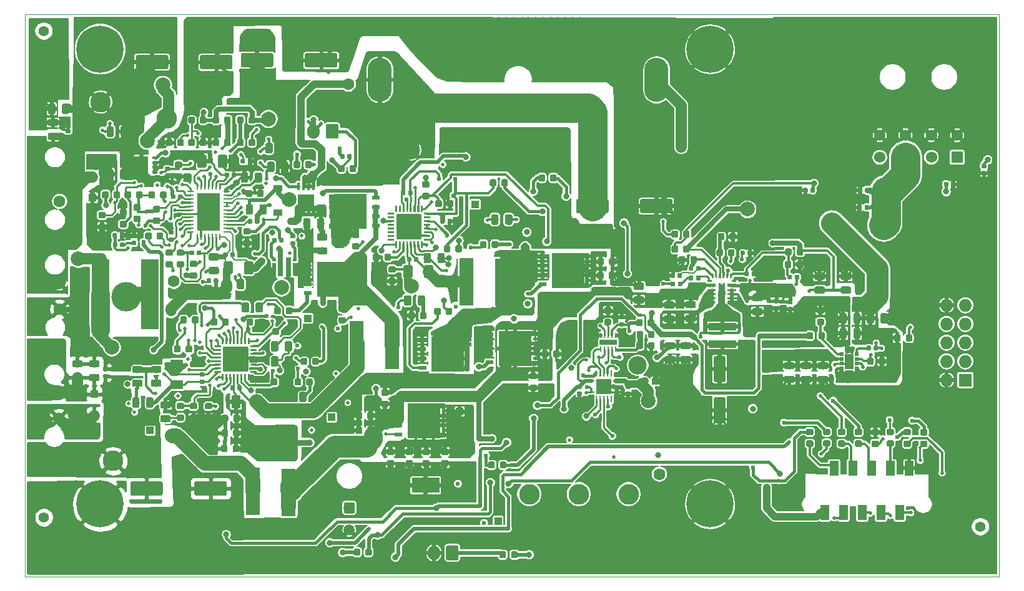
<source format=gbr>
G04 #@! TF.GenerationSoftware,KiCad,Pcbnew,(5.1.2)-1*
G04 #@! TF.CreationDate,2021-02-18T18:51:22+05:45*
G04 #@! TF.ProjectId,Pufferfish-Power-MCU,50756666-6572-4666-9973-682d506f7765,0.0*
G04 #@! TF.SameCoordinates,Original*
G04 #@! TF.FileFunction,Copper,L1,Top*
G04 #@! TF.FilePolarity,Positive*
%FSLAX46Y46*%
G04 Gerber Fmt 4.6, Leading zero omitted, Abs format (unit mm)*
G04 Created by KiCad (PCBNEW (5.1.2)-1) date 2021-02-18 18:51:22*
%MOMM*%
%LPD*%
G04 APERTURE LIST*
G04 #@! TA.AperFunction,NonConductor*
%ADD10C,0.100000*%
G04 #@! TD*
G04 #@! TA.AperFunction,ComponentPad*
%ADD11C,2.500000*%
G04 #@! TD*
G04 #@! TA.AperFunction,SMDPad,CuDef*
%ADD12R,1.920000X6.500000*%
G04 #@! TD*
G04 #@! TA.AperFunction,Conductor*
%ADD13C,0.100000*%
G04 #@! TD*
G04 #@! TA.AperFunction,SMDPad,CuDef*
%ADD14C,0.875000*%
G04 #@! TD*
G04 #@! TA.AperFunction,ComponentPad*
%ADD15O,3.250000X6.000000*%
G04 #@! TD*
G04 #@! TA.AperFunction,SMDPad,CuDef*
%ADD16C,1.900000*%
G04 #@! TD*
G04 #@! TA.AperFunction,BGAPad,CuDef*
%ADD17C,1.400000*%
G04 #@! TD*
G04 #@! TA.AperFunction,SMDPad,CuDef*
%ADD18R,2.380000X9.510000*%
G04 #@! TD*
G04 #@! TA.AperFunction,SMDPad,CuDef*
%ADD19R,0.599999X0.499999*%
G04 #@! TD*
G04 #@! TA.AperFunction,SMDPad,CuDef*
%ADD20R,1.200000X2.000001*%
G04 #@! TD*
G04 #@! TA.AperFunction,ViaPad*
%ADD21C,0.533400*%
G04 #@! TD*
G04 #@! TA.AperFunction,SMDPad,CuDef*
%ADD22R,1.200000X2.000000*%
G04 #@! TD*
G04 #@! TA.AperFunction,SMDPad,CuDef*
%ADD23C,0.590000*%
G04 #@! TD*
G04 #@! TA.AperFunction,ComponentPad*
%ADD24R,1.530000X1.530000*%
G04 #@! TD*
G04 #@! TA.AperFunction,ComponentPad*
%ADD25C,1.530000*%
G04 #@! TD*
G04 #@! TA.AperFunction,SMDPad,CuDef*
%ADD26R,0.860000X0.270000*%
G04 #@! TD*
G04 #@! TA.AperFunction,SMDPad,CuDef*
%ADD27R,0.270000X0.860000*%
G04 #@! TD*
G04 #@! TA.AperFunction,SMDPad,CuDef*
%ADD28R,3.150000X5.150000*%
G04 #@! TD*
G04 #@! TA.AperFunction,SMDPad,CuDef*
%ADD29R,0.500000X0.500000*%
G04 #@! TD*
G04 #@! TA.AperFunction,ComponentPad*
%ADD30C,1.600000*%
G04 #@! TD*
G04 #@! TA.AperFunction,SMDPad,CuDef*
%ADD31C,0.250000*%
G04 #@! TD*
G04 #@! TA.AperFunction,SMDPad,CuDef*
%ADD32C,3.450000*%
G04 #@! TD*
G04 #@! TA.AperFunction,SMDPad,CuDef*
%ADD33R,2.400000X0.640000*%
G04 #@! TD*
G04 #@! TA.AperFunction,SMDPad,CuDef*
%ADD34R,0.250000X0.700000*%
G04 #@! TD*
G04 #@! TA.AperFunction,ComponentPad*
%ADD35C,1.000000*%
G04 #@! TD*
G04 #@! TA.AperFunction,SMDPad,CuDef*
%ADD36R,0.500000X0.700000*%
G04 #@! TD*
G04 #@! TA.AperFunction,Conductor*
%ADD37R,0.500000X0.600000*%
G04 #@! TD*
G04 #@! TA.AperFunction,Conductor*
%ADD38R,0.500000X0.700000*%
G04 #@! TD*
G04 #@! TA.AperFunction,Conductor*
%ADD39R,1.000000X0.600000*%
G04 #@! TD*
G04 #@! TA.AperFunction,Conductor*
%ADD40R,1.800000X1.700000*%
G04 #@! TD*
G04 #@! TA.AperFunction,SMDPad,CuDef*
%ADD41R,0.500000X0.600000*%
G04 #@! TD*
G04 #@! TA.AperFunction,Conductor*
%ADD42R,4.500000X4.700000*%
G04 #@! TD*
G04 #@! TA.AperFunction,SMDPad,CuDef*
%ADD43C,0.975000*%
G04 #@! TD*
G04 #@! TA.AperFunction,SMDPad,CuDef*
%ADD44C,1.600000*%
G04 #@! TD*
G04 #@! TA.AperFunction,SMDPad,CuDef*
%ADD45R,1.100000X1.100000*%
G04 #@! TD*
G04 #@! TA.AperFunction,ComponentPad*
%ADD46C,0.800000*%
G04 #@! TD*
G04 #@! TA.AperFunction,ComponentPad*
%ADD47C,6.400000*%
G04 #@! TD*
G04 #@! TA.AperFunction,ComponentPad*
%ADD48C,1.500000*%
G04 #@! TD*
G04 #@! TA.AperFunction,SMDPad,CuDef*
%ADD49R,3.800000X1.000000*%
G04 #@! TD*
G04 #@! TA.AperFunction,SMDPad,CuDef*
%ADD50R,3.800000X2.030000*%
G04 #@! TD*
G04 #@! TA.AperFunction,ComponentPad*
%ADD51R,1.000000X1.000000*%
G04 #@! TD*
G04 #@! TA.AperFunction,SMDPad,CuDef*
%ADD52C,0.300000*%
G04 #@! TD*
G04 #@! TA.AperFunction,SMDPad,CuDef*
%ADD53C,0.400000*%
G04 #@! TD*
G04 #@! TA.AperFunction,ViaPad*
%ADD54C,0.600000*%
G04 #@! TD*
G04 #@! TA.AperFunction,SMDPad,CuDef*
%ADD55R,2.050000X2.050000*%
G04 #@! TD*
G04 #@! TA.AperFunction,SMDPad,CuDef*
%ADD56R,0.850000X0.280000*%
G04 #@! TD*
G04 #@! TA.AperFunction,SMDPad,CuDef*
%ADD57R,0.280000X0.850000*%
G04 #@! TD*
G04 #@! TA.AperFunction,SMDPad,CuDef*
%ADD58R,1.200000X0.900000*%
G04 #@! TD*
G04 #@! TA.AperFunction,ComponentPad*
%ADD59C,1.700000*%
G04 #@! TD*
G04 #@! TA.AperFunction,ComponentPad*
%ADD60O,1.700000X2.000000*%
G04 #@! TD*
G04 #@! TA.AperFunction,ComponentPad*
%ADD61R,1.727200X1.727200*%
G04 #@! TD*
G04 #@! TA.AperFunction,ComponentPad*
%ADD62O,1.727200X1.727200*%
G04 #@! TD*
G04 #@! TA.AperFunction,SMDPad,CuDef*
%ADD63R,1.700000X2.370000*%
G04 #@! TD*
G04 #@! TA.AperFunction,SMDPad,CuDef*
%ADD64R,0.700000X0.420000*%
G04 #@! TD*
G04 #@! TA.AperFunction,SMDPad,CuDef*
%ADD65R,0.520000X0.450000*%
G04 #@! TD*
G04 #@! TA.AperFunction,SMDPad,CuDef*
%ADD66R,0.520000X1.750000*%
G04 #@! TD*
G04 #@! TA.AperFunction,SMDPad,CuDef*
%ADD67R,0.750000X2.520000*%
G04 #@! TD*
G04 #@! TA.AperFunction,SMDPad,CuDef*
%ADD68C,1.250000*%
G04 #@! TD*
G04 #@! TA.AperFunction,SMDPad,CuDef*
%ADD69R,0.405000X0.990000*%
G04 #@! TD*
G04 #@! TA.AperFunction,SMDPad,CuDef*
%ADD70R,2.235000X1.725000*%
G04 #@! TD*
G04 #@! TA.AperFunction,SMDPad,CuDef*
%ADD71R,0.405000X0.760000*%
G04 #@! TD*
G04 #@! TA.AperFunction,ComponentPad*
%ADD72C,2.800000*%
G04 #@! TD*
G04 #@! TA.AperFunction,ComponentPad*
%ADD73C,2.000000*%
G04 #@! TD*
G04 #@! TA.AperFunction,ViaPad*
%ADD74C,0.500000*%
G04 #@! TD*
G04 #@! TA.AperFunction,ViaPad*
%ADD75C,0.800000*%
G04 #@! TD*
G04 #@! TA.AperFunction,ViaPad*
%ADD76C,1.600000*%
G04 #@! TD*
G04 #@! TA.AperFunction,ViaPad*
%ADD77C,2.000000*%
G04 #@! TD*
G04 #@! TA.AperFunction,ViaPad*
%ADD78C,4.000000*%
G04 #@! TD*
G04 #@! TA.AperFunction,Conductor*
%ADD79C,0.350000*%
G04 #@! TD*
G04 #@! TA.AperFunction,Conductor*
%ADD80C,0.250000*%
G04 #@! TD*
G04 #@! TA.AperFunction,Conductor*
%ADD81C,0.400000*%
G04 #@! TD*
G04 #@! TA.AperFunction,Conductor*
%ADD82C,0.500000*%
G04 #@! TD*
G04 #@! TA.AperFunction,Conductor*
%ADD83C,0.300000*%
G04 #@! TD*
G04 #@! TA.AperFunction,Conductor*
%ADD84C,0.800000*%
G04 #@! TD*
G04 #@! TA.AperFunction,Conductor*
%ADD85C,0.700000*%
G04 #@! TD*
G04 #@! TA.AperFunction,Conductor*
%ADD86C,1.500000*%
G04 #@! TD*
G04 #@! TA.AperFunction,Conductor*
%ADD87C,1.000000*%
G04 #@! TD*
G04 #@! TA.AperFunction,Conductor*
%ADD88C,0.200000*%
G04 #@! TD*
G04 #@! TA.AperFunction,Conductor*
%ADD89C,3.000000*%
G04 #@! TD*
G04 #@! TA.AperFunction,Conductor*
%ADD90C,2.500000*%
G04 #@! TD*
G04 #@! TA.AperFunction,Conductor*
%ADD91C,2.000000*%
G04 #@! TD*
G04 #@! TA.AperFunction,Conductor*
%ADD92C,4.000000*%
G04 #@! TD*
G04 #@! TA.AperFunction,Conductor*
%ADD93C,0.127000*%
G04 #@! TD*
G04 #@! TA.AperFunction,Conductor*
%ADD94C,0.254000*%
G04 #@! TD*
G04 APERTURE END LIST*
D10*
X203212700Y-114388900D02*
X203212700Y-119388900D01*
X71094600Y-114401600D02*
X71094600Y-119401600D01*
X82946666Y-47752000D02*
G75*
G03X82946666Y-47752000I-1666666J0D01*
G01*
X78780000Y-47752000D02*
X83780000Y-47752000D01*
X81280000Y-45252000D02*
X81280000Y-50252000D01*
X71094600Y-114401600D02*
X71094600Y-43065700D01*
X203212700Y-119388900D02*
X71094600Y-119401600D01*
X203225400Y-43065700D02*
X203212700Y-114388900D01*
X71094600Y-43065700D02*
X203225400Y-43065700D01*
D11*
G04 #@! TO.P,TP4,1*
G04 #@! TO.N,LTC7812_RUN*
X154178000Y-90678000D03*
G04 #@! TD*
D12*
G04 #@! TO.P,L4,2*
G04 #@! TO.N,Net-(C72-Pad2)*
X102067400Y-107857600D03*
G04 #@! TO.P,L4,1*
G04 #@! TO.N,VIN_7812_2*
X106877400Y-107947600D03*
G04 #@! TD*
D13*
G04 #@! TO.N,Net-(C25-Pad1)*
G04 #@! TO.C,R26*
G36*
X154735091Y-86053653D02*
G01*
X154756326Y-86056803D01*
X154777150Y-86062019D01*
X154797362Y-86069251D01*
X154816768Y-86078430D01*
X154835181Y-86089466D01*
X154852424Y-86102254D01*
X154868330Y-86116670D01*
X154882746Y-86132576D01*
X154895534Y-86149819D01*
X154906570Y-86168232D01*
X154915749Y-86187638D01*
X154922981Y-86207850D01*
X154928197Y-86228674D01*
X154931347Y-86249909D01*
X154932400Y-86271350D01*
X154932400Y-86783850D01*
X154931347Y-86805291D01*
X154928197Y-86826526D01*
X154922981Y-86847350D01*
X154915749Y-86867562D01*
X154906570Y-86886968D01*
X154895534Y-86905381D01*
X154882746Y-86922624D01*
X154868330Y-86938530D01*
X154852424Y-86952946D01*
X154835181Y-86965734D01*
X154816768Y-86976770D01*
X154797362Y-86985949D01*
X154777150Y-86993181D01*
X154756326Y-86998397D01*
X154735091Y-87001547D01*
X154713650Y-87002600D01*
X154276150Y-87002600D01*
X154254709Y-87001547D01*
X154233474Y-86998397D01*
X154212650Y-86993181D01*
X154192438Y-86985949D01*
X154173032Y-86976770D01*
X154154619Y-86965734D01*
X154137376Y-86952946D01*
X154121470Y-86938530D01*
X154107054Y-86922624D01*
X154094266Y-86905381D01*
X154083230Y-86886968D01*
X154074051Y-86867562D01*
X154066819Y-86847350D01*
X154061603Y-86826526D01*
X154058453Y-86805291D01*
X154057400Y-86783850D01*
X154057400Y-86271350D01*
X154058453Y-86249909D01*
X154061603Y-86228674D01*
X154066819Y-86207850D01*
X154074051Y-86187638D01*
X154083230Y-86168232D01*
X154094266Y-86149819D01*
X154107054Y-86132576D01*
X154121470Y-86116670D01*
X154137376Y-86102254D01*
X154154619Y-86089466D01*
X154173032Y-86078430D01*
X154192438Y-86069251D01*
X154212650Y-86062019D01*
X154233474Y-86056803D01*
X154254709Y-86053653D01*
X154276150Y-86052600D01*
X154713650Y-86052600D01*
X154735091Y-86053653D01*
X154735091Y-86053653D01*
G37*
D14*
G04 #@! TD*
G04 #@! TO.P,R26,2*
G04 #@! TO.N,Net-(C25-Pad1)*
X154494900Y-86527600D03*
D13*
G04 #@! TO.N,Net-(J3-Pad1)*
G04 #@! TO.C,R26*
G36*
X156310091Y-86053653D02*
G01*
X156331326Y-86056803D01*
X156352150Y-86062019D01*
X156372362Y-86069251D01*
X156391768Y-86078430D01*
X156410181Y-86089466D01*
X156427424Y-86102254D01*
X156443330Y-86116670D01*
X156457746Y-86132576D01*
X156470534Y-86149819D01*
X156481570Y-86168232D01*
X156490749Y-86187638D01*
X156497981Y-86207850D01*
X156503197Y-86228674D01*
X156506347Y-86249909D01*
X156507400Y-86271350D01*
X156507400Y-86783850D01*
X156506347Y-86805291D01*
X156503197Y-86826526D01*
X156497981Y-86847350D01*
X156490749Y-86867562D01*
X156481570Y-86886968D01*
X156470534Y-86905381D01*
X156457746Y-86922624D01*
X156443330Y-86938530D01*
X156427424Y-86952946D01*
X156410181Y-86965734D01*
X156391768Y-86976770D01*
X156372362Y-86985949D01*
X156352150Y-86993181D01*
X156331326Y-86998397D01*
X156310091Y-87001547D01*
X156288650Y-87002600D01*
X155851150Y-87002600D01*
X155829709Y-87001547D01*
X155808474Y-86998397D01*
X155787650Y-86993181D01*
X155767438Y-86985949D01*
X155748032Y-86976770D01*
X155729619Y-86965734D01*
X155712376Y-86952946D01*
X155696470Y-86938530D01*
X155682054Y-86922624D01*
X155669266Y-86905381D01*
X155658230Y-86886968D01*
X155649051Y-86867562D01*
X155641819Y-86847350D01*
X155636603Y-86826526D01*
X155633453Y-86805291D01*
X155632400Y-86783850D01*
X155632400Y-86271350D01*
X155633453Y-86249909D01*
X155636603Y-86228674D01*
X155641819Y-86207850D01*
X155649051Y-86187638D01*
X155658230Y-86168232D01*
X155669266Y-86149819D01*
X155682054Y-86132576D01*
X155696470Y-86116670D01*
X155712376Y-86102254D01*
X155729619Y-86089466D01*
X155748032Y-86078430D01*
X155767438Y-86069251D01*
X155787650Y-86062019D01*
X155808474Y-86056803D01*
X155829709Y-86053653D01*
X155851150Y-86052600D01*
X156288650Y-86052600D01*
X156310091Y-86053653D01*
X156310091Y-86053653D01*
G37*
D14*
G04 #@! TD*
G04 #@! TO.P,R26,1*
G04 #@! TO.N,Net-(J3-Pad1)*
X156069900Y-86527600D03*
D15*
G04 #@! TO.P,F1,2*
G04 #@! TO.N,/LTC4015/PP-SENSE-CLN*
X119255400Y-51926600D03*
G04 #@! TO.P,F1,1*
G04 #@! TO.N,VIN_7812_1_RAW*
X156755400Y-51926600D03*
G04 #@! TD*
D13*
G04 #@! TO.N,GND*
G04 #@! TO.C,C24*
G36*
X98272505Y-106493204D02*
G01*
X98296773Y-106496804D01*
X98320572Y-106502765D01*
X98343671Y-106511030D01*
X98365850Y-106521520D01*
X98386893Y-106534132D01*
X98406599Y-106548747D01*
X98424777Y-106565223D01*
X98441253Y-106583401D01*
X98455868Y-106603107D01*
X98468480Y-106624150D01*
X98478970Y-106646329D01*
X98487235Y-106669428D01*
X98493196Y-106693227D01*
X98496796Y-106717495D01*
X98498000Y-106741999D01*
X98498000Y-108142001D01*
X98496796Y-108166505D01*
X98493196Y-108190773D01*
X98487235Y-108214572D01*
X98478970Y-108237671D01*
X98468480Y-108259850D01*
X98455868Y-108280893D01*
X98441253Y-108300599D01*
X98424777Y-108318777D01*
X98406599Y-108335253D01*
X98386893Y-108349868D01*
X98365850Y-108362480D01*
X98343671Y-108372970D01*
X98320572Y-108381235D01*
X98296773Y-108387196D01*
X98272505Y-108390796D01*
X98248001Y-108392000D01*
X94347999Y-108392000D01*
X94323495Y-108390796D01*
X94299227Y-108387196D01*
X94275428Y-108381235D01*
X94252329Y-108372970D01*
X94230150Y-108362480D01*
X94209107Y-108349868D01*
X94189401Y-108335253D01*
X94171223Y-108318777D01*
X94154747Y-108300599D01*
X94140132Y-108280893D01*
X94127520Y-108259850D01*
X94117030Y-108237671D01*
X94108765Y-108214572D01*
X94102804Y-108190773D01*
X94099204Y-108166505D01*
X94098000Y-108142001D01*
X94098000Y-106741999D01*
X94099204Y-106717495D01*
X94102804Y-106693227D01*
X94108765Y-106669428D01*
X94117030Y-106646329D01*
X94127520Y-106624150D01*
X94140132Y-106603107D01*
X94154747Y-106583401D01*
X94171223Y-106565223D01*
X94189401Y-106548747D01*
X94209107Y-106534132D01*
X94230150Y-106521520D01*
X94252329Y-106511030D01*
X94275428Y-106502765D01*
X94299227Y-106496804D01*
X94323495Y-106493204D01*
X94347999Y-106492000D01*
X98248001Y-106492000D01*
X98272505Y-106493204D01*
X98272505Y-106493204D01*
G37*
D16*
G04 #@! TD*
G04 #@! TO.P,C24,2*
G04 #@! TO.N,GND*
X96298000Y-107442000D03*
D13*
G04 #@! TO.N,VBAT-IN-12V*
G04 #@! TO.C,C24*
G36*
X89572505Y-106493204D02*
G01*
X89596773Y-106496804D01*
X89620572Y-106502765D01*
X89643671Y-106511030D01*
X89665850Y-106521520D01*
X89686893Y-106534132D01*
X89706599Y-106548747D01*
X89724777Y-106565223D01*
X89741253Y-106583401D01*
X89755868Y-106603107D01*
X89768480Y-106624150D01*
X89778970Y-106646329D01*
X89787235Y-106669428D01*
X89793196Y-106693227D01*
X89796796Y-106717495D01*
X89798000Y-106741999D01*
X89798000Y-108142001D01*
X89796796Y-108166505D01*
X89793196Y-108190773D01*
X89787235Y-108214572D01*
X89778970Y-108237671D01*
X89768480Y-108259850D01*
X89755868Y-108280893D01*
X89741253Y-108300599D01*
X89724777Y-108318777D01*
X89706599Y-108335253D01*
X89686893Y-108349868D01*
X89665850Y-108362480D01*
X89643671Y-108372970D01*
X89620572Y-108381235D01*
X89596773Y-108387196D01*
X89572505Y-108390796D01*
X89548001Y-108392000D01*
X85647999Y-108392000D01*
X85623495Y-108390796D01*
X85599227Y-108387196D01*
X85575428Y-108381235D01*
X85552329Y-108372970D01*
X85530150Y-108362480D01*
X85509107Y-108349868D01*
X85489401Y-108335253D01*
X85471223Y-108318777D01*
X85454747Y-108300599D01*
X85440132Y-108280893D01*
X85427520Y-108259850D01*
X85417030Y-108237671D01*
X85408765Y-108214572D01*
X85402804Y-108190773D01*
X85399204Y-108166505D01*
X85398000Y-108142001D01*
X85398000Y-106741999D01*
X85399204Y-106717495D01*
X85402804Y-106693227D01*
X85408765Y-106669428D01*
X85417030Y-106646329D01*
X85427520Y-106624150D01*
X85440132Y-106603107D01*
X85454747Y-106583401D01*
X85471223Y-106565223D01*
X85489401Y-106548747D01*
X85509107Y-106534132D01*
X85530150Y-106521520D01*
X85552329Y-106511030D01*
X85575428Y-106502765D01*
X85599227Y-106496804D01*
X85623495Y-106493204D01*
X85647999Y-106492000D01*
X89548001Y-106492000D01*
X89572505Y-106493204D01*
X89572505Y-106493204D01*
G37*
D16*
G04 #@! TD*
G04 #@! TO.P,C24,1*
G04 #@! TO.N,VBAT-IN-12V*
X87598000Y-107442000D03*
D17*
G04 #@! TO.P,FID1,*
G04 #@! TO.N,*
X200697400Y-112632600D03*
G04 #@! TD*
G04 #@! TO.P,FID1,*
G04 #@! TO.N,*
X73697400Y-111362600D03*
G04 #@! TD*
D18*
G04 #@! TO.P,L3,1*
G04 #@! TO.N,/LTC4015/PP-SW-NODE*
X88025000Y-81100000D03*
G04 #@! TO.P,L3,2*
G04 #@! TO.N,/LTC4015/PP-CSP*
X81375000Y-81100000D03*
G04 #@! TD*
D12*
G04 #@! TO.P,L5,2*
G04 #@! TO.N,/LTC7812/SW_2_1*
X120934000Y-87997600D03*
G04 #@! TO.P,L5,1*
G04 #@! TO.N,Net-(C76-Pad1)*
X116124000Y-87907600D03*
G04 #@! TD*
G04 #@! TO.P,L6,2*
G04 #@! TO.N,/LTC7812/SW2_2*
X135793000Y-79420000D03*
G04 #@! TO.P,L6,1*
G04 #@! TO.N,Net-(C93-Pad1)*
X130983000Y-79330000D03*
G04 #@! TD*
D19*
G04 #@! TO.P,U3,1*
G04 #@! TO.N,/3.3V Buck/3V3-EN*
X181830000Y-89195001D03*
G04 #@! TO.P,U3,2*
G04 #@! TO.N,VIN_7812_2*
X181830000Y-89844999D03*
G04 #@! TO.P,U3,3*
G04 #@! TO.N,GND*
X181830000Y-90495001D03*
G04 #@! TO.P,U3,4*
G04 #@! TO.N,VSYS-3V3*
X181830000Y-91144999D03*
G04 #@! TO.P,U3,5*
X183930000Y-91144999D03*
G04 #@! TO.P,U3,6*
G04 #@! TO.N,/3.3V Buck/3V3-FB*
X183930000Y-90495001D03*
G04 #@! TO.P,U3,7*
G04 #@! TO.N,3V3-PGOOD*
X183930000Y-89844999D03*
G04 #@! TO.P,U3,8*
G04 #@! TO.N,/3.3V Buck/3V3-SS*
X183930000Y-89195001D03*
D20*
G04 #@! TO.P,U3,9*
G04 #@! TO.N,GND*
X182880000Y-90170000D03*
D21*
G04 #@! TD*
G04 #@! TO.N,N/C*
G04 #@! TO.C,U3*
X182880000Y-90170000D03*
G04 #@! TO.N,N/C*
G04 #@! TO.C,U3*
X182880000Y-89419999D03*
X182880000Y-90920001D03*
G04 #@! TD*
D22*
G04 #@! TO.P,J2,10*
G04 #@! TO.N,GND*
X191003000Y-104696000D03*
G04 #@! TO.P,J2,8*
G04 #@! TO.N,Net-(J2-Pad8)*
X188463000Y-104696000D03*
G04 #@! TO.P,J2,6*
G04 #@! TO.N,Net-(J2-Pad6)*
X185923000Y-104696000D03*
G04 #@! TO.P,J2,4*
G04 #@! TO.N,Net-(J2-Pad4)*
X183383000Y-104696000D03*
G04 #@! TO.P,J2,2*
G04 #@! TO.N,Net-(J2-Pad2)*
X180843000Y-104696000D03*
G04 #@! TO.P,J2,9*
G04 #@! TO.N,Net-(J2-Pad9)*
X189743000Y-110696000D03*
G04 #@! TO.P,J2,7*
G04 #@! TO.N,Net-(J2-Pad7)*
X187203000Y-110696000D03*
G04 #@! TO.P,J2,5*
G04 #@! TO.N,Net-(J2-Pad5)*
X184663000Y-110696000D03*
G04 #@! TO.P,J2,3*
G04 #@! TO.N,Net-(J2-Pad3)*
X182123000Y-110696000D03*
G04 #@! TO.P,J2,1*
G04 #@! TO.N,VSYS-3V3*
X179583000Y-110696000D03*
G04 #@! TD*
D13*
G04 #@! TO.N,/LTC4015/PP-CSPM5*
G04 #@! TO.C,C15*
G36*
X94257691Y-76500053D02*
G01*
X94278926Y-76503203D01*
X94299750Y-76508419D01*
X94319962Y-76515651D01*
X94339368Y-76524830D01*
X94357781Y-76535866D01*
X94375024Y-76548654D01*
X94390930Y-76563070D01*
X94405346Y-76578976D01*
X94418134Y-76596219D01*
X94429170Y-76614632D01*
X94438349Y-76634038D01*
X94445581Y-76654250D01*
X94450797Y-76675074D01*
X94453947Y-76696309D01*
X94455000Y-76717750D01*
X94455000Y-77155250D01*
X94453947Y-77176691D01*
X94450797Y-77197926D01*
X94445581Y-77218750D01*
X94438349Y-77238962D01*
X94429170Y-77258368D01*
X94418134Y-77276781D01*
X94405346Y-77294024D01*
X94390930Y-77309930D01*
X94375024Y-77324346D01*
X94357781Y-77337134D01*
X94339368Y-77348170D01*
X94319962Y-77357349D01*
X94299750Y-77364581D01*
X94278926Y-77369797D01*
X94257691Y-77372947D01*
X94236250Y-77374000D01*
X93723750Y-77374000D01*
X93702309Y-77372947D01*
X93681074Y-77369797D01*
X93660250Y-77364581D01*
X93640038Y-77357349D01*
X93620632Y-77348170D01*
X93602219Y-77337134D01*
X93584976Y-77324346D01*
X93569070Y-77309930D01*
X93554654Y-77294024D01*
X93541866Y-77276781D01*
X93530830Y-77258368D01*
X93521651Y-77238962D01*
X93514419Y-77218750D01*
X93509203Y-77197926D01*
X93506053Y-77176691D01*
X93505000Y-77155250D01*
X93505000Y-76717750D01*
X93506053Y-76696309D01*
X93509203Y-76675074D01*
X93514419Y-76654250D01*
X93521651Y-76634038D01*
X93530830Y-76614632D01*
X93541866Y-76596219D01*
X93554654Y-76578976D01*
X93569070Y-76563070D01*
X93584976Y-76548654D01*
X93602219Y-76535866D01*
X93620632Y-76524830D01*
X93640038Y-76515651D01*
X93660250Y-76508419D01*
X93681074Y-76503203D01*
X93702309Y-76500053D01*
X93723750Y-76499000D01*
X94236250Y-76499000D01*
X94257691Y-76500053D01*
X94257691Y-76500053D01*
G37*
D14*
G04 #@! TD*
G04 #@! TO.P,C15,2*
G04 #@! TO.N,/LTC4015/PP-CSPM5*
X93980000Y-76936500D03*
D13*
G04 #@! TO.N,/LTC4015/PP-CSP*
G04 #@! TO.C,C15*
G36*
X94257691Y-78075053D02*
G01*
X94278926Y-78078203D01*
X94299750Y-78083419D01*
X94319962Y-78090651D01*
X94339368Y-78099830D01*
X94357781Y-78110866D01*
X94375024Y-78123654D01*
X94390930Y-78138070D01*
X94405346Y-78153976D01*
X94418134Y-78171219D01*
X94429170Y-78189632D01*
X94438349Y-78209038D01*
X94445581Y-78229250D01*
X94450797Y-78250074D01*
X94453947Y-78271309D01*
X94455000Y-78292750D01*
X94455000Y-78730250D01*
X94453947Y-78751691D01*
X94450797Y-78772926D01*
X94445581Y-78793750D01*
X94438349Y-78813962D01*
X94429170Y-78833368D01*
X94418134Y-78851781D01*
X94405346Y-78869024D01*
X94390930Y-78884930D01*
X94375024Y-78899346D01*
X94357781Y-78912134D01*
X94339368Y-78923170D01*
X94319962Y-78932349D01*
X94299750Y-78939581D01*
X94278926Y-78944797D01*
X94257691Y-78947947D01*
X94236250Y-78949000D01*
X93723750Y-78949000D01*
X93702309Y-78947947D01*
X93681074Y-78944797D01*
X93660250Y-78939581D01*
X93640038Y-78932349D01*
X93620632Y-78923170D01*
X93602219Y-78912134D01*
X93584976Y-78899346D01*
X93569070Y-78884930D01*
X93554654Y-78869024D01*
X93541866Y-78851781D01*
X93530830Y-78833368D01*
X93521651Y-78813962D01*
X93514419Y-78793750D01*
X93509203Y-78772926D01*
X93506053Y-78751691D01*
X93505000Y-78730250D01*
X93505000Y-78292750D01*
X93506053Y-78271309D01*
X93509203Y-78250074D01*
X93514419Y-78229250D01*
X93521651Y-78209038D01*
X93530830Y-78189632D01*
X93541866Y-78171219D01*
X93554654Y-78153976D01*
X93569070Y-78138070D01*
X93584976Y-78123654D01*
X93602219Y-78110866D01*
X93620632Y-78099830D01*
X93640038Y-78090651D01*
X93660250Y-78083419D01*
X93681074Y-78078203D01*
X93702309Y-78075053D01*
X93723750Y-78074000D01*
X94236250Y-78074000D01*
X94257691Y-78075053D01*
X94257691Y-78075053D01*
G37*
D14*
G04 #@! TD*
G04 #@! TO.P,C15,1*
G04 #@! TO.N,/LTC4015/PP-CSP*
X93980000Y-78511500D03*
D13*
G04 #@! TO.N,GND*
G04 #@! TO.C,C80*
G36*
X102500958Y-85532710D02*
G01*
X102515276Y-85534834D01*
X102529317Y-85538351D01*
X102542946Y-85543228D01*
X102556031Y-85549417D01*
X102568447Y-85556858D01*
X102580073Y-85565481D01*
X102590798Y-85575202D01*
X102600519Y-85585927D01*
X102609142Y-85597553D01*
X102616583Y-85609969D01*
X102622772Y-85623054D01*
X102627649Y-85636683D01*
X102631166Y-85650724D01*
X102633290Y-85665042D01*
X102634000Y-85679500D01*
X102634000Y-86024500D01*
X102633290Y-86038958D01*
X102631166Y-86053276D01*
X102627649Y-86067317D01*
X102622772Y-86080946D01*
X102616583Y-86094031D01*
X102609142Y-86106447D01*
X102600519Y-86118073D01*
X102590798Y-86128798D01*
X102580073Y-86138519D01*
X102568447Y-86147142D01*
X102556031Y-86154583D01*
X102542946Y-86160772D01*
X102529317Y-86165649D01*
X102515276Y-86169166D01*
X102500958Y-86171290D01*
X102486500Y-86172000D01*
X102191500Y-86172000D01*
X102177042Y-86171290D01*
X102162724Y-86169166D01*
X102148683Y-86165649D01*
X102135054Y-86160772D01*
X102121969Y-86154583D01*
X102109553Y-86147142D01*
X102097927Y-86138519D01*
X102087202Y-86128798D01*
X102077481Y-86118073D01*
X102068858Y-86106447D01*
X102061417Y-86094031D01*
X102055228Y-86080946D01*
X102050351Y-86067317D01*
X102046834Y-86053276D01*
X102044710Y-86038958D01*
X102044000Y-86024500D01*
X102044000Y-85679500D01*
X102044710Y-85665042D01*
X102046834Y-85650724D01*
X102050351Y-85636683D01*
X102055228Y-85623054D01*
X102061417Y-85609969D01*
X102068858Y-85597553D01*
X102077481Y-85585927D01*
X102087202Y-85575202D01*
X102097927Y-85565481D01*
X102109553Y-85556858D01*
X102121969Y-85549417D01*
X102135054Y-85543228D01*
X102148683Y-85538351D01*
X102162724Y-85534834D01*
X102177042Y-85532710D01*
X102191500Y-85532000D01*
X102486500Y-85532000D01*
X102500958Y-85532710D01*
X102500958Y-85532710D01*
G37*
D23*
G04 #@! TD*
G04 #@! TO.P,C80,2*
G04 #@! TO.N,GND*
X102339000Y-85852000D03*
D13*
G04 #@! TO.N,/LTC7812/VBIAS1*
G04 #@! TO.C,C80*
G36*
X101530958Y-85532710D02*
G01*
X101545276Y-85534834D01*
X101559317Y-85538351D01*
X101572946Y-85543228D01*
X101586031Y-85549417D01*
X101598447Y-85556858D01*
X101610073Y-85565481D01*
X101620798Y-85575202D01*
X101630519Y-85585927D01*
X101639142Y-85597553D01*
X101646583Y-85609969D01*
X101652772Y-85623054D01*
X101657649Y-85636683D01*
X101661166Y-85650724D01*
X101663290Y-85665042D01*
X101664000Y-85679500D01*
X101664000Y-86024500D01*
X101663290Y-86038958D01*
X101661166Y-86053276D01*
X101657649Y-86067317D01*
X101652772Y-86080946D01*
X101646583Y-86094031D01*
X101639142Y-86106447D01*
X101630519Y-86118073D01*
X101620798Y-86128798D01*
X101610073Y-86138519D01*
X101598447Y-86147142D01*
X101586031Y-86154583D01*
X101572946Y-86160772D01*
X101559317Y-86165649D01*
X101545276Y-86169166D01*
X101530958Y-86171290D01*
X101516500Y-86172000D01*
X101221500Y-86172000D01*
X101207042Y-86171290D01*
X101192724Y-86169166D01*
X101178683Y-86165649D01*
X101165054Y-86160772D01*
X101151969Y-86154583D01*
X101139553Y-86147142D01*
X101127927Y-86138519D01*
X101117202Y-86128798D01*
X101107481Y-86118073D01*
X101098858Y-86106447D01*
X101091417Y-86094031D01*
X101085228Y-86080946D01*
X101080351Y-86067317D01*
X101076834Y-86053276D01*
X101074710Y-86038958D01*
X101074000Y-86024500D01*
X101074000Y-85679500D01*
X101074710Y-85665042D01*
X101076834Y-85650724D01*
X101080351Y-85636683D01*
X101085228Y-85623054D01*
X101091417Y-85609969D01*
X101098858Y-85597553D01*
X101107481Y-85585927D01*
X101117202Y-85575202D01*
X101127927Y-85565481D01*
X101139553Y-85556858D01*
X101151969Y-85549417D01*
X101165054Y-85543228D01*
X101178683Y-85538351D01*
X101192724Y-85534834D01*
X101207042Y-85532710D01*
X101221500Y-85532000D01*
X101516500Y-85532000D01*
X101530958Y-85532710D01*
X101530958Y-85532710D01*
G37*
D23*
G04 #@! TD*
G04 #@! TO.P,C80,1*
G04 #@! TO.N,/LTC7812/VBIAS1*
X101369000Y-85852000D03*
D24*
G04 #@! TO.P,J1,1*
G04 #@! TO.N,VOUT_7812_24V*
X197528000Y-62460000D03*
D25*
G04 #@! TO.P,J1,2*
G04 #@! TO.N,VIN_7812_2*
X194028000Y-62460000D03*
G04 #@! TO.P,J1,3*
G04 #@! TO.N,VSYS-5V0*
X190528000Y-62460000D03*
G04 #@! TO.P,J1,4*
G04 #@! TO.N,VSYS-3V3*
X187028000Y-62460000D03*
G04 #@! TO.P,J1,5*
G04 #@! TO.N,GND*
X197528000Y-59460000D03*
G04 #@! TO.P,J1,6*
X194028000Y-59460000D03*
G04 #@! TO.P,J1,7*
X190528000Y-59460000D03*
G04 #@! TO.P,J1,8*
X187028000Y-59460000D03*
G04 #@! TD*
D13*
G04 #@! TO.N,GND*
G04 #@! TO.C,R29*
G36*
X159124358Y-78193310D02*
G01*
X159138676Y-78195434D01*
X159152717Y-78198951D01*
X159166346Y-78203828D01*
X159179431Y-78210017D01*
X159191847Y-78217458D01*
X159203473Y-78226081D01*
X159214198Y-78235802D01*
X159223919Y-78246527D01*
X159232542Y-78258153D01*
X159239983Y-78270569D01*
X159246172Y-78283654D01*
X159251049Y-78297283D01*
X159254566Y-78311324D01*
X159256690Y-78325642D01*
X159257400Y-78340100D01*
X159257400Y-78685100D01*
X159256690Y-78699558D01*
X159254566Y-78713876D01*
X159251049Y-78727917D01*
X159246172Y-78741546D01*
X159239983Y-78754631D01*
X159232542Y-78767047D01*
X159223919Y-78778673D01*
X159214198Y-78789398D01*
X159203473Y-78799119D01*
X159191847Y-78807742D01*
X159179431Y-78815183D01*
X159166346Y-78821372D01*
X159152717Y-78826249D01*
X159138676Y-78829766D01*
X159124358Y-78831890D01*
X159109900Y-78832600D01*
X158814900Y-78832600D01*
X158800442Y-78831890D01*
X158786124Y-78829766D01*
X158772083Y-78826249D01*
X158758454Y-78821372D01*
X158745369Y-78815183D01*
X158732953Y-78807742D01*
X158721327Y-78799119D01*
X158710602Y-78789398D01*
X158700881Y-78778673D01*
X158692258Y-78767047D01*
X158684817Y-78754631D01*
X158678628Y-78741546D01*
X158673751Y-78727917D01*
X158670234Y-78713876D01*
X158668110Y-78699558D01*
X158667400Y-78685100D01*
X158667400Y-78340100D01*
X158668110Y-78325642D01*
X158670234Y-78311324D01*
X158673751Y-78297283D01*
X158678628Y-78283654D01*
X158684817Y-78270569D01*
X158692258Y-78258153D01*
X158700881Y-78246527D01*
X158710602Y-78235802D01*
X158721327Y-78226081D01*
X158732953Y-78217458D01*
X158745369Y-78210017D01*
X158758454Y-78203828D01*
X158772083Y-78198951D01*
X158786124Y-78195434D01*
X158800442Y-78193310D01*
X158814900Y-78192600D01*
X159109900Y-78192600D01*
X159124358Y-78193310D01*
X159124358Y-78193310D01*
G37*
D23*
G04 #@! TD*
G04 #@! TO.P,R29,2*
G04 #@! TO.N,GND*
X158962400Y-78512600D03*
D13*
G04 #@! TO.N,/5V Buck/5V-MODE*
G04 #@! TO.C,R29*
G36*
X160094358Y-78193310D02*
G01*
X160108676Y-78195434D01*
X160122717Y-78198951D01*
X160136346Y-78203828D01*
X160149431Y-78210017D01*
X160161847Y-78217458D01*
X160173473Y-78226081D01*
X160184198Y-78235802D01*
X160193919Y-78246527D01*
X160202542Y-78258153D01*
X160209983Y-78270569D01*
X160216172Y-78283654D01*
X160221049Y-78297283D01*
X160224566Y-78311324D01*
X160226690Y-78325642D01*
X160227400Y-78340100D01*
X160227400Y-78685100D01*
X160226690Y-78699558D01*
X160224566Y-78713876D01*
X160221049Y-78727917D01*
X160216172Y-78741546D01*
X160209983Y-78754631D01*
X160202542Y-78767047D01*
X160193919Y-78778673D01*
X160184198Y-78789398D01*
X160173473Y-78799119D01*
X160161847Y-78807742D01*
X160149431Y-78815183D01*
X160136346Y-78821372D01*
X160122717Y-78826249D01*
X160108676Y-78829766D01*
X160094358Y-78831890D01*
X160079900Y-78832600D01*
X159784900Y-78832600D01*
X159770442Y-78831890D01*
X159756124Y-78829766D01*
X159742083Y-78826249D01*
X159728454Y-78821372D01*
X159715369Y-78815183D01*
X159702953Y-78807742D01*
X159691327Y-78799119D01*
X159680602Y-78789398D01*
X159670881Y-78778673D01*
X159662258Y-78767047D01*
X159654817Y-78754631D01*
X159648628Y-78741546D01*
X159643751Y-78727917D01*
X159640234Y-78713876D01*
X159638110Y-78699558D01*
X159637400Y-78685100D01*
X159637400Y-78340100D01*
X159638110Y-78325642D01*
X159640234Y-78311324D01*
X159643751Y-78297283D01*
X159648628Y-78283654D01*
X159654817Y-78270569D01*
X159662258Y-78258153D01*
X159670881Y-78246527D01*
X159680602Y-78235802D01*
X159691327Y-78226081D01*
X159702953Y-78217458D01*
X159715369Y-78210017D01*
X159728454Y-78203828D01*
X159742083Y-78198951D01*
X159756124Y-78195434D01*
X159770442Y-78193310D01*
X159784900Y-78192600D01*
X160079900Y-78192600D01*
X160094358Y-78193310D01*
X160094358Y-78193310D01*
G37*
D23*
G04 #@! TD*
G04 #@! TO.P,R29,1*
G04 #@! TO.N,/5V Buck/5V-MODE*
X159932400Y-78512600D03*
D13*
G04 #@! TO.N,GND*
G04 #@! TO.C,C23*
G36*
X99034505Y-48581204D02*
G01*
X99058773Y-48584804D01*
X99082572Y-48590765D01*
X99105671Y-48599030D01*
X99127850Y-48609520D01*
X99148893Y-48622132D01*
X99168599Y-48636747D01*
X99186777Y-48653223D01*
X99203253Y-48671401D01*
X99217868Y-48691107D01*
X99230480Y-48712150D01*
X99240970Y-48734329D01*
X99249235Y-48757428D01*
X99255196Y-48781227D01*
X99258796Y-48805495D01*
X99260000Y-48829999D01*
X99260000Y-50230001D01*
X99258796Y-50254505D01*
X99255196Y-50278773D01*
X99249235Y-50302572D01*
X99240970Y-50325671D01*
X99230480Y-50347850D01*
X99217868Y-50368893D01*
X99203253Y-50388599D01*
X99186777Y-50406777D01*
X99168599Y-50423253D01*
X99148893Y-50437868D01*
X99127850Y-50450480D01*
X99105671Y-50460970D01*
X99082572Y-50469235D01*
X99058773Y-50475196D01*
X99034505Y-50478796D01*
X99010001Y-50480000D01*
X95109999Y-50480000D01*
X95085495Y-50478796D01*
X95061227Y-50475196D01*
X95037428Y-50469235D01*
X95014329Y-50460970D01*
X94992150Y-50450480D01*
X94971107Y-50437868D01*
X94951401Y-50423253D01*
X94933223Y-50406777D01*
X94916747Y-50388599D01*
X94902132Y-50368893D01*
X94889520Y-50347850D01*
X94879030Y-50325671D01*
X94870765Y-50302572D01*
X94864804Y-50278773D01*
X94861204Y-50254505D01*
X94860000Y-50230001D01*
X94860000Y-48829999D01*
X94861204Y-48805495D01*
X94864804Y-48781227D01*
X94870765Y-48757428D01*
X94879030Y-48734329D01*
X94889520Y-48712150D01*
X94902132Y-48691107D01*
X94916747Y-48671401D01*
X94933223Y-48653223D01*
X94951401Y-48636747D01*
X94971107Y-48622132D01*
X94992150Y-48609520D01*
X95014329Y-48599030D01*
X95037428Y-48590765D01*
X95061227Y-48584804D01*
X95085495Y-48581204D01*
X95109999Y-48580000D01*
X99010001Y-48580000D01*
X99034505Y-48581204D01*
X99034505Y-48581204D01*
G37*
D16*
G04 #@! TD*
G04 #@! TO.P,C23,2*
G04 #@! TO.N,GND*
X97060000Y-49530000D03*
D13*
G04 #@! TO.N,INTCON_WALL*
G04 #@! TO.C,C23*
G36*
X90334505Y-48581204D02*
G01*
X90358773Y-48584804D01*
X90382572Y-48590765D01*
X90405671Y-48599030D01*
X90427850Y-48609520D01*
X90448893Y-48622132D01*
X90468599Y-48636747D01*
X90486777Y-48653223D01*
X90503253Y-48671401D01*
X90517868Y-48691107D01*
X90530480Y-48712150D01*
X90540970Y-48734329D01*
X90549235Y-48757428D01*
X90555196Y-48781227D01*
X90558796Y-48805495D01*
X90560000Y-48829999D01*
X90560000Y-50230001D01*
X90558796Y-50254505D01*
X90555196Y-50278773D01*
X90549235Y-50302572D01*
X90540970Y-50325671D01*
X90530480Y-50347850D01*
X90517868Y-50368893D01*
X90503253Y-50388599D01*
X90486777Y-50406777D01*
X90468599Y-50423253D01*
X90448893Y-50437868D01*
X90427850Y-50450480D01*
X90405671Y-50460970D01*
X90382572Y-50469235D01*
X90358773Y-50475196D01*
X90334505Y-50478796D01*
X90310001Y-50480000D01*
X86409999Y-50480000D01*
X86385495Y-50478796D01*
X86361227Y-50475196D01*
X86337428Y-50469235D01*
X86314329Y-50460970D01*
X86292150Y-50450480D01*
X86271107Y-50437868D01*
X86251401Y-50423253D01*
X86233223Y-50406777D01*
X86216747Y-50388599D01*
X86202132Y-50368893D01*
X86189520Y-50347850D01*
X86179030Y-50325671D01*
X86170765Y-50302572D01*
X86164804Y-50278773D01*
X86161204Y-50254505D01*
X86160000Y-50230001D01*
X86160000Y-48829999D01*
X86161204Y-48805495D01*
X86164804Y-48781227D01*
X86170765Y-48757428D01*
X86179030Y-48734329D01*
X86189520Y-48712150D01*
X86202132Y-48691107D01*
X86216747Y-48671401D01*
X86233223Y-48653223D01*
X86251401Y-48636747D01*
X86271107Y-48622132D01*
X86292150Y-48609520D01*
X86314329Y-48599030D01*
X86337428Y-48590765D01*
X86361227Y-48584804D01*
X86385495Y-48581204D01*
X86409999Y-48580000D01*
X90310001Y-48580000D01*
X90334505Y-48581204D01*
X90334505Y-48581204D01*
G37*
D16*
G04 #@! TD*
G04 #@! TO.P,C23,1*
G04 #@! TO.N,INTCON_WALL*
X88360000Y-49530000D03*
D13*
G04 #@! TO.N,VSYS-5V0*
G04 #@! TO.C,C110*
G36*
X185494358Y-66623310D02*
G01*
X185508676Y-66625434D01*
X185522717Y-66628951D01*
X185536346Y-66633828D01*
X185549431Y-66640017D01*
X185561847Y-66647458D01*
X185573473Y-66656081D01*
X185584198Y-66665802D01*
X185593919Y-66676527D01*
X185602542Y-66688153D01*
X185609983Y-66700569D01*
X185616172Y-66713654D01*
X185621049Y-66727283D01*
X185624566Y-66741324D01*
X185626690Y-66755642D01*
X185627400Y-66770100D01*
X185627400Y-67115100D01*
X185626690Y-67129558D01*
X185624566Y-67143876D01*
X185621049Y-67157917D01*
X185616172Y-67171546D01*
X185609983Y-67184631D01*
X185602542Y-67197047D01*
X185593919Y-67208673D01*
X185584198Y-67219398D01*
X185573473Y-67229119D01*
X185561847Y-67237742D01*
X185549431Y-67245183D01*
X185536346Y-67251372D01*
X185522717Y-67256249D01*
X185508676Y-67259766D01*
X185494358Y-67261890D01*
X185479900Y-67262600D01*
X185184900Y-67262600D01*
X185170442Y-67261890D01*
X185156124Y-67259766D01*
X185142083Y-67256249D01*
X185128454Y-67251372D01*
X185115369Y-67245183D01*
X185102953Y-67237742D01*
X185091327Y-67229119D01*
X185080602Y-67219398D01*
X185070881Y-67208673D01*
X185062258Y-67197047D01*
X185054817Y-67184631D01*
X185048628Y-67171546D01*
X185043751Y-67157917D01*
X185040234Y-67143876D01*
X185038110Y-67129558D01*
X185037400Y-67115100D01*
X185037400Y-66770100D01*
X185038110Y-66755642D01*
X185040234Y-66741324D01*
X185043751Y-66727283D01*
X185048628Y-66713654D01*
X185054817Y-66700569D01*
X185062258Y-66688153D01*
X185070881Y-66676527D01*
X185080602Y-66665802D01*
X185091327Y-66656081D01*
X185102953Y-66647458D01*
X185115369Y-66640017D01*
X185128454Y-66633828D01*
X185142083Y-66628951D01*
X185156124Y-66625434D01*
X185170442Y-66623310D01*
X185184900Y-66622600D01*
X185479900Y-66622600D01*
X185494358Y-66623310D01*
X185494358Y-66623310D01*
G37*
D23*
G04 #@! TD*
G04 #@! TO.P,C110,1*
G04 #@! TO.N,VSYS-5V0*
X185332400Y-66942600D03*
D13*
G04 #@! TO.N,GND*
G04 #@! TO.C,C110*
G36*
X184524358Y-66623310D02*
G01*
X184538676Y-66625434D01*
X184552717Y-66628951D01*
X184566346Y-66633828D01*
X184579431Y-66640017D01*
X184591847Y-66647458D01*
X184603473Y-66656081D01*
X184614198Y-66665802D01*
X184623919Y-66676527D01*
X184632542Y-66688153D01*
X184639983Y-66700569D01*
X184646172Y-66713654D01*
X184651049Y-66727283D01*
X184654566Y-66741324D01*
X184656690Y-66755642D01*
X184657400Y-66770100D01*
X184657400Y-67115100D01*
X184656690Y-67129558D01*
X184654566Y-67143876D01*
X184651049Y-67157917D01*
X184646172Y-67171546D01*
X184639983Y-67184631D01*
X184632542Y-67197047D01*
X184623919Y-67208673D01*
X184614198Y-67219398D01*
X184603473Y-67229119D01*
X184591847Y-67237742D01*
X184579431Y-67245183D01*
X184566346Y-67251372D01*
X184552717Y-67256249D01*
X184538676Y-67259766D01*
X184524358Y-67261890D01*
X184509900Y-67262600D01*
X184214900Y-67262600D01*
X184200442Y-67261890D01*
X184186124Y-67259766D01*
X184172083Y-67256249D01*
X184158454Y-67251372D01*
X184145369Y-67245183D01*
X184132953Y-67237742D01*
X184121327Y-67229119D01*
X184110602Y-67219398D01*
X184100881Y-67208673D01*
X184092258Y-67197047D01*
X184084817Y-67184631D01*
X184078628Y-67171546D01*
X184073751Y-67157917D01*
X184070234Y-67143876D01*
X184068110Y-67129558D01*
X184067400Y-67115100D01*
X184067400Y-66770100D01*
X184068110Y-66755642D01*
X184070234Y-66741324D01*
X184073751Y-66727283D01*
X184078628Y-66713654D01*
X184084817Y-66700569D01*
X184092258Y-66688153D01*
X184100881Y-66676527D01*
X184110602Y-66665802D01*
X184121327Y-66656081D01*
X184132953Y-66647458D01*
X184145369Y-66640017D01*
X184158454Y-66633828D01*
X184172083Y-66628951D01*
X184186124Y-66625434D01*
X184200442Y-66623310D01*
X184214900Y-66622600D01*
X184509900Y-66622600D01*
X184524358Y-66623310D01*
X184524358Y-66623310D01*
G37*
D23*
G04 #@! TD*
G04 #@! TO.P,C110,2*
G04 #@! TO.N,GND*
X184362400Y-66942600D03*
D13*
G04 #@! TO.N,GND*
G04 #@! TO.C,C16*
G36*
X114332558Y-62033310D02*
G01*
X114346876Y-62035434D01*
X114360917Y-62038951D01*
X114374546Y-62043828D01*
X114387631Y-62050017D01*
X114400047Y-62057458D01*
X114411673Y-62066081D01*
X114422398Y-62075802D01*
X114432119Y-62086527D01*
X114440742Y-62098153D01*
X114448183Y-62110569D01*
X114454372Y-62123654D01*
X114459249Y-62137283D01*
X114462766Y-62151324D01*
X114464890Y-62165642D01*
X114465600Y-62180100D01*
X114465600Y-62525100D01*
X114464890Y-62539558D01*
X114462766Y-62553876D01*
X114459249Y-62567917D01*
X114454372Y-62581546D01*
X114448183Y-62594631D01*
X114440742Y-62607047D01*
X114432119Y-62618673D01*
X114422398Y-62629398D01*
X114411673Y-62639119D01*
X114400047Y-62647742D01*
X114387631Y-62655183D01*
X114374546Y-62661372D01*
X114360917Y-62666249D01*
X114346876Y-62669766D01*
X114332558Y-62671890D01*
X114318100Y-62672600D01*
X114023100Y-62672600D01*
X114008642Y-62671890D01*
X113994324Y-62669766D01*
X113980283Y-62666249D01*
X113966654Y-62661372D01*
X113953569Y-62655183D01*
X113941153Y-62647742D01*
X113929527Y-62639119D01*
X113918802Y-62629398D01*
X113909081Y-62618673D01*
X113900458Y-62607047D01*
X113893017Y-62594631D01*
X113886828Y-62581546D01*
X113881951Y-62567917D01*
X113878434Y-62553876D01*
X113876310Y-62539558D01*
X113875600Y-62525100D01*
X113875600Y-62180100D01*
X113876310Y-62165642D01*
X113878434Y-62151324D01*
X113881951Y-62137283D01*
X113886828Y-62123654D01*
X113893017Y-62110569D01*
X113900458Y-62098153D01*
X113909081Y-62086527D01*
X113918802Y-62075802D01*
X113929527Y-62066081D01*
X113941153Y-62057458D01*
X113953569Y-62050017D01*
X113966654Y-62043828D01*
X113980283Y-62038951D01*
X113994324Y-62035434D01*
X114008642Y-62033310D01*
X114023100Y-62032600D01*
X114318100Y-62032600D01*
X114332558Y-62033310D01*
X114332558Y-62033310D01*
G37*
D23*
G04 #@! TD*
G04 #@! TO.P,C16,2*
G04 #@! TO.N,GND*
X114170600Y-62352600D03*
D13*
G04 #@! TO.N,NTC-SENSE-INPUT*
G04 #@! TO.C,C16*
G36*
X115302558Y-62033310D02*
G01*
X115316876Y-62035434D01*
X115330917Y-62038951D01*
X115344546Y-62043828D01*
X115357631Y-62050017D01*
X115370047Y-62057458D01*
X115381673Y-62066081D01*
X115392398Y-62075802D01*
X115402119Y-62086527D01*
X115410742Y-62098153D01*
X115418183Y-62110569D01*
X115424372Y-62123654D01*
X115429249Y-62137283D01*
X115432766Y-62151324D01*
X115434890Y-62165642D01*
X115435600Y-62180100D01*
X115435600Y-62525100D01*
X115434890Y-62539558D01*
X115432766Y-62553876D01*
X115429249Y-62567917D01*
X115424372Y-62581546D01*
X115418183Y-62594631D01*
X115410742Y-62607047D01*
X115402119Y-62618673D01*
X115392398Y-62629398D01*
X115381673Y-62639119D01*
X115370047Y-62647742D01*
X115357631Y-62655183D01*
X115344546Y-62661372D01*
X115330917Y-62666249D01*
X115316876Y-62669766D01*
X115302558Y-62671890D01*
X115288100Y-62672600D01*
X114993100Y-62672600D01*
X114978642Y-62671890D01*
X114964324Y-62669766D01*
X114950283Y-62666249D01*
X114936654Y-62661372D01*
X114923569Y-62655183D01*
X114911153Y-62647742D01*
X114899527Y-62639119D01*
X114888802Y-62629398D01*
X114879081Y-62618673D01*
X114870458Y-62607047D01*
X114863017Y-62594631D01*
X114856828Y-62581546D01*
X114851951Y-62567917D01*
X114848434Y-62553876D01*
X114846310Y-62539558D01*
X114845600Y-62525100D01*
X114845600Y-62180100D01*
X114846310Y-62165642D01*
X114848434Y-62151324D01*
X114851951Y-62137283D01*
X114856828Y-62123654D01*
X114863017Y-62110569D01*
X114870458Y-62098153D01*
X114879081Y-62086527D01*
X114888802Y-62075802D01*
X114899527Y-62066081D01*
X114911153Y-62057458D01*
X114923569Y-62050017D01*
X114936654Y-62043828D01*
X114950283Y-62038951D01*
X114964324Y-62035434D01*
X114978642Y-62033310D01*
X114993100Y-62032600D01*
X115288100Y-62032600D01*
X115302558Y-62033310D01*
X115302558Y-62033310D01*
G37*
D23*
G04 #@! TD*
G04 #@! TO.P,C16,1*
G04 #@! TO.N,NTC-SENSE-INPUT*
X115140600Y-62352600D03*
D13*
G04 #@! TO.N,GND*
G04 #@! TO.C,C14*
G36*
X102754958Y-70851510D02*
G01*
X102769276Y-70853634D01*
X102783317Y-70857151D01*
X102796946Y-70862028D01*
X102810031Y-70868217D01*
X102822447Y-70875658D01*
X102834073Y-70884281D01*
X102844798Y-70894002D01*
X102854519Y-70904727D01*
X102863142Y-70916353D01*
X102870583Y-70928769D01*
X102876772Y-70941854D01*
X102881649Y-70955483D01*
X102885166Y-70969524D01*
X102887290Y-70983842D01*
X102888000Y-70998300D01*
X102888000Y-71343300D01*
X102887290Y-71357758D01*
X102885166Y-71372076D01*
X102881649Y-71386117D01*
X102876772Y-71399746D01*
X102870583Y-71412831D01*
X102863142Y-71425247D01*
X102854519Y-71436873D01*
X102844798Y-71447598D01*
X102834073Y-71457319D01*
X102822447Y-71465942D01*
X102810031Y-71473383D01*
X102796946Y-71479572D01*
X102783317Y-71484449D01*
X102769276Y-71487966D01*
X102754958Y-71490090D01*
X102740500Y-71490800D01*
X102445500Y-71490800D01*
X102431042Y-71490090D01*
X102416724Y-71487966D01*
X102402683Y-71484449D01*
X102389054Y-71479572D01*
X102375969Y-71473383D01*
X102363553Y-71465942D01*
X102351927Y-71457319D01*
X102341202Y-71447598D01*
X102331481Y-71436873D01*
X102322858Y-71425247D01*
X102315417Y-71412831D01*
X102309228Y-71399746D01*
X102304351Y-71386117D01*
X102300834Y-71372076D01*
X102298710Y-71357758D01*
X102298000Y-71343300D01*
X102298000Y-70998300D01*
X102298710Y-70983842D01*
X102300834Y-70969524D01*
X102304351Y-70955483D01*
X102309228Y-70941854D01*
X102315417Y-70928769D01*
X102322858Y-70916353D01*
X102331481Y-70904727D01*
X102341202Y-70894002D01*
X102351927Y-70884281D01*
X102363553Y-70875658D01*
X102375969Y-70868217D01*
X102389054Y-70862028D01*
X102402683Y-70857151D01*
X102416724Y-70853634D01*
X102431042Y-70851510D01*
X102445500Y-70850800D01*
X102740500Y-70850800D01*
X102754958Y-70851510D01*
X102754958Y-70851510D01*
G37*
D23*
G04 #@! TD*
G04 #@! TO.P,C14,2*
G04 #@! TO.N,GND*
X102593000Y-71170800D03*
D13*
G04 #@! TO.N,/LTC4015/VCCINT-PP-2V5*
G04 #@! TO.C,C14*
G36*
X101784958Y-70851510D02*
G01*
X101799276Y-70853634D01*
X101813317Y-70857151D01*
X101826946Y-70862028D01*
X101840031Y-70868217D01*
X101852447Y-70875658D01*
X101864073Y-70884281D01*
X101874798Y-70894002D01*
X101884519Y-70904727D01*
X101893142Y-70916353D01*
X101900583Y-70928769D01*
X101906772Y-70941854D01*
X101911649Y-70955483D01*
X101915166Y-70969524D01*
X101917290Y-70983842D01*
X101918000Y-70998300D01*
X101918000Y-71343300D01*
X101917290Y-71357758D01*
X101915166Y-71372076D01*
X101911649Y-71386117D01*
X101906772Y-71399746D01*
X101900583Y-71412831D01*
X101893142Y-71425247D01*
X101884519Y-71436873D01*
X101874798Y-71447598D01*
X101864073Y-71457319D01*
X101852447Y-71465942D01*
X101840031Y-71473383D01*
X101826946Y-71479572D01*
X101813317Y-71484449D01*
X101799276Y-71487966D01*
X101784958Y-71490090D01*
X101770500Y-71490800D01*
X101475500Y-71490800D01*
X101461042Y-71490090D01*
X101446724Y-71487966D01*
X101432683Y-71484449D01*
X101419054Y-71479572D01*
X101405969Y-71473383D01*
X101393553Y-71465942D01*
X101381927Y-71457319D01*
X101371202Y-71447598D01*
X101361481Y-71436873D01*
X101352858Y-71425247D01*
X101345417Y-71412831D01*
X101339228Y-71399746D01*
X101334351Y-71386117D01*
X101330834Y-71372076D01*
X101328710Y-71357758D01*
X101328000Y-71343300D01*
X101328000Y-70998300D01*
X101328710Y-70983842D01*
X101330834Y-70969524D01*
X101334351Y-70955483D01*
X101339228Y-70941854D01*
X101345417Y-70928769D01*
X101352858Y-70916353D01*
X101361481Y-70904727D01*
X101371202Y-70894002D01*
X101381927Y-70884281D01*
X101393553Y-70875658D01*
X101405969Y-70868217D01*
X101419054Y-70862028D01*
X101432683Y-70857151D01*
X101446724Y-70853634D01*
X101461042Y-70851510D01*
X101475500Y-70850800D01*
X101770500Y-70850800D01*
X101784958Y-70851510D01*
X101784958Y-70851510D01*
G37*
D23*
G04 #@! TD*
G04 #@! TO.P,C14,1*
G04 #@! TO.N,/LTC4015/VCCINT-PP-2V5*
X101623000Y-71170800D03*
D13*
G04 #@! TO.N,/LTC4015/PP-CSP*
G04 #@! TO.C,C12*
G36*
X99429958Y-75372710D02*
G01*
X99444276Y-75374834D01*
X99458317Y-75378351D01*
X99471946Y-75383228D01*
X99485031Y-75389417D01*
X99497447Y-75396858D01*
X99509073Y-75405481D01*
X99519798Y-75415202D01*
X99529519Y-75425927D01*
X99538142Y-75437553D01*
X99545583Y-75449969D01*
X99551772Y-75463054D01*
X99556649Y-75476683D01*
X99560166Y-75490724D01*
X99562290Y-75505042D01*
X99563000Y-75519500D01*
X99563000Y-75864500D01*
X99562290Y-75878958D01*
X99560166Y-75893276D01*
X99556649Y-75907317D01*
X99551772Y-75920946D01*
X99545583Y-75934031D01*
X99538142Y-75946447D01*
X99529519Y-75958073D01*
X99519798Y-75968798D01*
X99509073Y-75978519D01*
X99497447Y-75987142D01*
X99485031Y-75994583D01*
X99471946Y-76000772D01*
X99458317Y-76005649D01*
X99444276Y-76009166D01*
X99429958Y-76011290D01*
X99415500Y-76012000D01*
X99120500Y-76012000D01*
X99106042Y-76011290D01*
X99091724Y-76009166D01*
X99077683Y-76005649D01*
X99064054Y-76000772D01*
X99050969Y-75994583D01*
X99038553Y-75987142D01*
X99026927Y-75978519D01*
X99016202Y-75968798D01*
X99006481Y-75958073D01*
X98997858Y-75946447D01*
X98990417Y-75934031D01*
X98984228Y-75920946D01*
X98979351Y-75907317D01*
X98975834Y-75893276D01*
X98973710Y-75878958D01*
X98973000Y-75864500D01*
X98973000Y-75519500D01*
X98973710Y-75505042D01*
X98975834Y-75490724D01*
X98979351Y-75476683D01*
X98984228Y-75463054D01*
X98990417Y-75449969D01*
X98997858Y-75437553D01*
X99006481Y-75425927D01*
X99016202Y-75415202D01*
X99026927Y-75405481D01*
X99038553Y-75396858D01*
X99050969Y-75389417D01*
X99064054Y-75383228D01*
X99077683Y-75378351D01*
X99091724Y-75374834D01*
X99106042Y-75372710D01*
X99120500Y-75372000D01*
X99415500Y-75372000D01*
X99429958Y-75372710D01*
X99429958Y-75372710D01*
G37*
D23*
G04 #@! TD*
G04 #@! TO.P,C12,1*
G04 #@! TO.N,/LTC4015/PP-CSP*
X99268000Y-75692000D03*
D13*
G04 #@! TO.N,VBAT-IN-12V*
G04 #@! TO.C,C12*
G36*
X98459958Y-75372710D02*
G01*
X98474276Y-75374834D01*
X98488317Y-75378351D01*
X98501946Y-75383228D01*
X98515031Y-75389417D01*
X98527447Y-75396858D01*
X98539073Y-75405481D01*
X98549798Y-75415202D01*
X98559519Y-75425927D01*
X98568142Y-75437553D01*
X98575583Y-75449969D01*
X98581772Y-75463054D01*
X98586649Y-75476683D01*
X98590166Y-75490724D01*
X98592290Y-75505042D01*
X98593000Y-75519500D01*
X98593000Y-75864500D01*
X98592290Y-75878958D01*
X98590166Y-75893276D01*
X98586649Y-75907317D01*
X98581772Y-75920946D01*
X98575583Y-75934031D01*
X98568142Y-75946447D01*
X98559519Y-75958073D01*
X98549798Y-75968798D01*
X98539073Y-75978519D01*
X98527447Y-75987142D01*
X98515031Y-75994583D01*
X98501946Y-76000772D01*
X98488317Y-76005649D01*
X98474276Y-76009166D01*
X98459958Y-76011290D01*
X98445500Y-76012000D01*
X98150500Y-76012000D01*
X98136042Y-76011290D01*
X98121724Y-76009166D01*
X98107683Y-76005649D01*
X98094054Y-76000772D01*
X98080969Y-75994583D01*
X98068553Y-75987142D01*
X98056927Y-75978519D01*
X98046202Y-75968798D01*
X98036481Y-75958073D01*
X98027858Y-75946447D01*
X98020417Y-75934031D01*
X98014228Y-75920946D01*
X98009351Y-75907317D01*
X98005834Y-75893276D01*
X98003710Y-75878958D01*
X98003000Y-75864500D01*
X98003000Y-75519500D01*
X98003710Y-75505042D01*
X98005834Y-75490724D01*
X98009351Y-75476683D01*
X98014228Y-75463054D01*
X98020417Y-75449969D01*
X98027858Y-75437553D01*
X98036481Y-75425927D01*
X98046202Y-75415202D01*
X98056927Y-75405481D01*
X98068553Y-75396858D01*
X98080969Y-75389417D01*
X98094054Y-75383228D01*
X98107683Y-75378351D01*
X98121724Y-75374834D01*
X98136042Y-75372710D01*
X98150500Y-75372000D01*
X98445500Y-75372000D01*
X98459958Y-75372710D01*
X98459958Y-75372710D01*
G37*
D23*
G04 #@! TD*
G04 #@! TO.P,C12,2*
G04 #@! TO.N,VBAT-IN-12V*
X98298000Y-75692000D03*
D13*
G04 #@! TO.N,/LTC4015/PP-SENSE-CLP*
G04 #@! TO.C,C9*
G36*
X98660758Y-64526910D02*
G01*
X98675076Y-64529034D01*
X98689117Y-64532551D01*
X98702746Y-64537428D01*
X98715831Y-64543617D01*
X98728247Y-64551058D01*
X98739873Y-64559681D01*
X98750598Y-64569402D01*
X98760319Y-64580127D01*
X98768942Y-64591753D01*
X98776383Y-64604169D01*
X98782572Y-64617254D01*
X98787449Y-64630883D01*
X98790966Y-64644924D01*
X98793090Y-64659242D01*
X98793800Y-64673700D01*
X98793800Y-65018700D01*
X98793090Y-65033158D01*
X98790966Y-65047476D01*
X98787449Y-65061517D01*
X98782572Y-65075146D01*
X98776383Y-65088231D01*
X98768942Y-65100647D01*
X98760319Y-65112273D01*
X98750598Y-65122998D01*
X98739873Y-65132719D01*
X98728247Y-65141342D01*
X98715831Y-65148783D01*
X98702746Y-65154972D01*
X98689117Y-65159849D01*
X98675076Y-65163366D01*
X98660758Y-65165490D01*
X98646300Y-65166200D01*
X98351300Y-65166200D01*
X98336842Y-65165490D01*
X98322524Y-65163366D01*
X98308483Y-65159849D01*
X98294854Y-65154972D01*
X98281769Y-65148783D01*
X98269353Y-65141342D01*
X98257727Y-65132719D01*
X98247002Y-65122998D01*
X98237281Y-65112273D01*
X98228658Y-65100647D01*
X98221217Y-65088231D01*
X98215028Y-65075146D01*
X98210151Y-65061517D01*
X98206634Y-65047476D01*
X98204510Y-65033158D01*
X98203800Y-65018700D01*
X98203800Y-64673700D01*
X98204510Y-64659242D01*
X98206634Y-64644924D01*
X98210151Y-64630883D01*
X98215028Y-64617254D01*
X98221217Y-64604169D01*
X98228658Y-64591753D01*
X98237281Y-64580127D01*
X98247002Y-64569402D01*
X98257727Y-64559681D01*
X98269353Y-64551058D01*
X98281769Y-64543617D01*
X98294854Y-64537428D01*
X98308483Y-64532551D01*
X98322524Y-64529034D01*
X98336842Y-64526910D01*
X98351300Y-64526200D01*
X98646300Y-64526200D01*
X98660758Y-64526910D01*
X98660758Y-64526910D01*
G37*
D23*
G04 #@! TD*
G04 #@! TO.P,C9,2*
G04 #@! TO.N,/LTC4015/PP-SENSE-CLP*
X98498800Y-64846200D03*
D13*
G04 #@! TO.N,/LTC4015/PP-SENSE-CLN*
G04 #@! TO.C,C9*
G36*
X99630758Y-64526910D02*
G01*
X99645076Y-64529034D01*
X99659117Y-64532551D01*
X99672746Y-64537428D01*
X99685831Y-64543617D01*
X99698247Y-64551058D01*
X99709873Y-64559681D01*
X99720598Y-64569402D01*
X99730319Y-64580127D01*
X99738942Y-64591753D01*
X99746383Y-64604169D01*
X99752572Y-64617254D01*
X99757449Y-64630883D01*
X99760966Y-64644924D01*
X99763090Y-64659242D01*
X99763800Y-64673700D01*
X99763800Y-65018700D01*
X99763090Y-65033158D01*
X99760966Y-65047476D01*
X99757449Y-65061517D01*
X99752572Y-65075146D01*
X99746383Y-65088231D01*
X99738942Y-65100647D01*
X99730319Y-65112273D01*
X99720598Y-65122998D01*
X99709873Y-65132719D01*
X99698247Y-65141342D01*
X99685831Y-65148783D01*
X99672746Y-65154972D01*
X99659117Y-65159849D01*
X99645076Y-65163366D01*
X99630758Y-65165490D01*
X99616300Y-65166200D01*
X99321300Y-65166200D01*
X99306842Y-65165490D01*
X99292524Y-65163366D01*
X99278483Y-65159849D01*
X99264854Y-65154972D01*
X99251769Y-65148783D01*
X99239353Y-65141342D01*
X99227727Y-65132719D01*
X99217002Y-65122998D01*
X99207281Y-65112273D01*
X99198658Y-65100647D01*
X99191217Y-65088231D01*
X99185028Y-65075146D01*
X99180151Y-65061517D01*
X99176634Y-65047476D01*
X99174510Y-65033158D01*
X99173800Y-65018700D01*
X99173800Y-64673700D01*
X99174510Y-64659242D01*
X99176634Y-64644924D01*
X99180151Y-64630883D01*
X99185028Y-64617254D01*
X99191217Y-64604169D01*
X99198658Y-64591753D01*
X99207281Y-64580127D01*
X99217002Y-64569402D01*
X99227727Y-64559681D01*
X99239353Y-64551058D01*
X99251769Y-64543617D01*
X99264854Y-64537428D01*
X99278483Y-64532551D01*
X99292524Y-64529034D01*
X99306842Y-64526910D01*
X99321300Y-64526200D01*
X99616300Y-64526200D01*
X99630758Y-64526910D01*
X99630758Y-64526910D01*
G37*
D23*
G04 #@! TD*
G04 #@! TO.P,C9,1*
G04 #@! TO.N,/LTC4015/PP-SENSE-CLN*
X99468800Y-64846200D03*
D13*
G04 #@! TO.N,/LTC4015/PP-UVCLFB*
G04 #@! TO.C,C5*
G36*
X91136958Y-73330710D02*
G01*
X91151276Y-73332834D01*
X91165317Y-73336351D01*
X91178946Y-73341228D01*
X91192031Y-73347417D01*
X91204447Y-73354858D01*
X91216073Y-73363481D01*
X91226798Y-73373202D01*
X91236519Y-73383927D01*
X91245142Y-73395553D01*
X91252583Y-73407969D01*
X91258772Y-73421054D01*
X91263649Y-73434683D01*
X91267166Y-73448724D01*
X91269290Y-73463042D01*
X91270000Y-73477500D01*
X91270000Y-73772500D01*
X91269290Y-73786958D01*
X91267166Y-73801276D01*
X91263649Y-73815317D01*
X91258772Y-73828946D01*
X91252583Y-73842031D01*
X91245142Y-73854447D01*
X91236519Y-73866073D01*
X91226798Y-73876798D01*
X91216073Y-73886519D01*
X91204447Y-73895142D01*
X91192031Y-73902583D01*
X91178946Y-73908772D01*
X91165317Y-73913649D01*
X91151276Y-73917166D01*
X91136958Y-73919290D01*
X91122500Y-73920000D01*
X90777500Y-73920000D01*
X90763042Y-73919290D01*
X90748724Y-73917166D01*
X90734683Y-73913649D01*
X90721054Y-73908772D01*
X90707969Y-73902583D01*
X90695553Y-73895142D01*
X90683927Y-73886519D01*
X90673202Y-73876798D01*
X90663481Y-73866073D01*
X90654858Y-73854447D01*
X90647417Y-73842031D01*
X90641228Y-73828946D01*
X90636351Y-73815317D01*
X90632834Y-73801276D01*
X90630710Y-73786958D01*
X90630000Y-73772500D01*
X90630000Y-73477500D01*
X90630710Y-73463042D01*
X90632834Y-73448724D01*
X90636351Y-73434683D01*
X90641228Y-73421054D01*
X90647417Y-73407969D01*
X90654858Y-73395553D01*
X90663481Y-73383927D01*
X90673202Y-73373202D01*
X90683927Y-73363481D01*
X90695553Y-73354858D01*
X90707969Y-73347417D01*
X90721054Y-73341228D01*
X90734683Y-73336351D01*
X90748724Y-73332834D01*
X90763042Y-73330710D01*
X90777500Y-73330000D01*
X91122500Y-73330000D01*
X91136958Y-73330710D01*
X91136958Y-73330710D01*
G37*
D23*
G04 #@! TD*
G04 #@! TO.P,C5,1*
G04 #@! TO.N,/LTC4015/PP-UVCLFB*
X90950000Y-73625000D03*
D13*
G04 #@! TO.N,GND*
G04 #@! TO.C,C5*
G36*
X91136958Y-72360710D02*
G01*
X91151276Y-72362834D01*
X91165317Y-72366351D01*
X91178946Y-72371228D01*
X91192031Y-72377417D01*
X91204447Y-72384858D01*
X91216073Y-72393481D01*
X91226798Y-72403202D01*
X91236519Y-72413927D01*
X91245142Y-72425553D01*
X91252583Y-72437969D01*
X91258772Y-72451054D01*
X91263649Y-72464683D01*
X91267166Y-72478724D01*
X91269290Y-72493042D01*
X91270000Y-72507500D01*
X91270000Y-72802500D01*
X91269290Y-72816958D01*
X91267166Y-72831276D01*
X91263649Y-72845317D01*
X91258772Y-72858946D01*
X91252583Y-72872031D01*
X91245142Y-72884447D01*
X91236519Y-72896073D01*
X91226798Y-72906798D01*
X91216073Y-72916519D01*
X91204447Y-72925142D01*
X91192031Y-72932583D01*
X91178946Y-72938772D01*
X91165317Y-72943649D01*
X91151276Y-72947166D01*
X91136958Y-72949290D01*
X91122500Y-72950000D01*
X90777500Y-72950000D01*
X90763042Y-72949290D01*
X90748724Y-72947166D01*
X90734683Y-72943649D01*
X90721054Y-72938772D01*
X90707969Y-72932583D01*
X90695553Y-72925142D01*
X90683927Y-72916519D01*
X90673202Y-72906798D01*
X90663481Y-72896073D01*
X90654858Y-72884447D01*
X90647417Y-72872031D01*
X90641228Y-72858946D01*
X90636351Y-72845317D01*
X90632834Y-72831276D01*
X90630710Y-72816958D01*
X90630000Y-72802500D01*
X90630000Y-72507500D01*
X90630710Y-72493042D01*
X90632834Y-72478724D01*
X90636351Y-72464683D01*
X90641228Y-72451054D01*
X90647417Y-72437969D01*
X90654858Y-72425553D01*
X90663481Y-72413927D01*
X90673202Y-72403202D01*
X90683927Y-72393481D01*
X90695553Y-72384858D01*
X90707969Y-72377417D01*
X90721054Y-72371228D01*
X90734683Y-72366351D01*
X90748724Y-72362834D01*
X90763042Y-72360710D01*
X90777500Y-72360000D01*
X91122500Y-72360000D01*
X91136958Y-72360710D01*
X91136958Y-72360710D01*
G37*
D23*
G04 #@! TD*
G04 #@! TO.P,C5,2*
G04 #@! TO.N,GND*
X90950000Y-72655000D03*
D13*
G04 #@! TO.N,Net-(C3-Pad2)*
G04 #@! TO.C,C3*
G36*
X90610958Y-63736710D02*
G01*
X90625276Y-63738834D01*
X90639317Y-63742351D01*
X90652946Y-63747228D01*
X90666031Y-63753417D01*
X90678447Y-63760858D01*
X90690073Y-63769481D01*
X90700798Y-63779202D01*
X90710519Y-63789927D01*
X90719142Y-63801553D01*
X90726583Y-63813969D01*
X90732772Y-63827054D01*
X90737649Y-63840683D01*
X90741166Y-63854724D01*
X90743290Y-63869042D01*
X90744000Y-63883500D01*
X90744000Y-64178500D01*
X90743290Y-64192958D01*
X90741166Y-64207276D01*
X90737649Y-64221317D01*
X90732772Y-64234946D01*
X90726583Y-64248031D01*
X90719142Y-64260447D01*
X90710519Y-64272073D01*
X90700798Y-64282798D01*
X90690073Y-64292519D01*
X90678447Y-64301142D01*
X90666031Y-64308583D01*
X90652946Y-64314772D01*
X90639317Y-64319649D01*
X90625276Y-64323166D01*
X90610958Y-64325290D01*
X90596500Y-64326000D01*
X90251500Y-64326000D01*
X90237042Y-64325290D01*
X90222724Y-64323166D01*
X90208683Y-64319649D01*
X90195054Y-64314772D01*
X90181969Y-64308583D01*
X90169553Y-64301142D01*
X90157927Y-64292519D01*
X90147202Y-64282798D01*
X90137481Y-64272073D01*
X90128858Y-64260447D01*
X90121417Y-64248031D01*
X90115228Y-64234946D01*
X90110351Y-64221317D01*
X90106834Y-64207276D01*
X90104710Y-64192958D01*
X90104000Y-64178500D01*
X90104000Y-63883500D01*
X90104710Y-63869042D01*
X90106834Y-63854724D01*
X90110351Y-63840683D01*
X90115228Y-63827054D01*
X90121417Y-63813969D01*
X90128858Y-63801553D01*
X90137481Y-63789927D01*
X90147202Y-63779202D01*
X90157927Y-63769481D01*
X90169553Y-63760858D01*
X90181969Y-63753417D01*
X90195054Y-63747228D01*
X90208683Y-63742351D01*
X90222724Y-63738834D01*
X90237042Y-63736710D01*
X90251500Y-63736000D01*
X90596500Y-63736000D01*
X90610958Y-63736710D01*
X90610958Y-63736710D01*
G37*
D23*
G04 #@! TD*
G04 #@! TO.P,C3,2*
G04 #@! TO.N,Net-(C3-Pad2)*
X90424000Y-64031000D03*
D13*
G04 #@! TO.N,INTCON_WALL*
G04 #@! TO.C,C3*
G36*
X90610958Y-64706710D02*
G01*
X90625276Y-64708834D01*
X90639317Y-64712351D01*
X90652946Y-64717228D01*
X90666031Y-64723417D01*
X90678447Y-64730858D01*
X90690073Y-64739481D01*
X90700798Y-64749202D01*
X90710519Y-64759927D01*
X90719142Y-64771553D01*
X90726583Y-64783969D01*
X90732772Y-64797054D01*
X90737649Y-64810683D01*
X90741166Y-64824724D01*
X90743290Y-64839042D01*
X90744000Y-64853500D01*
X90744000Y-65148500D01*
X90743290Y-65162958D01*
X90741166Y-65177276D01*
X90737649Y-65191317D01*
X90732772Y-65204946D01*
X90726583Y-65218031D01*
X90719142Y-65230447D01*
X90710519Y-65242073D01*
X90700798Y-65252798D01*
X90690073Y-65262519D01*
X90678447Y-65271142D01*
X90666031Y-65278583D01*
X90652946Y-65284772D01*
X90639317Y-65289649D01*
X90625276Y-65293166D01*
X90610958Y-65295290D01*
X90596500Y-65296000D01*
X90251500Y-65296000D01*
X90237042Y-65295290D01*
X90222724Y-65293166D01*
X90208683Y-65289649D01*
X90195054Y-65284772D01*
X90181969Y-65278583D01*
X90169553Y-65271142D01*
X90157927Y-65262519D01*
X90147202Y-65252798D01*
X90137481Y-65242073D01*
X90128858Y-65230447D01*
X90121417Y-65218031D01*
X90115228Y-65204946D01*
X90110351Y-65191317D01*
X90106834Y-65177276D01*
X90104710Y-65162958D01*
X90104000Y-65148500D01*
X90104000Y-64853500D01*
X90104710Y-64839042D01*
X90106834Y-64824724D01*
X90110351Y-64810683D01*
X90115228Y-64797054D01*
X90121417Y-64783969D01*
X90128858Y-64771553D01*
X90137481Y-64759927D01*
X90147202Y-64749202D01*
X90157927Y-64739481D01*
X90169553Y-64730858D01*
X90181969Y-64723417D01*
X90195054Y-64717228D01*
X90208683Y-64712351D01*
X90222724Y-64708834D01*
X90237042Y-64706710D01*
X90251500Y-64706000D01*
X90596500Y-64706000D01*
X90610958Y-64706710D01*
X90610958Y-64706710D01*
G37*
D23*
G04 #@! TD*
G04 #@! TO.P,C3,1*
G04 #@! TO.N,INTCON_WALL*
X90424000Y-65001000D03*
D13*
G04 #@! TO.N,GND*
G04 #@! TO.C,C30*
G36*
X201354358Y-64333310D02*
G01*
X201368676Y-64335434D01*
X201382717Y-64338951D01*
X201396346Y-64343828D01*
X201409431Y-64350017D01*
X201421847Y-64357458D01*
X201433473Y-64366081D01*
X201444198Y-64375802D01*
X201453919Y-64386527D01*
X201462542Y-64398153D01*
X201469983Y-64410569D01*
X201476172Y-64423654D01*
X201481049Y-64437283D01*
X201484566Y-64451324D01*
X201486690Y-64465642D01*
X201487400Y-64480100D01*
X201487400Y-64775100D01*
X201486690Y-64789558D01*
X201484566Y-64803876D01*
X201481049Y-64817917D01*
X201476172Y-64831546D01*
X201469983Y-64844631D01*
X201462542Y-64857047D01*
X201453919Y-64868673D01*
X201444198Y-64879398D01*
X201433473Y-64889119D01*
X201421847Y-64897742D01*
X201409431Y-64905183D01*
X201396346Y-64911372D01*
X201382717Y-64916249D01*
X201368676Y-64919766D01*
X201354358Y-64921890D01*
X201339900Y-64922600D01*
X200994900Y-64922600D01*
X200980442Y-64921890D01*
X200966124Y-64919766D01*
X200952083Y-64916249D01*
X200938454Y-64911372D01*
X200925369Y-64905183D01*
X200912953Y-64897742D01*
X200901327Y-64889119D01*
X200890602Y-64879398D01*
X200880881Y-64868673D01*
X200872258Y-64857047D01*
X200864817Y-64844631D01*
X200858628Y-64831546D01*
X200853751Y-64817917D01*
X200850234Y-64803876D01*
X200848110Y-64789558D01*
X200847400Y-64775100D01*
X200847400Y-64480100D01*
X200848110Y-64465642D01*
X200850234Y-64451324D01*
X200853751Y-64437283D01*
X200858628Y-64423654D01*
X200864817Y-64410569D01*
X200872258Y-64398153D01*
X200880881Y-64386527D01*
X200890602Y-64375802D01*
X200901327Y-64366081D01*
X200912953Y-64357458D01*
X200925369Y-64350017D01*
X200938454Y-64343828D01*
X200952083Y-64338951D01*
X200966124Y-64335434D01*
X200980442Y-64333310D01*
X200994900Y-64332600D01*
X201339900Y-64332600D01*
X201354358Y-64333310D01*
X201354358Y-64333310D01*
G37*
D23*
G04 #@! TD*
G04 #@! TO.P,C30,2*
G04 #@! TO.N,GND*
X201167400Y-64627600D03*
D13*
G04 #@! TO.N,VOUT_7812_24V*
G04 #@! TO.C,C30*
G36*
X201354358Y-63363310D02*
G01*
X201368676Y-63365434D01*
X201382717Y-63368951D01*
X201396346Y-63373828D01*
X201409431Y-63380017D01*
X201421847Y-63387458D01*
X201433473Y-63396081D01*
X201444198Y-63405802D01*
X201453919Y-63416527D01*
X201462542Y-63428153D01*
X201469983Y-63440569D01*
X201476172Y-63453654D01*
X201481049Y-63467283D01*
X201484566Y-63481324D01*
X201486690Y-63495642D01*
X201487400Y-63510100D01*
X201487400Y-63805100D01*
X201486690Y-63819558D01*
X201484566Y-63833876D01*
X201481049Y-63847917D01*
X201476172Y-63861546D01*
X201469983Y-63874631D01*
X201462542Y-63887047D01*
X201453919Y-63898673D01*
X201444198Y-63909398D01*
X201433473Y-63919119D01*
X201421847Y-63927742D01*
X201409431Y-63935183D01*
X201396346Y-63941372D01*
X201382717Y-63946249D01*
X201368676Y-63949766D01*
X201354358Y-63951890D01*
X201339900Y-63952600D01*
X200994900Y-63952600D01*
X200980442Y-63951890D01*
X200966124Y-63949766D01*
X200952083Y-63946249D01*
X200938454Y-63941372D01*
X200925369Y-63935183D01*
X200912953Y-63927742D01*
X200901327Y-63919119D01*
X200890602Y-63909398D01*
X200880881Y-63898673D01*
X200872258Y-63887047D01*
X200864817Y-63874631D01*
X200858628Y-63861546D01*
X200853751Y-63847917D01*
X200850234Y-63833876D01*
X200848110Y-63819558D01*
X200847400Y-63805100D01*
X200847400Y-63510100D01*
X200848110Y-63495642D01*
X200850234Y-63481324D01*
X200853751Y-63467283D01*
X200858628Y-63453654D01*
X200864817Y-63440569D01*
X200872258Y-63428153D01*
X200880881Y-63416527D01*
X200890602Y-63405802D01*
X200901327Y-63396081D01*
X200912953Y-63387458D01*
X200925369Y-63380017D01*
X200938454Y-63373828D01*
X200952083Y-63368951D01*
X200966124Y-63365434D01*
X200980442Y-63363310D01*
X200994900Y-63362600D01*
X201339900Y-63362600D01*
X201354358Y-63363310D01*
X201354358Y-63363310D01*
G37*
D23*
G04 #@! TD*
G04 #@! TO.P,C30,1*
G04 #@! TO.N,VOUT_7812_24V*
X201167400Y-63657600D03*
D13*
G04 #@! TO.N,GND*
G04 #@! TO.C,C29*
G36*
X197149358Y-65833310D02*
G01*
X197163676Y-65835434D01*
X197177717Y-65838951D01*
X197191346Y-65843828D01*
X197204431Y-65850017D01*
X197216847Y-65857458D01*
X197228473Y-65866081D01*
X197239198Y-65875802D01*
X197248919Y-65886527D01*
X197257542Y-65898153D01*
X197264983Y-65910569D01*
X197271172Y-65923654D01*
X197276049Y-65937283D01*
X197279566Y-65951324D01*
X197281690Y-65965642D01*
X197282400Y-65980100D01*
X197282400Y-66325100D01*
X197281690Y-66339558D01*
X197279566Y-66353876D01*
X197276049Y-66367917D01*
X197271172Y-66381546D01*
X197264983Y-66394631D01*
X197257542Y-66407047D01*
X197248919Y-66418673D01*
X197239198Y-66429398D01*
X197228473Y-66439119D01*
X197216847Y-66447742D01*
X197204431Y-66455183D01*
X197191346Y-66461372D01*
X197177717Y-66466249D01*
X197163676Y-66469766D01*
X197149358Y-66471890D01*
X197134900Y-66472600D01*
X196839900Y-66472600D01*
X196825442Y-66471890D01*
X196811124Y-66469766D01*
X196797083Y-66466249D01*
X196783454Y-66461372D01*
X196770369Y-66455183D01*
X196757953Y-66447742D01*
X196746327Y-66439119D01*
X196735602Y-66429398D01*
X196725881Y-66418673D01*
X196717258Y-66407047D01*
X196709817Y-66394631D01*
X196703628Y-66381546D01*
X196698751Y-66367917D01*
X196695234Y-66353876D01*
X196693110Y-66339558D01*
X196692400Y-66325100D01*
X196692400Y-65980100D01*
X196693110Y-65965642D01*
X196695234Y-65951324D01*
X196698751Y-65937283D01*
X196703628Y-65923654D01*
X196709817Y-65910569D01*
X196717258Y-65898153D01*
X196725881Y-65886527D01*
X196735602Y-65875802D01*
X196746327Y-65866081D01*
X196757953Y-65857458D01*
X196770369Y-65850017D01*
X196783454Y-65843828D01*
X196797083Y-65838951D01*
X196811124Y-65835434D01*
X196825442Y-65833310D01*
X196839900Y-65832600D01*
X197134900Y-65832600D01*
X197149358Y-65833310D01*
X197149358Y-65833310D01*
G37*
D23*
G04 #@! TD*
G04 #@! TO.P,C29,2*
G04 #@! TO.N,GND*
X196987400Y-66152600D03*
D13*
G04 #@! TO.N,VIN_7812_2*
G04 #@! TO.C,C29*
G36*
X196179358Y-65833310D02*
G01*
X196193676Y-65835434D01*
X196207717Y-65838951D01*
X196221346Y-65843828D01*
X196234431Y-65850017D01*
X196246847Y-65857458D01*
X196258473Y-65866081D01*
X196269198Y-65875802D01*
X196278919Y-65886527D01*
X196287542Y-65898153D01*
X196294983Y-65910569D01*
X196301172Y-65923654D01*
X196306049Y-65937283D01*
X196309566Y-65951324D01*
X196311690Y-65965642D01*
X196312400Y-65980100D01*
X196312400Y-66325100D01*
X196311690Y-66339558D01*
X196309566Y-66353876D01*
X196306049Y-66367917D01*
X196301172Y-66381546D01*
X196294983Y-66394631D01*
X196287542Y-66407047D01*
X196278919Y-66418673D01*
X196269198Y-66429398D01*
X196258473Y-66439119D01*
X196246847Y-66447742D01*
X196234431Y-66455183D01*
X196221346Y-66461372D01*
X196207717Y-66466249D01*
X196193676Y-66469766D01*
X196179358Y-66471890D01*
X196164900Y-66472600D01*
X195869900Y-66472600D01*
X195855442Y-66471890D01*
X195841124Y-66469766D01*
X195827083Y-66466249D01*
X195813454Y-66461372D01*
X195800369Y-66455183D01*
X195787953Y-66447742D01*
X195776327Y-66439119D01*
X195765602Y-66429398D01*
X195755881Y-66418673D01*
X195747258Y-66407047D01*
X195739817Y-66394631D01*
X195733628Y-66381546D01*
X195728751Y-66367917D01*
X195725234Y-66353876D01*
X195723110Y-66339558D01*
X195722400Y-66325100D01*
X195722400Y-65980100D01*
X195723110Y-65965642D01*
X195725234Y-65951324D01*
X195728751Y-65937283D01*
X195733628Y-65923654D01*
X195739817Y-65910569D01*
X195747258Y-65898153D01*
X195755881Y-65886527D01*
X195765602Y-65875802D01*
X195776327Y-65866081D01*
X195787953Y-65857458D01*
X195800369Y-65850017D01*
X195813454Y-65843828D01*
X195827083Y-65838951D01*
X195841124Y-65835434D01*
X195855442Y-65833310D01*
X195869900Y-65832600D01*
X196164900Y-65832600D01*
X196179358Y-65833310D01*
X196179358Y-65833310D01*
G37*
D23*
G04 #@! TD*
G04 #@! TO.P,C29,1*
G04 #@! TO.N,VIN_7812_2*
X196017400Y-66152600D03*
D13*
G04 #@! TO.N,GND*
G04 #@! TO.C,C28*
G36*
X184464358Y-68953310D02*
G01*
X184478676Y-68955434D01*
X184492717Y-68958951D01*
X184506346Y-68963828D01*
X184519431Y-68970017D01*
X184531847Y-68977458D01*
X184543473Y-68986081D01*
X184554198Y-68995802D01*
X184563919Y-69006527D01*
X184572542Y-69018153D01*
X184579983Y-69030569D01*
X184586172Y-69043654D01*
X184591049Y-69057283D01*
X184594566Y-69071324D01*
X184596690Y-69085642D01*
X184597400Y-69100100D01*
X184597400Y-69445100D01*
X184596690Y-69459558D01*
X184594566Y-69473876D01*
X184591049Y-69487917D01*
X184586172Y-69501546D01*
X184579983Y-69514631D01*
X184572542Y-69527047D01*
X184563919Y-69538673D01*
X184554198Y-69549398D01*
X184543473Y-69559119D01*
X184531847Y-69567742D01*
X184519431Y-69575183D01*
X184506346Y-69581372D01*
X184492717Y-69586249D01*
X184478676Y-69589766D01*
X184464358Y-69591890D01*
X184449900Y-69592600D01*
X184154900Y-69592600D01*
X184140442Y-69591890D01*
X184126124Y-69589766D01*
X184112083Y-69586249D01*
X184098454Y-69581372D01*
X184085369Y-69575183D01*
X184072953Y-69567742D01*
X184061327Y-69559119D01*
X184050602Y-69549398D01*
X184040881Y-69538673D01*
X184032258Y-69527047D01*
X184024817Y-69514631D01*
X184018628Y-69501546D01*
X184013751Y-69487917D01*
X184010234Y-69473876D01*
X184008110Y-69459558D01*
X184007400Y-69445100D01*
X184007400Y-69100100D01*
X184008110Y-69085642D01*
X184010234Y-69071324D01*
X184013751Y-69057283D01*
X184018628Y-69043654D01*
X184024817Y-69030569D01*
X184032258Y-69018153D01*
X184040881Y-69006527D01*
X184050602Y-68995802D01*
X184061327Y-68986081D01*
X184072953Y-68977458D01*
X184085369Y-68970017D01*
X184098454Y-68963828D01*
X184112083Y-68958951D01*
X184126124Y-68955434D01*
X184140442Y-68953310D01*
X184154900Y-68952600D01*
X184449900Y-68952600D01*
X184464358Y-68953310D01*
X184464358Y-68953310D01*
G37*
D23*
G04 #@! TD*
G04 #@! TO.P,C28,2*
G04 #@! TO.N,GND*
X184302400Y-69272600D03*
D13*
G04 #@! TO.N,VSYS-5V0*
G04 #@! TO.C,C28*
G36*
X185434358Y-68953310D02*
G01*
X185448676Y-68955434D01*
X185462717Y-68958951D01*
X185476346Y-68963828D01*
X185489431Y-68970017D01*
X185501847Y-68977458D01*
X185513473Y-68986081D01*
X185524198Y-68995802D01*
X185533919Y-69006527D01*
X185542542Y-69018153D01*
X185549983Y-69030569D01*
X185556172Y-69043654D01*
X185561049Y-69057283D01*
X185564566Y-69071324D01*
X185566690Y-69085642D01*
X185567400Y-69100100D01*
X185567400Y-69445100D01*
X185566690Y-69459558D01*
X185564566Y-69473876D01*
X185561049Y-69487917D01*
X185556172Y-69501546D01*
X185549983Y-69514631D01*
X185542542Y-69527047D01*
X185533919Y-69538673D01*
X185524198Y-69549398D01*
X185513473Y-69559119D01*
X185501847Y-69567742D01*
X185489431Y-69575183D01*
X185476346Y-69581372D01*
X185462717Y-69586249D01*
X185448676Y-69589766D01*
X185434358Y-69591890D01*
X185419900Y-69592600D01*
X185124900Y-69592600D01*
X185110442Y-69591890D01*
X185096124Y-69589766D01*
X185082083Y-69586249D01*
X185068454Y-69581372D01*
X185055369Y-69575183D01*
X185042953Y-69567742D01*
X185031327Y-69559119D01*
X185020602Y-69549398D01*
X185010881Y-69538673D01*
X185002258Y-69527047D01*
X184994817Y-69514631D01*
X184988628Y-69501546D01*
X184983751Y-69487917D01*
X184980234Y-69473876D01*
X184978110Y-69459558D01*
X184977400Y-69445100D01*
X184977400Y-69100100D01*
X184978110Y-69085642D01*
X184980234Y-69071324D01*
X184983751Y-69057283D01*
X184988628Y-69043654D01*
X184994817Y-69030569D01*
X185002258Y-69018153D01*
X185010881Y-69006527D01*
X185020602Y-68995802D01*
X185031327Y-68986081D01*
X185042953Y-68977458D01*
X185055369Y-68970017D01*
X185068454Y-68963828D01*
X185082083Y-68958951D01*
X185096124Y-68955434D01*
X185110442Y-68953310D01*
X185124900Y-68952600D01*
X185419900Y-68952600D01*
X185434358Y-68953310D01*
X185434358Y-68953310D01*
G37*
D23*
G04 #@! TD*
G04 #@! TO.P,C28,1*
G04 #@! TO.N,VSYS-5V0*
X185272400Y-69272600D03*
D13*
G04 #@! TO.N,GND*
G04 #@! TO.C,C27*
G36*
X177124358Y-66623310D02*
G01*
X177138676Y-66625434D01*
X177152717Y-66628951D01*
X177166346Y-66633828D01*
X177179431Y-66640017D01*
X177191847Y-66647458D01*
X177203473Y-66656081D01*
X177214198Y-66665802D01*
X177223919Y-66676527D01*
X177232542Y-66688153D01*
X177239983Y-66700569D01*
X177246172Y-66713654D01*
X177251049Y-66727283D01*
X177254566Y-66741324D01*
X177256690Y-66755642D01*
X177257400Y-66770100D01*
X177257400Y-67115100D01*
X177256690Y-67129558D01*
X177254566Y-67143876D01*
X177251049Y-67157917D01*
X177246172Y-67171546D01*
X177239983Y-67184631D01*
X177232542Y-67197047D01*
X177223919Y-67208673D01*
X177214198Y-67219398D01*
X177203473Y-67229119D01*
X177191847Y-67237742D01*
X177179431Y-67245183D01*
X177166346Y-67251372D01*
X177152717Y-67256249D01*
X177138676Y-67259766D01*
X177124358Y-67261890D01*
X177109900Y-67262600D01*
X176814900Y-67262600D01*
X176800442Y-67261890D01*
X176786124Y-67259766D01*
X176772083Y-67256249D01*
X176758454Y-67251372D01*
X176745369Y-67245183D01*
X176732953Y-67237742D01*
X176721327Y-67229119D01*
X176710602Y-67219398D01*
X176700881Y-67208673D01*
X176692258Y-67197047D01*
X176684817Y-67184631D01*
X176678628Y-67171546D01*
X176673751Y-67157917D01*
X176670234Y-67143876D01*
X176668110Y-67129558D01*
X176667400Y-67115100D01*
X176667400Y-66770100D01*
X176668110Y-66755642D01*
X176670234Y-66741324D01*
X176673751Y-66727283D01*
X176678628Y-66713654D01*
X176684817Y-66700569D01*
X176692258Y-66688153D01*
X176700881Y-66676527D01*
X176710602Y-66665802D01*
X176721327Y-66656081D01*
X176732953Y-66647458D01*
X176745369Y-66640017D01*
X176758454Y-66633828D01*
X176772083Y-66628951D01*
X176786124Y-66625434D01*
X176800442Y-66623310D01*
X176814900Y-66622600D01*
X177109900Y-66622600D01*
X177124358Y-66623310D01*
X177124358Y-66623310D01*
G37*
D23*
G04 #@! TD*
G04 #@! TO.P,C27,2*
G04 #@! TO.N,GND*
X176962400Y-66942600D03*
D13*
G04 #@! TO.N,VSYS-3V3*
G04 #@! TO.C,C27*
G36*
X178094358Y-66623310D02*
G01*
X178108676Y-66625434D01*
X178122717Y-66628951D01*
X178136346Y-66633828D01*
X178149431Y-66640017D01*
X178161847Y-66647458D01*
X178173473Y-66656081D01*
X178184198Y-66665802D01*
X178193919Y-66676527D01*
X178202542Y-66688153D01*
X178209983Y-66700569D01*
X178216172Y-66713654D01*
X178221049Y-66727283D01*
X178224566Y-66741324D01*
X178226690Y-66755642D01*
X178227400Y-66770100D01*
X178227400Y-67115100D01*
X178226690Y-67129558D01*
X178224566Y-67143876D01*
X178221049Y-67157917D01*
X178216172Y-67171546D01*
X178209983Y-67184631D01*
X178202542Y-67197047D01*
X178193919Y-67208673D01*
X178184198Y-67219398D01*
X178173473Y-67229119D01*
X178161847Y-67237742D01*
X178149431Y-67245183D01*
X178136346Y-67251372D01*
X178122717Y-67256249D01*
X178108676Y-67259766D01*
X178094358Y-67261890D01*
X178079900Y-67262600D01*
X177784900Y-67262600D01*
X177770442Y-67261890D01*
X177756124Y-67259766D01*
X177742083Y-67256249D01*
X177728454Y-67251372D01*
X177715369Y-67245183D01*
X177702953Y-67237742D01*
X177691327Y-67229119D01*
X177680602Y-67219398D01*
X177670881Y-67208673D01*
X177662258Y-67197047D01*
X177654817Y-67184631D01*
X177648628Y-67171546D01*
X177643751Y-67157917D01*
X177640234Y-67143876D01*
X177638110Y-67129558D01*
X177637400Y-67115100D01*
X177637400Y-66770100D01*
X177638110Y-66755642D01*
X177640234Y-66741324D01*
X177643751Y-66727283D01*
X177648628Y-66713654D01*
X177654817Y-66700569D01*
X177662258Y-66688153D01*
X177670881Y-66676527D01*
X177680602Y-66665802D01*
X177691327Y-66656081D01*
X177702953Y-66647458D01*
X177715369Y-66640017D01*
X177728454Y-66633828D01*
X177742083Y-66628951D01*
X177756124Y-66625434D01*
X177770442Y-66623310D01*
X177784900Y-66622600D01*
X178079900Y-66622600D01*
X178094358Y-66623310D01*
X178094358Y-66623310D01*
G37*
D23*
G04 #@! TD*
G04 #@! TO.P,C27,1*
G04 #@! TO.N,VSYS-3V3*
X177932400Y-66942600D03*
D13*
G04 #@! TO.N,/LTC7812/BOOST_2_2*
G04 #@! TO.C,C94*
G36*
X123529358Y-66983310D02*
G01*
X123543676Y-66985434D01*
X123557717Y-66988951D01*
X123571346Y-66993828D01*
X123584431Y-67000017D01*
X123596847Y-67007458D01*
X123608473Y-67016081D01*
X123619198Y-67025802D01*
X123628919Y-67036527D01*
X123637542Y-67048153D01*
X123644983Y-67060569D01*
X123651172Y-67073654D01*
X123656049Y-67087283D01*
X123659566Y-67101324D01*
X123661690Y-67115642D01*
X123662400Y-67130100D01*
X123662400Y-67475100D01*
X123661690Y-67489558D01*
X123659566Y-67503876D01*
X123656049Y-67517917D01*
X123651172Y-67531546D01*
X123644983Y-67544631D01*
X123637542Y-67557047D01*
X123628919Y-67568673D01*
X123619198Y-67579398D01*
X123608473Y-67589119D01*
X123596847Y-67597742D01*
X123584431Y-67605183D01*
X123571346Y-67611372D01*
X123557717Y-67616249D01*
X123543676Y-67619766D01*
X123529358Y-67621890D01*
X123514900Y-67622600D01*
X123219900Y-67622600D01*
X123205442Y-67621890D01*
X123191124Y-67619766D01*
X123177083Y-67616249D01*
X123163454Y-67611372D01*
X123150369Y-67605183D01*
X123137953Y-67597742D01*
X123126327Y-67589119D01*
X123115602Y-67579398D01*
X123105881Y-67568673D01*
X123097258Y-67557047D01*
X123089817Y-67544631D01*
X123083628Y-67531546D01*
X123078751Y-67517917D01*
X123075234Y-67503876D01*
X123073110Y-67489558D01*
X123072400Y-67475100D01*
X123072400Y-67130100D01*
X123073110Y-67115642D01*
X123075234Y-67101324D01*
X123078751Y-67087283D01*
X123083628Y-67073654D01*
X123089817Y-67060569D01*
X123097258Y-67048153D01*
X123105881Y-67036527D01*
X123115602Y-67025802D01*
X123126327Y-67016081D01*
X123137953Y-67007458D01*
X123150369Y-67000017D01*
X123163454Y-66993828D01*
X123177083Y-66988951D01*
X123191124Y-66985434D01*
X123205442Y-66983310D01*
X123219900Y-66982600D01*
X123514900Y-66982600D01*
X123529358Y-66983310D01*
X123529358Y-66983310D01*
G37*
D23*
G04 #@! TD*
G04 #@! TO.P,C94,2*
G04 #@! TO.N,/LTC7812/BOOST_2_2*
X123367400Y-67302600D03*
D13*
G04 #@! TO.N,/LTC7812/SW2_2*
G04 #@! TO.C,C94*
G36*
X122559358Y-66983310D02*
G01*
X122573676Y-66985434D01*
X122587717Y-66988951D01*
X122601346Y-66993828D01*
X122614431Y-67000017D01*
X122626847Y-67007458D01*
X122638473Y-67016081D01*
X122649198Y-67025802D01*
X122658919Y-67036527D01*
X122667542Y-67048153D01*
X122674983Y-67060569D01*
X122681172Y-67073654D01*
X122686049Y-67087283D01*
X122689566Y-67101324D01*
X122691690Y-67115642D01*
X122692400Y-67130100D01*
X122692400Y-67475100D01*
X122691690Y-67489558D01*
X122689566Y-67503876D01*
X122686049Y-67517917D01*
X122681172Y-67531546D01*
X122674983Y-67544631D01*
X122667542Y-67557047D01*
X122658919Y-67568673D01*
X122649198Y-67579398D01*
X122638473Y-67589119D01*
X122626847Y-67597742D01*
X122614431Y-67605183D01*
X122601346Y-67611372D01*
X122587717Y-67616249D01*
X122573676Y-67619766D01*
X122559358Y-67621890D01*
X122544900Y-67622600D01*
X122249900Y-67622600D01*
X122235442Y-67621890D01*
X122221124Y-67619766D01*
X122207083Y-67616249D01*
X122193454Y-67611372D01*
X122180369Y-67605183D01*
X122167953Y-67597742D01*
X122156327Y-67589119D01*
X122145602Y-67579398D01*
X122135881Y-67568673D01*
X122127258Y-67557047D01*
X122119817Y-67544631D01*
X122113628Y-67531546D01*
X122108751Y-67517917D01*
X122105234Y-67503876D01*
X122103110Y-67489558D01*
X122102400Y-67475100D01*
X122102400Y-67130100D01*
X122103110Y-67115642D01*
X122105234Y-67101324D01*
X122108751Y-67087283D01*
X122113628Y-67073654D01*
X122119817Y-67060569D01*
X122127258Y-67048153D01*
X122135881Y-67036527D01*
X122145602Y-67025802D01*
X122156327Y-67016081D01*
X122167953Y-67007458D01*
X122180369Y-67000017D01*
X122193454Y-66993828D01*
X122207083Y-66988951D01*
X122221124Y-66985434D01*
X122235442Y-66983310D01*
X122249900Y-66982600D01*
X122544900Y-66982600D01*
X122559358Y-66983310D01*
X122559358Y-66983310D01*
G37*
D23*
G04 #@! TD*
G04 #@! TO.P,C94,1*
G04 #@! TO.N,/LTC7812/SW2_2*
X122397400Y-67302600D03*
D13*
G04 #@! TO.N,VIN_7812_2*
G04 #@! TO.C,C93*
G36*
X123359358Y-75983310D02*
G01*
X123373676Y-75985434D01*
X123387717Y-75988951D01*
X123401346Y-75993828D01*
X123414431Y-76000017D01*
X123426847Y-76007458D01*
X123438473Y-76016081D01*
X123449198Y-76025802D01*
X123458919Y-76036527D01*
X123467542Y-76048153D01*
X123474983Y-76060569D01*
X123481172Y-76073654D01*
X123486049Y-76087283D01*
X123489566Y-76101324D01*
X123491690Y-76115642D01*
X123492400Y-76130100D01*
X123492400Y-76475100D01*
X123491690Y-76489558D01*
X123489566Y-76503876D01*
X123486049Y-76517917D01*
X123481172Y-76531546D01*
X123474983Y-76544631D01*
X123467542Y-76557047D01*
X123458919Y-76568673D01*
X123449198Y-76579398D01*
X123438473Y-76589119D01*
X123426847Y-76597742D01*
X123414431Y-76605183D01*
X123401346Y-76611372D01*
X123387717Y-76616249D01*
X123373676Y-76619766D01*
X123359358Y-76621890D01*
X123344900Y-76622600D01*
X123049900Y-76622600D01*
X123035442Y-76621890D01*
X123021124Y-76619766D01*
X123007083Y-76616249D01*
X122993454Y-76611372D01*
X122980369Y-76605183D01*
X122967953Y-76597742D01*
X122956327Y-76589119D01*
X122945602Y-76579398D01*
X122935881Y-76568673D01*
X122927258Y-76557047D01*
X122919817Y-76544631D01*
X122913628Y-76531546D01*
X122908751Y-76517917D01*
X122905234Y-76503876D01*
X122903110Y-76489558D01*
X122902400Y-76475100D01*
X122902400Y-76130100D01*
X122903110Y-76115642D01*
X122905234Y-76101324D01*
X122908751Y-76087283D01*
X122913628Y-76073654D01*
X122919817Y-76060569D01*
X122927258Y-76048153D01*
X122935881Y-76036527D01*
X122945602Y-76025802D01*
X122956327Y-76016081D01*
X122967953Y-76007458D01*
X122980369Y-76000017D01*
X122993454Y-75993828D01*
X123007083Y-75988951D01*
X123021124Y-75985434D01*
X123035442Y-75983310D01*
X123049900Y-75982600D01*
X123344900Y-75982600D01*
X123359358Y-75983310D01*
X123359358Y-75983310D01*
G37*
D23*
G04 #@! TD*
G04 #@! TO.P,C93,2*
G04 #@! TO.N,VIN_7812_2*
X123197400Y-76302600D03*
D13*
G04 #@! TO.N,Net-(C93-Pad1)*
G04 #@! TO.C,C93*
G36*
X124329358Y-75983310D02*
G01*
X124343676Y-75985434D01*
X124357717Y-75988951D01*
X124371346Y-75993828D01*
X124384431Y-76000017D01*
X124396847Y-76007458D01*
X124408473Y-76016081D01*
X124419198Y-76025802D01*
X124428919Y-76036527D01*
X124437542Y-76048153D01*
X124444983Y-76060569D01*
X124451172Y-76073654D01*
X124456049Y-76087283D01*
X124459566Y-76101324D01*
X124461690Y-76115642D01*
X124462400Y-76130100D01*
X124462400Y-76475100D01*
X124461690Y-76489558D01*
X124459566Y-76503876D01*
X124456049Y-76517917D01*
X124451172Y-76531546D01*
X124444983Y-76544631D01*
X124437542Y-76557047D01*
X124428919Y-76568673D01*
X124419198Y-76579398D01*
X124408473Y-76589119D01*
X124396847Y-76597742D01*
X124384431Y-76605183D01*
X124371346Y-76611372D01*
X124357717Y-76616249D01*
X124343676Y-76619766D01*
X124329358Y-76621890D01*
X124314900Y-76622600D01*
X124019900Y-76622600D01*
X124005442Y-76621890D01*
X123991124Y-76619766D01*
X123977083Y-76616249D01*
X123963454Y-76611372D01*
X123950369Y-76605183D01*
X123937953Y-76597742D01*
X123926327Y-76589119D01*
X123915602Y-76579398D01*
X123905881Y-76568673D01*
X123897258Y-76557047D01*
X123889817Y-76544631D01*
X123883628Y-76531546D01*
X123878751Y-76517917D01*
X123875234Y-76503876D01*
X123873110Y-76489558D01*
X123872400Y-76475100D01*
X123872400Y-76130100D01*
X123873110Y-76115642D01*
X123875234Y-76101324D01*
X123878751Y-76087283D01*
X123883628Y-76073654D01*
X123889817Y-76060569D01*
X123897258Y-76048153D01*
X123905881Y-76036527D01*
X123915602Y-76025802D01*
X123926327Y-76016081D01*
X123937953Y-76007458D01*
X123950369Y-76000017D01*
X123963454Y-75993828D01*
X123977083Y-75988951D01*
X123991124Y-75985434D01*
X124005442Y-75983310D01*
X124019900Y-75982600D01*
X124314900Y-75982600D01*
X124329358Y-75983310D01*
X124329358Y-75983310D01*
G37*
D23*
G04 #@! TD*
G04 #@! TO.P,C93,1*
G04 #@! TO.N,Net-(C93-Pad1)*
X124167400Y-76302600D03*
D13*
G04 #@! TO.N,GND*
G04 #@! TO.C,C88*
G36*
X128865458Y-70835110D02*
G01*
X128879776Y-70837234D01*
X128893817Y-70840751D01*
X128907446Y-70845628D01*
X128920531Y-70851817D01*
X128932947Y-70859258D01*
X128944573Y-70867881D01*
X128955298Y-70877602D01*
X128965019Y-70888327D01*
X128973642Y-70899953D01*
X128981083Y-70912369D01*
X128987272Y-70925454D01*
X128992149Y-70939083D01*
X128995666Y-70953124D01*
X128997790Y-70967442D01*
X128998500Y-70981900D01*
X128998500Y-71326900D01*
X128997790Y-71341358D01*
X128995666Y-71355676D01*
X128992149Y-71369717D01*
X128987272Y-71383346D01*
X128981083Y-71396431D01*
X128973642Y-71408847D01*
X128965019Y-71420473D01*
X128955298Y-71431198D01*
X128944573Y-71440919D01*
X128932947Y-71449542D01*
X128920531Y-71456983D01*
X128907446Y-71463172D01*
X128893817Y-71468049D01*
X128879776Y-71471566D01*
X128865458Y-71473690D01*
X128851000Y-71474400D01*
X128556000Y-71474400D01*
X128541542Y-71473690D01*
X128527224Y-71471566D01*
X128513183Y-71468049D01*
X128499554Y-71463172D01*
X128486469Y-71456983D01*
X128474053Y-71449542D01*
X128462427Y-71440919D01*
X128451702Y-71431198D01*
X128441981Y-71420473D01*
X128433358Y-71408847D01*
X128425917Y-71396431D01*
X128419728Y-71383346D01*
X128414851Y-71369717D01*
X128411334Y-71355676D01*
X128409210Y-71341358D01*
X128408500Y-71326900D01*
X128408500Y-70981900D01*
X128409210Y-70967442D01*
X128411334Y-70953124D01*
X128414851Y-70939083D01*
X128419728Y-70925454D01*
X128425917Y-70912369D01*
X128433358Y-70899953D01*
X128441981Y-70888327D01*
X128451702Y-70877602D01*
X128462427Y-70867881D01*
X128474053Y-70859258D01*
X128486469Y-70851817D01*
X128499554Y-70845628D01*
X128513183Y-70840751D01*
X128527224Y-70837234D01*
X128541542Y-70835110D01*
X128556000Y-70834400D01*
X128851000Y-70834400D01*
X128865458Y-70835110D01*
X128865458Y-70835110D01*
G37*
D23*
G04 #@! TD*
G04 #@! TO.P,C88,2*
G04 #@! TO.N,GND*
X128703500Y-71154400D03*
D13*
G04 #@! TO.N,/LTC7812/INTVCC_2*
G04 #@! TO.C,C88*
G36*
X127895458Y-70835110D02*
G01*
X127909776Y-70837234D01*
X127923817Y-70840751D01*
X127937446Y-70845628D01*
X127950531Y-70851817D01*
X127962947Y-70859258D01*
X127974573Y-70867881D01*
X127985298Y-70877602D01*
X127995019Y-70888327D01*
X128003642Y-70899953D01*
X128011083Y-70912369D01*
X128017272Y-70925454D01*
X128022149Y-70939083D01*
X128025666Y-70953124D01*
X128027790Y-70967442D01*
X128028500Y-70981900D01*
X128028500Y-71326900D01*
X128027790Y-71341358D01*
X128025666Y-71355676D01*
X128022149Y-71369717D01*
X128017272Y-71383346D01*
X128011083Y-71396431D01*
X128003642Y-71408847D01*
X127995019Y-71420473D01*
X127985298Y-71431198D01*
X127974573Y-71440919D01*
X127962947Y-71449542D01*
X127950531Y-71456983D01*
X127937446Y-71463172D01*
X127923817Y-71468049D01*
X127909776Y-71471566D01*
X127895458Y-71473690D01*
X127881000Y-71474400D01*
X127586000Y-71474400D01*
X127571542Y-71473690D01*
X127557224Y-71471566D01*
X127543183Y-71468049D01*
X127529554Y-71463172D01*
X127516469Y-71456983D01*
X127504053Y-71449542D01*
X127492427Y-71440919D01*
X127481702Y-71431198D01*
X127471981Y-71420473D01*
X127463358Y-71408847D01*
X127455917Y-71396431D01*
X127449728Y-71383346D01*
X127444851Y-71369717D01*
X127441334Y-71355676D01*
X127439210Y-71341358D01*
X127438500Y-71326900D01*
X127438500Y-70981900D01*
X127439210Y-70967442D01*
X127441334Y-70953124D01*
X127444851Y-70939083D01*
X127449728Y-70925454D01*
X127455917Y-70912369D01*
X127463358Y-70899953D01*
X127471981Y-70888327D01*
X127481702Y-70877602D01*
X127492427Y-70867881D01*
X127504053Y-70859258D01*
X127516469Y-70851817D01*
X127529554Y-70845628D01*
X127543183Y-70840751D01*
X127557224Y-70837234D01*
X127571542Y-70835110D01*
X127586000Y-70834400D01*
X127881000Y-70834400D01*
X127895458Y-70835110D01*
X127895458Y-70835110D01*
G37*
D23*
G04 #@! TD*
G04 #@! TO.P,C88,1*
G04 #@! TO.N,/LTC7812/INTVCC_2*
X127733500Y-71154400D03*
D13*
G04 #@! TO.N,VIN_7812_1_RAW*
G04 #@! TO.C,C76*
G36*
X99409358Y-93458310D02*
G01*
X99423676Y-93460434D01*
X99437717Y-93463951D01*
X99451346Y-93468828D01*
X99464431Y-93475017D01*
X99476847Y-93482458D01*
X99488473Y-93491081D01*
X99499198Y-93500802D01*
X99508919Y-93511527D01*
X99517542Y-93523153D01*
X99524983Y-93535569D01*
X99531172Y-93548654D01*
X99536049Y-93562283D01*
X99539566Y-93576324D01*
X99541690Y-93590642D01*
X99542400Y-93605100D01*
X99542400Y-93950100D01*
X99541690Y-93964558D01*
X99539566Y-93978876D01*
X99536049Y-93992917D01*
X99531172Y-94006546D01*
X99524983Y-94019631D01*
X99517542Y-94032047D01*
X99508919Y-94043673D01*
X99499198Y-94054398D01*
X99488473Y-94064119D01*
X99476847Y-94072742D01*
X99464431Y-94080183D01*
X99451346Y-94086372D01*
X99437717Y-94091249D01*
X99423676Y-94094766D01*
X99409358Y-94096890D01*
X99394900Y-94097600D01*
X99099900Y-94097600D01*
X99085442Y-94096890D01*
X99071124Y-94094766D01*
X99057083Y-94091249D01*
X99043454Y-94086372D01*
X99030369Y-94080183D01*
X99017953Y-94072742D01*
X99006327Y-94064119D01*
X98995602Y-94054398D01*
X98985881Y-94043673D01*
X98977258Y-94032047D01*
X98969817Y-94019631D01*
X98963628Y-94006546D01*
X98958751Y-93992917D01*
X98955234Y-93978876D01*
X98953110Y-93964558D01*
X98952400Y-93950100D01*
X98952400Y-93605100D01*
X98953110Y-93590642D01*
X98955234Y-93576324D01*
X98958751Y-93562283D01*
X98963628Y-93548654D01*
X98969817Y-93535569D01*
X98977258Y-93523153D01*
X98985881Y-93511527D01*
X98995602Y-93500802D01*
X99006327Y-93491081D01*
X99017953Y-93482458D01*
X99030369Y-93475017D01*
X99043454Y-93468828D01*
X99057083Y-93463951D01*
X99071124Y-93460434D01*
X99085442Y-93458310D01*
X99099900Y-93457600D01*
X99394900Y-93457600D01*
X99409358Y-93458310D01*
X99409358Y-93458310D01*
G37*
D23*
G04 #@! TD*
G04 #@! TO.P,C76,2*
G04 #@! TO.N,VIN_7812_1_RAW*
X99247400Y-93777600D03*
D13*
G04 #@! TO.N,Net-(C76-Pad1)*
G04 #@! TO.C,C76*
G36*
X100379358Y-93458310D02*
G01*
X100393676Y-93460434D01*
X100407717Y-93463951D01*
X100421346Y-93468828D01*
X100434431Y-93475017D01*
X100446847Y-93482458D01*
X100458473Y-93491081D01*
X100469198Y-93500802D01*
X100478919Y-93511527D01*
X100487542Y-93523153D01*
X100494983Y-93535569D01*
X100501172Y-93548654D01*
X100506049Y-93562283D01*
X100509566Y-93576324D01*
X100511690Y-93590642D01*
X100512400Y-93605100D01*
X100512400Y-93950100D01*
X100511690Y-93964558D01*
X100509566Y-93978876D01*
X100506049Y-93992917D01*
X100501172Y-94006546D01*
X100494983Y-94019631D01*
X100487542Y-94032047D01*
X100478919Y-94043673D01*
X100469198Y-94054398D01*
X100458473Y-94064119D01*
X100446847Y-94072742D01*
X100434431Y-94080183D01*
X100421346Y-94086372D01*
X100407717Y-94091249D01*
X100393676Y-94094766D01*
X100379358Y-94096890D01*
X100364900Y-94097600D01*
X100069900Y-94097600D01*
X100055442Y-94096890D01*
X100041124Y-94094766D01*
X100027083Y-94091249D01*
X100013454Y-94086372D01*
X100000369Y-94080183D01*
X99987953Y-94072742D01*
X99976327Y-94064119D01*
X99965602Y-94054398D01*
X99955881Y-94043673D01*
X99947258Y-94032047D01*
X99939817Y-94019631D01*
X99933628Y-94006546D01*
X99928751Y-93992917D01*
X99925234Y-93978876D01*
X99923110Y-93964558D01*
X99922400Y-93950100D01*
X99922400Y-93605100D01*
X99923110Y-93590642D01*
X99925234Y-93576324D01*
X99928751Y-93562283D01*
X99933628Y-93548654D01*
X99939817Y-93535569D01*
X99947258Y-93523153D01*
X99955881Y-93511527D01*
X99965602Y-93500802D01*
X99976327Y-93491081D01*
X99987953Y-93482458D01*
X100000369Y-93475017D01*
X100013454Y-93468828D01*
X100027083Y-93463951D01*
X100041124Y-93460434D01*
X100055442Y-93458310D01*
X100069900Y-93457600D01*
X100364900Y-93457600D01*
X100379358Y-93458310D01*
X100379358Y-93458310D01*
G37*
D23*
G04 #@! TD*
G04 #@! TO.P,C76,1*
G04 #@! TO.N,Net-(C76-Pad1)*
X100217400Y-93777600D03*
D13*
G04 #@! TO.N,Net-(C72-Pad2)*
G04 #@! TO.C,C72*
G36*
X95335358Y-91676710D02*
G01*
X95349676Y-91678834D01*
X95363717Y-91682351D01*
X95377346Y-91687228D01*
X95390431Y-91693417D01*
X95402847Y-91700858D01*
X95414473Y-91709481D01*
X95425198Y-91719202D01*
X95434919Y-91729927D01*
X95443542Y-91741553D01*
X95450983Y-91753969D01*
X95457172Y-91767054D01*
X95462049Y-91780683D01*
X95465566Y-91794724D01*
X95467690Y-91809042D01*
X95468400Y-91823500D01*
X95468400Y-92118500D01*
X95467690Y-92132958D01*
X95465566Y-92147276D01*
X95462049Y-92161317D01*
X95457172Y-92174946D01*
X95450983Y-92188031D01*
X95443542Y-92200447D01*
X95434919Y-92212073D01*
X95425198Y-92222798D01*
X95414473Y-92232519D01*
X95402847Y-92241142D01*
X95390431Y-92248583D01*
X95377346Y-92254772D01*
X95363717Y-92259649D01*
X95349676Y-92263166D01*
X95335358Y-92265290D01*
X95320900Y-92266000D01*
X94975900Y-92266000D01*
X94961442Y-92265290D01*
X94947124Y-92263166D01*
X94933083Y-92259649D01*
X94919454Y-92254772D01*
X94906369Y-92248583D01*
X94893953Y-92241142D01*
X94882327Y-92232519D01*
X94871602Y-92222798D01*
X94861881Y-92212073D01*
X94853258Y-92200447D01*
X94845817Y-92188031D01*
X94839628Y-92174946D01*
X94834751Y-92161317D01*
X94831234Y-92147276D01*
X94829110Y-92132958D01*
X94828400Y-92118500D01*
X94828400Y-91823500D01*
X94829110Y-91809042D01*
X94831234Y-91794724D01*
X94834751Y-91780683D01*
X94839628Y-91767054D01*
X94845817Y-91753969D01*
X94853258Y-91741553D01*
X94861881Y-91729927D01*
X94871602Y-91719202D01*
X94882327Y-91709481D01*
X94893953Y-91700858D01*
X94906369Y-91693417D01*
X94919454Y-91687228D01*
X94933083Y-91682351D01*
X94947124Y-91678834D01*
X94961442Y-91676710D01*
X94975900Y-91676000D01*
X95320900Y-91676000D01*
X95335358Y-91676710D01*
X95335358Y-91676710D01*
G37*
D23*
G04 #@! TD*
G04 #@! TO.P,C72,2*
G04 #@! TO.N,Net-(C72-Pad2)*
X95148400Y-91971000D03*
D13*
G04 #@! TO.N,VIN_7812_2*
G04 #@! TO.C,C72*
G36*
X95335358Y-92646710D02*
G01*
X95349676Y-92648834D01*
X95363717Y-92652351D01*
X95377346Y-92657228D01*
X95390431Y-92663417D01*
X95402847Y-92670858D01*
X95414473Y-92679481D01*
X95425198Y-92689202D01*
X95434919Y-92699927D01*
X95443542Y-92711553D01*
X95450983Y-92723969D01*
X95457172Y-92737054D01*
X95462049Y-92750683D01*
X95465566Y-92764724D01*
X95467690Y-92779042D01*
X95468400Y-92793500D01*
X95468400Y-93088500D01*
X95467690Y-93102958D01*
X95465566Y-93117276D01*
X95462049Y-93131317D01*
X95457172Y-93144946D01*
X95450983Y-93158031D01*
X95443542Y-93170447D01*
X95434919Y-93182073D01*
X95425198Y-93192798D01*
X95414473Y-93202519D01*
X95402847Y-93211142D01*
X95390431Y-93218583D01*
X95377346Y-93224772D01*
X95363717Y-93229649D01*
X95349676Y-93233166D01*
X95335358Y-93235290D01*
X95320900Y-93236000D01*
X94975900Y-93236000D01*
X94961442Y-93235290D01*
X94947124Y-93233166D01*
X94933083Y-93229649D01*
X94919454Y-93224772D01*
X94906369Y-93218583D01*
X94893953Y-93211142D01*
X94882327Y-93202519D01*
X94871602Y-93192798D01*
X94861881Y-93182073D01*
X94853258Y-93170447D01*
X94845817Y-93158031D01*
X94839628Y-93144946D01*
X94834751Y-93131317D01*
X94831234Y-93117276D01*
X94829110Y-93102958D01*
X94828400Y-93088500D01*
X94828400Y-92793500D01*
X94829110Y-92779042D01*
X94831234Y-92764724D01*
X94834751Y-92750683D01*
X94839628Y-92737054D01*
X94845817Y-92723969D01*
X94853258Y-92711553D01*
X94861881Y-92699927D01*
X94871602Y-92689202D01*
X94882327Y-92679481D01*
X94893953Y-92670858D01*
X94906369Y-92663417D01*
X94919454Y-92657228D01*
X94933083Y-92652351D01*
X94947124Y-92648834D01*
X94961442Y-92646710D01*
X94975900Y-92646000D01*
X95320900Y-92646000D01*
X95335358Y-92646710D01*
X95335358Y-92646710D01*
G37*
D23*
G04 #@! TD*
G04 #@! TO.P,C72,1*
G04 #@! TO.N,VIN_7812_2*
X95148400Y-92941000D03*
D13*
G04 #@! TO.N,GND*
G04 #@! TO.C,C59*
G36*
X146487958Y-94294710D02*
G01*
X146502276Y-94296834D01*
X146516317Y-94300351D01*
X146529946Y-94305228D01*
X146543031Y-94311417D01*
X146555447Y-94318858D01*
X146567073Y-94327481D01*
X146577798Y-94337202D01*
X146587519Y-94347927D01*
X146596142Y-94359553D01*
X146603583Y-94371969D01*
X146609772Y-94385054D01*
X146614649Y-94398683D01*
X146618166Y-94412724D01*
X146620290Y-94427042D01*
X146621000Y-94441500D01*
X146621000Y-94736500D01*
X146620290Y-94750958D01*
X146618166Y-94765276D01*
X146614649Y-94779317D01*
X146609772Y-94792946D01*
X146603583Y-94806031D01*
X146596142Y-94818447D01*
X146587519Y-94830073D01*
X146577798Y-94840798D01*
X146567073Y-94850519D01*
X146555447Y-94859142D01*
X146543031Y-94866583D01*
X146529946Y-94872772D01*
X146516317Y-94877649D01*
X146502276Y-94881166D01*
X146487958Y-94883290D01*
X146473500Y-94884000D01*
X146128500Y-94884000D01*
X146114042Y-94883290D01*
X146099724Y-94881166D01*
X146085683Y-94877649D01*
X146072054Y-94872772D01*
X146058969Y-94866583D01*
X146046553Y-94859142D01*
X146034927Y-94850519D01*
X146024202Y-94840798D01*
X146014481Y-94830073D01*
X146005858Y-94818447D01*
X145998417Y-94806031D01*
X145992228Y-94792946D01*
X145987351Y-94779317D01*
X145983834Y-94765276D01*
X145981710Y-94750958D01*
X145981000Y-94736500D01*
X145981000Y-94441500D01*
X145981710Y-94427042D01*
X145983834Y-94412724D01*
X145987351Y-94398683D01*
X145992228Y-94385054D01*
X145998417Y-94371969D01*
X146005858Y-94359553D01*
X146014481Y-94347927D01*
X146024202Y-94337202D01*
X146034927Y-94327481D01*
X146046553Y-94318858D01*
X146058969Y-94311417D01*
X146072054Y-94305228D01*
X146085683Y-94300351D01*
X146099724Y-94296834D01*
X146114042Y-94294710D01*
X146128500Y-94294000D01*
X146473500Y-94294000D01*
X146487958Y-94294710D01*
X146487958Y-94294710D01*
G37*
D23*
G04 #@! TD*
G04 #@! TO.P,C59,2*
G04 #@! TO.N,GND*
X146301000Y-94589000D03*
D13*
G04 #@! TO.N,VSYS-5V0*
G04 #@! TO.C,C59*
G36*
X146487958Y-93324710D02*
G01*
X146502276Y-93326834D01*
X146516317Y-93330351D01*
X146529946Y-93335228D01*
X146543031Y-93341417D01*
X146555447Y-93348858D01*
X146567073Y-93357481D01*
X146577798Y-93367202D01*
X146587519Y-93377927D01*
X146596142Y-93389553D01*
X146603583Y-93401969D01*
X146609772Y-93415054D01*
X146614649Y-93428683D01*
X146618166Y-93442724D01*
X146620290Y-93457042D01*
X146621000Y-93471500D01*
X146621000Y-93766500D01*
X146620290Y-93780958D01*
X146618166Y-93795276D01*
X146614649Y-93809317D01*
X146609772Y-93822946D01*
X146603583Y-93836031D01*
X146596142Y-93848447D01*
X146587519Y-93860073D01*
X146577798Y-93870798D01*
X146567073Y-93880519D01*
X146555447Y-93889142D01*
X146543031Y-93896583D01*
X146529946Y-93902772D01*
X146516317Y-93907649D01*
X146502276Y-93911166D01*
X146487958Y-93913290D01*
X146473500Y-93914000D01*
X146128500Y-93914000D01*
X146114042Y-93913290D01*
X146099724Y-93911166D01*
X146085683Y-93907649D01*
X146072054Y-93902772D01*
X146058969Y-93896583D01*
X146046553Y-93889142D01*
X146034927Y-93880519D01*
X146024202Y-93870798D01*
X146014481Y-93860073D01*
X146005858Y-93848447D01*
X145998417Y-93836031D01*
X145992228Y-93822946D01*
X145987351Y-93809317D01*
X145983834Y-93795276D01*
X145981710Y-93780958D01*
X145981000Y-93766500D01*
X145981000Y-93471500D01*
X145981710Y-93457042D01*
X145983834Y-93442724D01*
X145987351Y-93428683D01*
X145992228Y-93415054D01*
X145998417Y-93401969D01*
X146005858Y-93389553D01*
X146014481Y-93377927D01*
X146024202Y-93367202D01*
X146034927Y-93357481D01*
X146046553Y-93348858D01*
X146058969Y-93341417D01*
X146072054Y-93335228D01*
X146085683Y-93330351D01*
X146099724Y-93326834D01*
X146114042Y-93324710D01*
X146128500Y-93324000D01*
X146473500Y-93324000D01*
X146487958Y-93324710D01*
X146487958Y-93324710D01*
G37*
D23*
G04 #@! TD*
G04 #@! TO.P,C59,1*
G04 #@! TO.N,VSYS-5V0*
X146301000Y-93619000D03*
D13*
G04 #@! TO.N,GND*
G04 #@! TO.C,C58*
G36*
X153091958Y-94294710D02*
G01*
X153106276Y-94296834D01*
X153120317Y-94300351D01*
X153133946Y-94305228D01*
X153147031Y-94311417D01*
X153159447Y-94318858D01*
X153171073Y-94327481D01*
X153181798Y-94337202D01*
X153191519Y-94347927D01*
X153200142Y-94359553D01*
X153207583Y-94371969D01*
X153213772Y-94385054D01*
X153218649Y-94398683D01*
X153222166Y-94412724D01*
X153224290Y-94427042D01*
X153225000Y-94441500D01*
X153225000Y-94736500D01*
X153224290Y-94750958D01*
X153222166Y-94765276D01*
X153218649Y-94779317D01*
X153213772Y-94792946D01*
X153207583Y-94806031D01*
X153200142Y-94818447D01*
X153191519Y-94830073D01*
X153181798Y-94840798D01*
X153171073Y-94850519D01*
X153159447Y-94859142D01*
X153147031Y-94866583D01*
X153133946Y-94872772D01*
X153120317Y-94877649D01*
X153106276Y-94881166D01*
X153091958Y-94883290D01*
X153077500Y-94884000D01*
X152732500Y-94884000D01*
X152718042Y-94883290D01*
X152703724Y-94881166D01*
X152689683Y-94877649D01*
X152676054Y-94872772D01*
X152662969Y-94866583D01*
X152650553Y-94859142D01*
X152638927Y-94850519D01*
X152628202Y-94840798D01*
X152618481Y-94830073D01*
X152609858Y-94818447D01*
X152602417Y-94806031D01*
X152596228Y-94792946D01*
X152591351Y-94779317D01*
X152587834Y-94765276D01*
X152585710Y-94750958D01*
X152585000Y-94736500D01*
X152585000Y-94441500D01*
X152585710Y-94427042D01*
X152587834Y-94412724D01*
X152591351Y-94398683D01*
X152596228Y-94385054D01*
X152602417Y-94371969D01*
X152609858Y-94359553D01*
X152618481Y-94347927D01*
X152628202Y-94337202D01*
X152638927Y-94327481D01*
X152650553Y-94318858D01*
X152662969Y-94311417D01*
X152676054Y-94305228D01*
X152689683Y-94300351D01*
X152703724Y-94296834D01*
X152718042Y-94294710D01*
X152732500Y-94294000D01*
X153077500Y-94294000D01*
X153091958Y-94294710D01*
X153091958Y-94294710D01*
G37*
D23*
G04 #@! TD*
G04 #@! TO.P,C58,2*
G04 #@! TO.N,GND*
X152905000Y-94589000D03*
D13*
G04 #@! TO.N,VSYS-3V3*
G04 #@! TO.C,C58*
G36*
X153091958Y-93324710D02*
G01*
X153106276Y-93326834D01*
X153120317Y-93330351D01*
X153133946Y-93335228D01*
X153147031Y-93341417D01*
X153159447Y-93348858D01*
X153171073Y-93357481D01*
X153181798Y-93367202D01*
X153191519Y-93377927D01*
X153200142Y-93389553D01*
X153207583Y-93401969D01*
X153213772Y-93415054D01*
X153218649Y-93428683D01*
X153222166Y-93442724D01*
X153224290Y-93457042D01*
X153225000Y-93471500D01*
X153225000Y-93766500D01*
X153224290Y-93780958D01*
X153222166Y-93795276D01*
X153218649Y-93809317D01*
X153213772Y-93822946D01*
X153207583Y-93836031D01*
X153200142Y-93848447D01*
X153191519Y-93860073D01*
X153181798Y-93870798D01*
X153171073Y-93880519D01*
X153159447Y-93889142D01*
X153147031Y-93896583D01*
X153133946Y-93902772D01*
X153120317Y-93907649D01*
X153106276Y-93911166D01*
X153091958Y-93913290D01*
X153077500Y-93914000D01*
X152732500Y-93914000D01*
X152718042Y-93913290D01*
X152703724Y-93911166D01*
X152689683Y-93907649D01*
X152676054Y-93902772D01*
X152662969Y-93896583D01*
X152650553Y-93889142D01*
X152638927Y-93880519D01*
X152628202Y-93870798D01*
X152618481Y-93860073D01*
X152609858Y-93848447D01*
X152602417Y-93836031D01*
X152596228Y-93822946D01*
X152591351Y-93809317D01*
X152587834Y-93795276D01*
X152585710Y-93780958D01*
X152585000Y-93766500D01*
X152585000Y-93471500D01*
X152585710Y-93457042D01*
X152587834Y-93442724D01*
X152591351Y-93428683D01*
X152596228Y-93415054D01*
X152602417Y-93401969D01*
X152609858Y-93389553D01*
X152618481Y-93377927D01*
X152628202Y-93367202D01*
X152638927Y-93357481D01*
X152650553Y-93348858D01*
X152662969Y-93341417D01*
X152676054Y-93335228D01*
X152689683Y-93330351D01*
X152703724Y-93326834D01*
X152718042Y-93324710D01*
X152732500Y-93324000D01*
X153077500Y-93324000D01*
X153091958Y-93324710D01*
X153091958Y-93324710D01*
G37*
D23*
G04 #@! TD*
G04 #@! TO.P,C58,1*
G04 #@! TO.N,VSYS-3V3*
X152905000Y-93619000D03*
D13*
G04 #@! TO.N,GND*
G04 #@! TO.C,C48*
G36*
X186675458Y-88042710D02*
G01*
X186689776Y-88044834D01*
X186703817Y-88048351D01*
X186717446Y-88053228D01*
X186730531Y-88059417D01*
X186742947Y-88066858D01*
X186754573Y-88075481D01*
X186765298Y-88085202D01*
X186775019Y-88095927D01*
X186783642Y-88107553D01*
X186791083Y-88119969D01*
X186797272Y-88133054D01*
X186802149Y-88146683D01*
X186805666Y-88160724D01*
X186807790Y-88175042D01*
X186808500Y-88189500D01*
X186808500Y-88534500D01*
X186807790Y-88548958D01*
X186805666Y-88563276D01*
X186802149Y-88577317D01*
X186797272Y-88590946D01*
X186791083Y-88604031D01*
X186783642Y-88616447D01*
X186775019Y-88628073D01*
X186765298Y-88638798D01*
X186754573Y-88648519D01*
X186742947Y-88657142D01*
X186730531Y-88664583D01*
X186717446Y-88670772D01*
X186703817Y-88675649D01*
X186689776Y-88679166D01*
X186675458Y-88681290D01*
X186661000Y-88682000D01*
X186366000Y-88682000D01*
X186351542Y-88681290D01*
X186337224Y-88679166D01*
X186323183Y-88675649D01*
X186309554Y-88670772D01*
X186296469Y-88664583D01*
X186284053Y-88657142D01*
X186272427Y-88648519D01*
X186261702Y-88638798D01*
X186251981Y-88628073D01*
X186243358Y-88616447D01*
X186235917Y-88604031D01*
X186229728Y-88590946D01*
X186224851Y-88577317D01*
X186221334Y-88563276D01*
X186219210Y-88548958D01*
X186218500Y-88534500D01*
X186218500Y-88189500D01*
X186219210Y-88175042D01*
X186221334Y-88160724D01*
X186224851Y-88146683D01*
X186229728Y-88133054D01*
X186235917Y-88119969D01*
X186243358Y-88107553D01*
X186251981Y-88095927D01*
X186261702Y-88085202D01*
X186272427Y-88075481D01*
X186284053Y-88066858D01*
X186296469Y-88059417D01*
X186309554Y-88053228D01*
X186323183Y-88048351D01*
X186337224Y-88044834D01*
X186351542Y-88042710D01*
X186366000Y-88042000D01*
X186661000Y-88042000D01*
X186675458Y-88042710D01*
X186675458Y-88042710D01*
G37*
D23*
G04 #@! TD*
G04 #@! TO.P,C48,2*
G04 #@! TO.N,GND*
X186513500Y-88362000D03*
D13*
G04 #@! TO.N,/3.3V Buck/3V3-SS*
G04 #@! TO.C,C48*
G36*
X185705458Y-88042710D02*
G01*
X185719776Y-88044834D01*
X185733817Y-88048351D01*
X185747446Y-88053228D01*
X185760531Y-88059417D01*
X185772947Y-88066858D01*
X185784573Y-88075481D01*
X185795298Y-88085202D01*
X185805019Y-88095927D01*
X185813642Y-88107553D01*
X185821083Y-88119969D01*
X185827272Y-88133054D01*
X185832149Y-88146683D01*
X185835666Y-88160724D01*
X185837790Y-88175042D01*
X185838500Y-88189500D01*
X185838500Y-88534500D01*
X185837790Y-88548958D01*
X185835666Y-88563276D01*
X185832149Y-88577317D01*
X185827272Y-88590946D01*
X185821083Y-88604031D01*
X185813642Y-88616447D01*
X185805019Y-88628073D01*
X185795298Y-88638798D01*
X185784573Y-88648519D01*
X185772947Y-88657142D01*
X185760531Y-88664583D01*
X185747446Y-88670772D01*
X185733817Y-88675649D01*
X185719776Y-88679166D01*
X185705458Y-88681290D01*
X185691000Y-88682000D01*
X185396000Y-88682000D01*
X185381542Y-88681290D01*
X185367224Y-88679166D01*
X185353183Y-88675649D01*
X185339554Y-88670772D01*
X185326469Y-88664583D01*
X185314053Y-88657142D01*
X185302427Y-88648519D01*
X185291702Y-88638798D01*
X185281981Y-88628073D01*
X185273358Y-88616447D01*
X185265917Y-88604031D01*
X185259728Y-88590946D01*
X185254851Y-88577317D01*
X185251334Y-88563276D01*
X185249210Y-88548958D01*
X185248500Y-88534500D01*
X185248500Y-88189500D01*
X185249210Y-88175042D01*
X185251334Y-88160724D01*
X185254851Y-88146683D01*
X185259728Y-88133054D01*
X185265917Y-88119969D01*
X185273358Y-88107553D01*
X185281981Y-88095927D01*
X185291702Y-88085202D01*
X185302427Y-88075481D01*
X185314053Y-88066858D01*
X185326469Y-88059417D01*
X185339554Y-88053228D01*
X185353183Y-88048351D01*
X185367224Y-88044834D01*
X185381542Y-88042710D01*
X185396000Y-88042000D01*
X185691000Y-88042000D01*
X185705458Y-88042710D01*
X185705458Y-88042710D01*
G37*
D23*
G04 #@! TD*
G04 #@! TO.P,C48,1*
G04 #@! TO.N,/3.3V Buck/3V3-SS*
X185543500Y-88362000D03*
D13*
G04 #@! TO.N,/5V Buck/5V-FB*
G04 #@! TO.C,C41*
G36*
X175000458Y-78420710D02*
G01*
X175014776Y-78422834D01*
X175028817Y-78426351D01*
X175042446Y-78431228D01*
X175055531Y-78437417D01*
X175067947Y-78444858D01*
X175079573Y-78453481D01*
X175090298Y-78463202D01*
X175100019Y-78473927D01*
X175108642Y-78485553D01*
X175116083Y-78497969D01*
X175122272Y-78511054D01*
X175127149Y-78524683D01*
X175130666Y-78538724D01*
X175132790Y-78553042D01*
X175133500Y-78567500D01*
X175133500Y-78912500D01*
X175132790Y-78926958D01*
X175130666Y-78941276D01*
X175127149Y-78955317D01*
X175122272Y-78968946D01*
X175116083Y-78982031D01*
X175108642Y-78994447D01*
X175100019Y-79006073D01*
X175090298Y-79016798D01*
X175079573Y-79026519D01*
X175067947Y-79035142D01*
X175055531Y-79042583D01*
X175042446Y-79048772D01*
X175028817Y-79053649D01*
X175014776Y-79057166D01*
X175000458Y-79059290D01*
X174986000Y-79060000D01*
X174691000Y-79060000D01*
X174676542Y-79059290D01*
X174662224Y-79057166D01*
X174648183Y-79053649D01*
X174634554Y-79048772D01*
X174621469Y-79042583D01*
X174609053Y-79035142D01*
X174597427Y-79026519D01*
X174586702Y-79016798D01*
X174576981Y-79006073D01*
X174568358Y-78994447D01*
X174560917Y-78982031D01*
X174554728Y-78968946D01*
X174549851Y-78955317D01*
X174546334Y-78941276D01*
X174544210Y-78926958D01*
X174543500Y-78912500D01*
X174543500Y-78567500D01*
X174544210Y-78553042D01*
X174546334Y-78538724D01*
X174549851Y-78524683D01*
X174554728Y-78511054D01*
X174560917Y-78497969D01*
X174568358Y-78485553D01*
X174576981Y-78473927D01*
X174586702Y-78463202D01*
X174597427Y-78453481D01*
X174609053Y-78444858D01*
X174621469Y-78437417D01*
X174634554Y-78431228D01*
X174648183Y-78426351D01*
X174662224Y-78422834D01*
X174676542Y-78420710D01*
X174691000Y-78420000D01*
X174986000Y-78420000D01*
X175000458Y-78420710D01*
X175000458Y-78420710D01*
G37*
D23*
G04 #@! TD*
G04 #@! TO.P,C41,2*
G04 #@! TO.N,/5V Buck/5V-FB*
X174838500Y-78740000D03*
D13*
G04 #@! TO.N,VSYS-5V0*
G04 #@! TO.C,C41*
G36*
X175970458Y-78420710D02*
G01*
X175984776Y-78422834D01*
X175998817Y-78426351D01*
X176012446Y-78431228D01*
X176025531Y-78437417D01*
X176037947Y-78444858D01*
X176049573Y-78453481D01*
X176060298Y-78463202D01*
X176070019Y-78473927D01*
X176078642Y-78485553D01*
X176086083Y-78497969D01*
X176092272Y-78511054D01*
X176097149Y-78524683D01*
X176100666Y-78538724D01*
X176102790Y-78553042D01*
X176103500Y-78567500D01*
X176103500Y-78912500D01*
X176102790Y-78926958D01*
X176100666Y-78941276D01*
X176097149Y-78955317D01*
X176092272Y-78968946D01*
X176086083Y-78982031D01*
X176078642Y-78994447D01*
X176070019Y-79006073D01*
X176060298Y-79016798D01*
X176049573Y-79026519D01*
X176037947Y-79035142D01*
X176025531Y-79042583D01*
X176012446Y-79048772D01*
X175998817Y-79053649D01*
X175984776Y-79057166D01*
X175970458Y-79059290D01*
X175956000Y-79060000D01*
X175661000Y-79060000D01*
X175646542Y-79059290D01*
X175632224Y-79057166D01*
X175618183Y-79053649D01*
X175604554Y-79048772D01*
X175591469Y-79042583D01*
X175579053Y-79035142D01*
X175567427Y-79026519D01*
X175556702Y-79016798D01*
X175546981Y-79006073D01*
X175538358Y-78994447D01*
X175530917Y-78982031D01*
X175524728Y-78968946D01*
X175519851Y-78955317D01*
X175516334Y-78941276D01*
X175514210Y-78926958D01*
X175513500Y-78912500D01*
X175513500Y-78567500D01*
X175514210Y-78553042D01*
X175516334Y-78538724D01*
X175519851Y-78524683D01*
X175524728Y-78511054D01*
X175530917Y-78497969D01*
X175538358Y-78485553D01*
X175546981Y-78473927D01*
X175556702Y-78463202D01*
X175567427Y-78453481D01*
X175579053Y-78444858D01*
X175591469Y-78437417D01*
X175604554Y-78431228D01*
X175618183Y-78426351D01*
X175632224Y-78422834D01*
X175646542Y-78420710D01*
X175661000Y-78420000D01*
X175956000Y-78420000D01*
X175970458Y-78420710D01*
X175970458Y-78420710D01*
G37*
D23*
G04 #@! TD*
G04 #@! TO.P,C41,1*
G04 #@! TO.N,VSYS-5V0*
X175808500Y-78740000D03*
D13*
G04 #@! TO.N,Net-(C40-Pad2)*
G04 #@! TO.C,C40*
G36*
X160104358Y-79333310D02*
G01*
X160118676Y-79335434D01*
X160132717Y-79338951D01*
X160146346Y-79343828D01*
X160159431Y-79350017D01*
X160171847Y-79357458D01*
X160183473Y-79366081D01*
X160194198Y-79375802D01*
X160203919Y-79386527D01*
X160212542Y-79398153D01*
X160219983Y-79410569D01*
X160226172Y-79423654D01*
X160231049Y-79437283D01*
X160234566Y-79451324D01*
X160236690Y-79465642D01*
X160237400Y-79480100D01*
X160237400Y-79825100D01*
X160236690Y-79839558D01*
X160234566Y-79853876D01*
X160231049Y-79867917D01*
X160226172Y-79881546D01*
X160219983Y-79894631D01*
X160212542Y-79907047D01*
X160203919Y-79918673D01*
X160194198Y-79929398D01*
X160183473Y-79939119D01*
X160171847Y-79947742D01*
X160159431Y-79955183D01*
X160146346Y-79961372D01*
X160132717Y-79966249D01*
X160118676Y-79969766D01*
X160104358Y-79971890D01*
X160089900Y-79972600D01*
X159794900Y-79972600D01*
X159780442Y-79971890D01*
X159766124Y-79969766D01*
X159752083Y-79966249D01*
X159738454Y-79961372D01*
X159725369Y-79955183D01*
X159712953Y-79947742D01*
X159701327Y-79939119D01*
X159690602Y-79929398D01*
X159680881Y-79918673D01*
X159672258Y-79907047D01*
X159664817Y-79894631D01*
X159658628Y-79881546D01*
X159653751Y-79867917D01*
X159650234Y-79853876D01*
X159648110Y-79839558D01*
X159647400Y-79825100D01*
X159647400Y-79480100D01*
X159648110Y-79465642D01*
X159650234Y-79451324D01*
X159653751Y-79437283D01*
X159658628Y-79423654D01*
X159664817Y-79410569D01*
X159672258Y-79398153D01*
X159680881Y-79386527D01*
X159690602Y-79375802D01*
X159701327Y-79366081D01*
X159712953Y-79357458D01*
X159725369Y-79350017D01*
X159738454Y-79343828D01*
X159752083Y-79338951D01*
X159766124Y-79335434D01*
X159780442Y-79333310D01*
X159794900Y-79332600D01*
X160089900Y-79332600D01*
X160104358Y-79333310D01*
X160104358Y-79333310D01*
G37*
D23*
G04 #@! TD*
G04 #@! TO.P,C40,2*
G04 #@! TO.N,Net-(C40-Pad2)*
X159942400Y-79652600D03*
D13*
G04 #@! TO.N,/5V Buck/5V-BUCK-SW*
G04 #@! TO.C,C40*
G36*
X159134358Y-79333310D02*
G01*
X159148676Y-79335434D01*
X159162717Y-79338951D01*
X159176346Y-79343828D01*
X159189431Y-79350017D01*
X159201847Y-79357458D01*
X159213473Y-79366081D01*
X159224198Y-79375802D01*
X159233919Y-79386527D01*
X159242542Y-79398153D01*
X159249983Y-79410569D01*
X159256172Y-79423654D01*
X159261049Y-79437283D01*
X159264566Y-79451324D01*
X159266690Y-79465642D01*
X159267400Y-79480100D01*
X159267400Y-79825100D01*
X159266690Y-79839558D01*
X159264566Y-79853876D01*
X159261049Y-79867917D01*
X159256172Y-79881546D01*
X159249983Y-79894631D01*
X159242542Y-79907047D01*
X159233919Y-79918673D01*
X159224198Y-79929398D01*
X159213473Y-79939119D01*
X159201847Y-79947742D01*
X159189431Y-79955183D01*
X159176346Y-79961372D01*
X159162717Y-79966249D01*
X159148676Y-79969766D01*
X159134358Y-79971890D01*
X159119900Y-79972600D01*
X158824900Y-79972600D01*
X158810442Y-79971890D01*
X158796124Y-79969766D01*
X158782083Y-79966249D01*
X158768454Y-79961372D01*
X158755369Y-79955183D01*
X158742953Y-79947742D01*
X158731327Y-79939119D01*
X158720602Y-79929398D01*
X158710881Y-79918673D01*
X158702258Y-79907047D01*
X158694817Y-79894631D01*
X158688628Y-79881546D01*
X158683751Y-79867917D01*
X158680234Y-79853876D01*
X158678110Y-79839558D01*
X158677400Y-79825100D01*
X158677400Y-79480100D01*
X158678110Y-79465642D01*
X158680234Y-79451324D01*
X158683751Y-79437283D01*
X158688628Y-79423654D01*
X158694817Y-79410569D01*
X158702258Y-79398153D01*
X158710881Y-79386527D01*
X158720602Y-79375802D01*
X158731327Y-79366081D01*
X158742953Y-79357458D01*
X158755369Y-79350017D01*
X158768454Y-79343828D01*
X158782083Y-79338951D01*
X158796124Y-79335434D01*
X158810442Y-79333310D01*
X158824900Y-79332600D01*
X159119900Y-79332600D01*
X159134358Y-79333310D01*
X159134358Y-79333310D01*
G37*
D23*
G04 #@! TD*
G04 #@! TO.P,C40,1*
G04 #@! TO.N,/5V Buck/5V-BUCK-SW*
X158972400Y-79652600D03*
D13*
G04 #@! TO.N,GND*
G04 #@! TO.C,C39*
G36*
X170093458Y-77967710D02*
G01*
X170107776Y-77969834D01*
X170121817Y-77973351D01*
X170135446Y-77978228D01*
X170148531Y-77984417D01*
X170160947Y-77991858D01*
X170172573Y-78000481D01*
X170183298Y-78010202D01*
X170193019Y-78020927D01*
X170201642Y-78032553D01*
X170209083Y-78044969D01*
X170215272Y-78058054D01*
X170220149Y-78071683D01*
X170223666Y-78085724D01*
X170225790Y-78100042D01*
X170226500Y-78114500D01*
X170226500Y-78459500D01*
X170225790Y-78473958D01*
X170223666Y-78488276D01*
X170220149Y-78502317D01*
X170215272Y-78515946D01*
X170209083Y-78529031D01*
X170201642Y-78541447D01*
X170193019Y-78553073D01*
X170183298Y-78563798D01*
X170172573Y-78573519D01*
X170160947Y-78582142D01*
X170148531Y-78589583D01*
X170135446Y-78595772D01*
X170121817Y-78600649D01*
X170107776Y-78604166D01*
X170093458Y-78606290D01*
X170079000Y-78607000D01*
X169784000Y-78607000D01*
X169769542Y-78606290D01*
X169755224Y-78604166D01*
X169741183Y-78600649D01*
X169727554Y-78595772D01*
X169714469Y-78589583D01*
X169702053Y-78582142D01*
X169690427Y-78573519D01*
X169679702Y-78563798D01*
X169669981Y-78553073D01*
X169661358Y-78541447D01*
X169653917Y-78529031D01*
X169647728Y-78515946D01*
X169642851Y-78502317D01*
X169639334Y-78488276D01*
X169637210Y-78473958D01*
X169636500Y-78459500D01*
X169636500Y-78114500D01*
X169637210Y-78100042D01*
X169639334Y-78085724D01*
X169642851Y-78071683D01*
X169647728Y-78058054D01*
X169653917Y-78044969D01*
X169661358Y-78032553D01*
X169669981Y-78020927D01*
X169679702Y-78010202D01*
X169690427Y-78000481D01*
X169702053Y-77991858D01*
X169714469Y-77984417D01*
X169727554Y-77978228D01*
X169741183Y-77973351D01*
X169755224Y-77969834D01*
X169769542Y-77967710D01*
X169784000Y-77967000D01*
X170079000Y-77967000D01*
X170093458Y-77967710D01*
X170093458Y-77967710D01*
G37*
D23*
G04 #@! TD*
G04 #@! TO.P,C39,2*
G04 #@! TO.N,GND*
X169931500Y-78287000D03*
D13*
G04 #@! TO.N,/5V Buck/5V-FB*
G04 #@! TO.C,C39*
G36*
X169123458Y-77967710D02*
G01*
X169137776Y-77969834D01*
X169151817Y-77973351D01*
X169165446Y-77978228D01*
X169178531Y-77984417D01*
X169190947Y-77991858D01*
X169202573Y-78000481D01*
X169213298Y-78010202D01*
X169223019Y-78020927D01*
X169231642Y-78032553D01*
X169239083Y-78044969D01*
X169245272Y-78058054D01*
X169250149Y-78071683D01*
X169253666Y-78085724D01*
X169255790Y-78100042D01*
X169256500Y-78114500D01*
X169256500Y-78459500D01*
X169255790Y-78473958D01*
X169253666Y-78488276D01*
X169250149Y-78502317D01*
X169245272Y-78515946D01*
X169239083Y-78529031D01*
X169231642Y-78541447D01*
X169223019Y-78553073D01*
X169213298Y-78563798D01*
X169202573Y-78573519D01*
X169190947Y-78582142D01*
X169178531Y-78589583D01*
X169165446Y-78595772D01*
X169151817Y-78600649D01*
X169137776Y-78604166D01*
X169123458Y-78606290D01*
X169109000Y-78607000D01*
X168814000Y-78607000D01*
X168799542Y-78606290D01*
X168785224Y-78604166D01*
X168771183Y-78600649D01*
X168757554Y-78595772D01*
X168744469Y-78589583D01*
X168732053Y-78582142D01*
X168720427Y-78573519D01*
X168709702Y-78563798D01*
X168699981Y-78553073D01*
X168691358Y-78541447D01*
X168683917Y-78529031D01*
X168677728Y-78515946D01*
X168672851Y-78502317D01*
X168669334Y-78488276D01*
X168667210Y-78473958D01*
X168666500Y-78459500D01*
X168666500Y-78114500D01*
X168667210Y-78100042D01*
X168669334Y-78085724D01*
X168672851Y-78071683D01*
X168677728Y-78058054D01*
X168683917Y-78044969D01*
X168691358Y-78032553D01*
X168699981Y-78020927D01*
X168709702Y-78010202D01*
X168720427Y-78000481D01*
X168732053Y-77991858D01*
X168744469Y-77984417D01*
X168757554Y-77978228D01*
X168771183Y-77973351D01*
X168785224Y-77969834D01*
X168799542Y-77967710D01*
X168814000Y-77967000D01*
X169109000Y-77967000D01*
X169123458Y-77967710D01*
X169123458Y-77967710D01*
G37*
D23*
G04 #@! TD*
G04 #@! TO.P,C39,1*
G04 #@! TO.N,/5V Buck/5V-FB*
X168961500Y-78287000D03*
D13*
G04 #@! TO.N,GND*
G04 #@! TO.C,C38*
G36*
X169556958Y-75118710D02*
G01*
X169571276Y-75120834D01*
X169585317Y-75124351D01*
X169598946Y-75129228D01*
X169612031Y-75135417D01*
X169624447Y-75142858D01*
X169636073Y-75151481D01*
X169646798Y-75161202D01*
X169656519Y-75171927D01*
X169665142Y-75183553D01*
X169672583Y-75195969D01*
X169678772Y-75209054D01*
X169683649Y-75222683D01*
X169687166Y-75236724D01*
X169689290Y-75251042D01*
X169690000Y-75265500D01*
X169690000Y-75610500D01*
X169689290Y-75624958D01*
X169687166Y-75639276D01*
X169683649Y-75653317D01*
X169678772Y-75666946D01*
X169672583Y-75680031D01*
X169665142Y-75692447D01*
X169656519Y-75704073D01*
X169646798Y-75714798D01*
X169636073Y-75724519D01*
X169624447Y-75733142D01*
X169612031Y-75740583D01*
X169598946Y-75746772D01*
X169585317Y-75751649D01*
X169571276Y-75755166D01*
X169556958Y-75757290D01*
X169542500Y-75758000D01*
X169247500Y-75758000D01*
X169233042Y-75757290D01*
X169218724Y-75755166D01*
X169204683Y-75751649D01*
X169191054Y-75746772D01*
X169177969Y-75740583D01*
X169165553Y-75733142D01*
X169153927Y-75724519D01*
X169143202Y-75714798D01*
X169133481Y-75704073D01*
X169124858Y-75692447D01*
X169117417Y-75680031D01*
X169111228Y-75666946D01*
X169106351Y-75653317D01*
X169102834Y-75639276D01*
X169100710Y-75624958D01*
X169100000Y-75610500D01*
X169100000Y-75265500D01*
X169100710Y-75251042D01*
X169102834Y-75236724D01*
X169106351Y-75222683D01*
X169111228Y-75209054D01*
X169117417Y-75195969D01*
X169124858Y-75183553D01*
X169133481Y-75171927D01*
X169143202Y-75161202D01*
X169153927Y-75151481D01*
X169165553Y-75142858D01*
X169177969Y-75135417D01*
X169191054Y-75129228D01*
X169204683Y-75124351D01*
X169218724Y-75120834D01*
X169233042Y-75118710D01*
X169247500Y-75118000D01*
X169542500Y-75118000D01*
X169556958Y-75118710D01*
X169556958Y-75118710D01*
G37*
D23*
G04 #@! TD*
G04 #@! TO.P,C38,2*
G04 #@! TO.N,GND*
X169395000Y-75438000D03*
D13*
G04 #@! TO.N,/5V Buck/5V-SS*
G04 #@! TO.C,C38*
G36*
X168586958Y-75118710D02*
G01*
X168601276Y-75120834D01*
X168615317Y-75124351D01*
X168628946Y-75129228D01*
X168642031Y-75135417D01*
X168654447Y-75142858D01*
X168666073Y-75151481D01*
X168676798Y-75161202D01*
X168686519Y-75171927D01*
X168695142Y-75183553D01*
X168702583Y-75195969D01*
X168708772Y-75209054D01*
X168713649Y-75222683D01*
X168717166Y-75236724D01*
X168719290Y-75251042D01*
X168720000Y-75265500D01*
X168720000Y-75610500D01*
X168719290Y-75624958D01*
X168717166Y-75639276D01*
X168713649Y-75653317D01*
X168708772Y-75666946D01*
X168702583Y-75680031D01*
X168695142Y-75692447D01*
X168686519Y-75704073D01*
X168676798Y-75714798D01*
X168666073Y-75724519D01*
X168654447Y-75733142D01*
X168642031Y-75740583D01*
X168628946Y-75746772D01*
X168615317Y-75751649D01*
X168601276Y-75755166D01*
X168586958Y-75757290D01*
X168572500Y-75758000D01*
X168277500Y-75758000D01*
X168263042Y-75757290D01*
X168248724Y-75755166D01*
X168234683Y-75751649D01*
X168221054Y-75746772D01*
X168207969Y-75740583D01*
X168195553Y-75733142D01*
X168183927Y-75724519D01*
X168173202Y-75714798D01*
X168163481Y-75704073D01*
X168154858Y-75692447D01*
X168147417Y-75680031D01*
X168141228Y-75666946D01*
X168136351Y-75653317D01*
X168132834Y-75639276D01*
X168130710Y-75624958D01*
X168130000Y-75610500D01*
X168130000Y-75265500D01*
X168130710Y-75251042D01*
X168132834Y-75236724D01*
X168136351Y-75222683D01*
X168141228Y-75209054D01*
X168147417Y-75195969D01*
X168154858Y-75183553D01*
X168163481Y-75171927D01*
X168173202Y-75161202D01*
X168183927Y-75151481D01*
X168195553Y-75142858D01*
X168207969Y-75135417D01*
X168221054Y-75129228D01*
X168234683Y-75124351D01*
X168248724Y-75120834D01*
X168263042Y-75118710D01*
X168277500Y-75118000D01*
X168572500Y-75118000D01*
X168586958Y-75118710D01*
X168586958Y-75118710D01*
G37*
D23*
G04 #@! TD*
G04 #@! TO.P,C38,1*
G04 #@! TO.N,/5V Buck/5V-SS*
X168425000Y-75438000D03*
D13*
G04 #@! TO.N,GND*
G04 #@! TO.C,C37*
G36*
X173168358Y-82671310D02*
G01*
X173182676Y-82673434D01*
X173196717Y-82676951D01*
X173210346Y-82681828D01*
X173223431Y-82688017D01*
X173235847Y-82695458D01*
X173247473Y-82704081D01*
X173258198Y-82713802D01*
X173267919Y-82724527D01*
X173276542Y-82736153D01*
X173283983Y-82748569D01*
X173290172Y-82761654D01*
X173295049Y-82775283D01*
X173298566Y-82789324D01*
X173300690Y-82803642D01*
X173301400Y-82818100D01*
X173301400Y-83113100D01*
X173300690Y-83127558D01*
X173298566Y-83141876D01*
X173295049Y-83155917D01*
X173290172Y-83169546D01*
X173283983Y-83182631D01*
X173276542Y-83195047D01*
X173267919Y-83206673D01*
X173258198Y-83217398D01*
X173247473Y-83227119D01*
X173235847Y-83235742D01*
X173223431Y-83243183D01*
X173210346Y-83249372D01*
X173196717Y-83254249D01*
X173182676Y-83257766D01*
X173168358Y-83259890D01*
X173153900Y-83260600D01*
X172808900Y-83260600D01*
X172794442Y-83259890D01*
X172780124Y-83257766D01*
X172766083Y-83254249D01*
X172752454Y-83249372D01*
X172739369Y-83243183D01*
X172726953Y-83235742D01*
X172715327Y-83227119D01*
X172704602Y-83217398D01*
X172694881Y-83206673D01*
X172686258Y-83195047D01*
X172678817Y-83182631D01*
X172672628Y-83169546D01*
X172667751Y-83155917D01*
X172664234Y-83141876D01*
X172662110Y-83127558D01*
X172661400Y-83113100D01*
X172661400Y-82818100D01*
X172662110Y-82803642D01*
X172664234Y-82789324D01*
X172667751Y-82775283D01*
X172672628Y-82761654D01*
X172678817Y-82748569D01*
X172686258Y-82736153D01*
X172694881Y-82724527D01*
X172704602Y-82713802D01*
X172715327Y-82704081D01*
X172726953Y-82695458D01*
X172739369Y-82688017D01*
X172752454Y-82681828D01*
X172766083Y-82676951D01*
X172780124Y-82673434D01*
X172794442Y-82671310D01*
X172808900Y-82670600D01*
X173153900Y-82670600D01*
X173168358Y-82671310D01*
X173168358Y-82671310D01*
G37*
D23*
G04 #@! TD*
G04 #@! TO.P,C37,2*
G04 #@! TO.N,GND*
X172981400Y-82965600D03*
D13*
G04 #@! TO.N,VIN_7812_2*
G04 #@! TO.C,C37*
G36*
X173168358Y-81701310D02*
G01*
X173182676Y-81703434D01*
X173196717Y-81706951D01*
X173210346Y-81711828D01*
X173223431Y-81718017D01*
X173235847Y-81725458D01*
X173247473Y-81734081D01*
X173258198Y-81743802D01*
X173267919Y-81754527D01*
X173276542Y-81766153D01*
X173283983Y-81778569D01*
X173290172Y-81791654D01*
X173295049Y-81805283D01*
X173298566Y-81819324D01*
X173300690Y-81833642D01*
X173301400Y-81848100D01*
X173301400Y-82143100D01*
X173300690Y-82157558D01*
X173298566Y-82171876D01*
X173295049Y-82185917D01*
X173290172Y-82199546D01*
X173283983Y-82212631D01*
X173276542Y-82225047D01*
X173267919Y-82236673D01*
X173258198Y-82247398D01*
X173247473Y-82257119D01*
X173235847Y-82265742D01*
X173223431Y-82273183D01*
X173210346Y-82279372D01*
X173196717Y-82284249D01*
X173182676Y-82287766D01*
X173168358Y-82289890D01*
X173153900Y-82290600D01*
X172808900Y-82290600D01*
X172794442Y-82289890D01*
X172780124Y-82287766D01*
X172766083Y-82284249D01*
X172752454Y-82279372D01*
X172739369Y-82273183D01*
X172726953Y-82265742D01*
X172715327Y-82257119D01*
X172704602Y-82247398D01*
X172694881Y-82236673D01*
X172686258Y-82225047D01*
X172678817Y-82212631D01*
X172672628Y-82199546D01*
X172667751Y-82185917D01*
X172664234Y-82171876D01*
X172662110Y-82157558D01*
X172661400Y-82143100D01*
X172661400Y-81848100D01*
X172662110Y-81833642D01*
X172664234Y-81819324D01*
X172667751Y-81805283D01*
X172672628Y-81791654D01*
X172678817Y-81778569D01*
X172686258Y-81766153D01*
X172694881Y-81754527D01*
X172704602Y-81743802D01*
X172715327Y-81734081D01*
X172726953Y-81725458D01*
X172739369Y-81718017D01*
X172752454Y-81711828D01*
X172766083Y-81706951D01*
X172780124Y-81703434D01*
X172794442Y-81701310D01*
X172808900Y-81700600D01*
X173153900Y-81700600D01*
X173168358Y-81701310D01*
X173168358Y-81701310D01*
G37*
D23*
G04 #@! TD*
G04 #@! TO.P,C37,1*
G04 #@! TO.N,VIN_7812_2*
X172981400Y-81995600D03*
D13*
G04 #@! TO.N,GND*
G04 #@! TO.C,C36*
G36*
X175064358Y-82783310D02*
G01*
X175078676Y-82785434D01*
X175092717Y-82788951D01*
X175106346Y-82793828D01*
X175119431Y-82800017D01*
X175131847Y-82807458D01*
X175143473Y-82816081D01*
X175154198Y-82825802D01*
X175163919Y-82836527D01*
X175172542Y-82848153D01*
X175179983Y-82860569D01*
X175186172Y-82873654D01*
X175191049Y-82887283D01*
X175194566Y-82901324D01*
X175196690Y-82915642D01*
X175197400Y-82930100D01*
X175197400Y-83225100D01*
X175196690Y-83239558D01*
X175194566Y-83253876D01*
X175191049Y-83267917D01*
X175186172Y-83281546D01*
X175179983Y-83294631D01*
X175172542Y-83307047D01*
X175163919Y-83318673D01*
X175154198Y-83329398D01*
X175143473Y-83339119D01*
X175131847Y-83347742D01*
X175119431Y-83355183D01*
X175106346Y-83361372D01*
X175092717Y-83366249D01*
X175078676Y-83369766D01*
X175064358Y-83371890D01*
X175049900Y-83372600D01*
X174704900Y-83372600D01*
X174690442Y-83371890D01*
X174676124Y-83369766D01*
X174662083Y-83366249D01*
X174648454Y-83361372D01*
X174635369Y-83355183D01*
X174622953Y-83347742D01*
X174611327Y-83339119D01*
X174600602Y-83329398D01*
X174590881Y-83318673D01*
X174582258Y-83307047D01*
X174574817Y-83294631D01*
X174568628Y-83281546D01*
X174563751Y-83267917D01*
X174560234Y-83253876D01*
X174558110Y-83239558D01*
X174557400Y-83225100D01*
X174557400Y-82930100D01*
X174558110Y-82915642D01*
X174560234Y-82901324D01*
X174563751Y-82887283D01*
X174568628Y-82873654D01*
X174574817Y-82860569D01*
X174582258Y-82848153D01*
X174590881Y-82836527D01*
X174600602Y-82825802D01*
X174611327Y-82816081D01*
X174622953Y-82807458D01*
X174635369Y-82800017D01*
X174648454Y-82793828D01*
X174662083Y-82788951D01*
X174676124Y-82785434D01*
X174690442Y-82783310D01*
X174704900Y-82782600D01*
X175049900Y-82782600D01*
X175064358Y-82783310D01*
X175064358Y-82783310D01*
G37*
D23*
G04 #@! TD*
G04 #@! TO.P,C36,2*
G04 #@! TO.N,GND*
X174877400Y-83077600D03*
D13*
G04 #@! TO.N,VIN_7812_2*
G04 #@! TO.C,C36*
G36*
X175064358Y-81813310D02*
G01*
X175078676Y-81815434D01*
X175092717Y-81818951D01*
X175106346Y-81823828D01*
X175119431Y-81830017D01*
X175131847Y-81837458D01*
X175143473Y-81846081D01*
X175154198Y-81855802D01*
X175163919Y-81866527D01*
X175172542Y-81878153D01*
X175179983Y-81890569D01*
X175186172Y-81903654D01*
X175191049Y-81917283D01*
X175194566Y-81931324D01*
X175196690Y-81945642D01*
X175197400Y-81960100D01*
X175197400Y-82255100D01*
X175196690Y-82269558D01*
X175194566Y-82283876D01*
X175191049Y-82297917D01*
X175186172Y-82311546D01*
X175179983Y-82324631D01*
X175172542Y-82337047D01*
X175163919Y-82348673D01*
X175154198Y-82359398D01*
X175143473Y-82369119D01*
X175131847Y-82377742D01*
X175119431Y-82385183D01*
X175106346Y-82391372D01*
X175092717Y-82396249D01*
X175078676Y-82399766D01*
X175064358Y-82401890D01*
X175049900Y-82402600D01*
X174704900Y-82402600D01*
X174690442Y-82401890D01*
X174676124Y-82399766D01*
X174662083Y-82396249D01*
X174648454Y-82391372D01*
X174635369Y-82385183D01*
X174622953Y-82377742D01*
X174611327Y-82369119D01*
X174600602Y-82359398D01*
X174590881Y-82348673D01*
X174582258Y-82337047D01*
X174574817Y-82324631D01*
X174568628Y-82311546D01*
X174563751Y-82297917D01*
X174560234Y-82283876D01*
X174558110Y-82269558D01*
X174557400Y-82255100D01*
X174557400Y-81960100D01*
X174558110Y-81945642D01*
X174560234Y-81931324D01*
X174563751Y-81917283D01*
X174568628Y-81903654D01*
X174574817Y-81890569D01*
X174582258Y-81878153D01*
X174590881Y-81866527D01*
X174600602Y-81855802D01*
X174611327Y-81846081D01*
X174622953Y-81837458D01*
X174635369Y-81830017D01*
X174648454Y-81823828D01*
X174662083Y-81818951D01*
X174676124Y-81815434D01*
X174690442Y-81813310D01*
X174704900Y-81812600D01*
X175049900Y-81812600D01*
X175064358Y-81813310D01*
X175064358Y-81813310D01*
G37*
D23*
G04 #@! TD*
G04 #@! TO.P,C36,1*
G04 #@! TO.N,VIN_7812_2*
X174877400Y-82107600D03*
D13*
G04 #@! TO.N,GND*
G04 #@! TO.C,C26*
G36*
X152194358Y-83873310D02*
G01*
X152208676Y-83875434D01*
X152222717Y-83878951D01*
X152236346Y-83883828D01*
X152249431Y-83890017D01*
X152261847Y-83897458D01*
X152273473Y-83906081D01*
X152284198Y-83915802D01*
X152293919Y-83926527D01*
X152302542Y-83938153D01*
X152309983Y-83950569D01*
X152316172Y-83963654D01*
X152321049Y-83977283D01*
X152324566Y-83991324D01*
X152326690Y-84005642D01*
X152327400Y-84020100D01*
X152327400Y-84315100D01*
X152326690Y-84329558D01*
X152324566Y-84343876D01*
X152321049Y-84357917D01*
X152316172Y-84371546D01*
X152309983Y-84384631D01*
X152302542Y-84397047D01*
X152293919Y-84408673D01*
X152284198Y-84419398D01*
X152273473Y-84429119D01*
X152261847Y-84437742D01*
X152249431Y-84445183D01*
X152236346Y-84451372D01*
X152222717Y-84456249D01*
X152208676Y-84459766D01*
X152194358Y-84461890D01*
X152179900Y-84462600D01*
X151834900Y-84462600D01*
X151820442Y-84461890D01*
X151806124Y-84459766D01*
X151792083Y-84456249D01*
X151778454Y-84451372D01*
X151765369Y-84445183D01*
X151752953Y-84437742D01*
X151741327Y-84429119D01*
X151730602Y-84419398D01*
X151720881Y-84408673D01*
X151712258Y-84397047D01*
X151704817Y-84384631D01*
X151698628Y-84371546D01*
X151693751Y-84357917D01*
X151690234Y-84343876D01*
X151688110Y-84329558D01*
X151687400Y-84315100D01*
X151687400Y-84020100D01*
X151688110Y-84005642D01*
X151690234Y-83991324D01*
X151693751Y-83977283D01*
X151698628Y-83963654D01*
X151704817Y-83950569D01*
X151712258Y-83938153D01*
X151720881Y-83926527D01*
X151730602Y-83915802D01*
X151741327Y-83906081D01*
X151752953Y-83897458D01*
X151765369Y-83890017D01*
X151778454Y-83883828D01*
X151792083Y-83878951D01*
X151806124Y-83875434D01*
X151820442Y-83873310D01*
X151834900Y-83872600D01*
X152179900Y-83872600D01*
X152194358Y-83873310D01*
X152194358Y-83873310D01*
G37*
D23*
G04 #@! TD*
G04 #@! TO.P,C26,2*
G04 #@! TO.N,GND*
X152007400Y-84167600D03*
D13*
G04 #@! TO.N,Net-(C26-Pad1)*
G04 #@! TO.C,C26*
G36*
X152194358Y-84843310D02*
G01*
X152208676Y-84845434D01*
X152222717Y-84848951D01*
X152236346Y-84853828D01*
X152249431Y-84860017D01*
X152261847Y-84867458D01*
X152273473Y-84876081D01*
X152284198Y-84885802D01*
X152293919Y-84896527D01*
X152302542Y-84908153D01*
X152309983Y-84920569D01*
X152316172Y-84933654D01*
X152321049Y-84947283D01*
X152324566Y-84961324D01*
X152326690Y-84975642D01*
X152327400Y-84990100D01*
X152327400Y-85285100D01*
X152326690Y-85299558D01*
X152324566Y-85313876D01*
X152321049Y-85327917D01*
X152316172Y-85341546D01*
X152309983Y-85354631D01*
X152302542Y-85367047D01*
X152293919Y-85378673D01*
X152284198Y-85389398D01*
X152273473Y-85399119D01*
X152261847Y-85407742D01*
X152249431Y-85415183D01*
X152236346Y-85421372D01*
X152222717Y-85426249D01*
X152208676Y-85429766D01*
X152194358Y-85431890D01*
X152179900Y-85432600D01*
X151834900Y-85432600D01*
X151820442Y-85431890D01*
X151806124Y-85429766D01*
X151792083Y-85426249D01*
X151778454Y-85421372D01*
X151765369Y-85415183D01*
X151752953Y-85407742D01*
X151741327Y-85399119D01*
X151730602Y-85389398D01*
X151720881Y-85378673D01*
X151712258Y-85367047D01*
X151704817Y-85354631D01*
X151698628Y-85341546D01*
X151693751Y-85327917D01*
X151690234Y-85313876D01*
X151688110Y-85299558D01*
X151687400Y-85285100D01*
X151687400Y-84990100D01*
X151688110Y-84975642D01*
X151690234Y-84961324D01*
X151693751Y-84947283D01*
X151698628Y-84933654D01*
X151704817Y-84920569D01*
X151712258Y-84908153D01*
X151720881Y-84896527D01*
X151730602Y-84885802D01*
X151741327Y-84876081D01*
X151752953Y-84867458D01*
X151765369Y-84860017D01*
X151778454Y-84853828D01*
X151792083Y-84848951D01*
X151806124Y-84845434D01*
X151820442Y-84843310D01*
X151834900Y-84842600D01*
X152179900Y-84842600D01*
X152194358Y-84843310D01*
X152194358Y-84843310D01*
G37*
D23*
G04 #@! TD*
G04 #@! TO.P,C26,1*
G04 #@! TO.N,Net-(C26-Pad1)*
X152007400Y-85137600D03*
D13*
G04 #@! TO.N,GND*
G04 #@! TO.C,C18*
G36*
X82228958Y-90914710D02*
G01*
X82243276Y-90916834D01*
X82257317Y-90920351D01*
X82270946Y-90925228D01*
X82284031Y-90931417D01*
X82296447Y-90938858D01*
X82308073Y-90947481D01*
X82318798Y-90957202D01*
X82328519Y-90967927D01*
X82337142Y-90979553D01*
X82344583Y-90991969D01*
X82350772Y-91005054D01*
X82355649Y-91018683D01*
X82359166Y-91032724D01*
X82361290Y-91047042D01*
X82362000Y-91061500D01*
X82362000Y-91356500D01*
X82361290Y-91370958D01*
X82359166Y-91385276D01*
X82355649Y-91399317D01*
X82350772Y-91412946D01*
X82344583Y-91426031D01*
X82337142Y-91438447D01*
X82328519Y-91450073D01*
X82318798Y-91460798D01*
X82308073Y-91470519D01*
X82296447Y-91479142D01*
X82284031Y-91486583D01*
X82270946Y-91492772D01*
X82257317Y-91497649D01*
X82243276Y-91501166D01*
X82228958Y-91503290D01*
X82214500Y-91504000D01*
X81869500Y-91504000D01*
X81855042Y-91503290D01*
X81840724Y-91501166D01*
X81826683Y-91497649D01*
X81813054Y-91492772D01*
X81799969Y-91486583D01*
X81787553Y-91479142D01*
X81775927Y-91470519D01*
X81765202Y-91460798D01*
X81755481Y-91450073D01*
X81746858Y-91438447D01*
X81739417Y-91426031D01*
X81733228Y-91412946D01*
X81728351Y-91399317D01*
X81724834Y-91385276D01*
X81722710Y-91370958D01*
X81722000Y-91356500D01*
X81722000Y-91061500D01*
X81722710Y-91047042D01*
X81724834Y-91032724D01*
X81728351Y-91018683D01*
X81733228Y-91005054D01*
X81739417Y-90991969D01*
X81746858Y-90979553D01*
X81755481Y-90967927D01*
X81765202Y-90957202D01*
X81775927Y-90947481D01*
X81787553Y-90938858D01*
X81799969Y-90931417D01*
X81813054Y-90925228D01*
X81826683Y-90920351D01*
X81840724Y-90916834D01*
X81855042Y-90914710D01*
X81869500Y-90914000D01*
X82214500Y-90914000D01*
X82228958Y-90914710D01*
X82228958Y-90914710D01*
G37*
D23*
G04 #@! TD*
G04 #@! TO.P,C18,2*
G04 #@! TO.N,GND*
X82042000Y-91209000D03*
D13*
G04 #@! TO.N,VBAT-IN-12V*
G04 #@! TO.C,C18*
G36*
X82228958Y-91884710D02*
G01*
X82243276Y-91886834D01*
X82257317Y-91890351D01*
X82270946Y-91895228D01*
X82284031Y-91901417D01*
X82296447Y-91908858D01*
X82308073Y-91917481D01*
X82318798Y-91927202D01*
X82328519Y-91937927D01*
X82337142Y-91949553D01*
X82344583Y-91961969D01*
X82350772Y-91975054D01*
X82355649Y-91988683D01*
X82359166Y-92002724D01*
X82361290Y-92017042D01*
X82362000Y-92031500D01*
X82362000Y-92326500D01*
X82361290Y-92340958D01*
X82359166Y-92355276D01*
X82355649Y-92369317D01*
X82350772Y-92382946D01*
X82344583Y-92396031D01*
X82337142Y-92408447D01*
X82328519Y-92420073D01*
X82318798Y-92430798D01*
X82308073Y-92440519D01*
X82296447Y-92449142D01*
X82284031Y-92456583D01*
X82270946Y-92462772D01*
X82257317Y-92467649D01*
X82243276Y-92471166D01*
X82228958Y-92473290D01*
X82214500Y-92474000D01*
X81869500Y-92474000D01*
X81855042Y-92473290D01*
X81840724Y-92471166D01*
X81826683Y-92467649D01*
X81813054Y-92462772D01*
X81799969Y-92456583D01*
X81787553Y-92449142D01*
X81775927Y-92440519D01*
X81765202Y-92430798D01*
X81755481Y-92420073D01*
X81746858Y-92408447D01*
X81739417Y-92396031D01*
X81733228Y-92382946D01*
X81728351Y-92369317D01*
X81724834Y-92355276D01*
X81722710Y-92340958D01*
X81722000Y-92326500D01*
X81722000Y-92031500D01*
X81722710Y-92017042D01*
X81724834Y-92002724D01*
X81728351Y-91988683D01*
X81733228Y-91975054D01*
X81739417Y-91961969D01*
X81746858Y-91949553D01*
X81755481Y-91937927D01*
X81765202Y-91927202D01*
X81775927Y-91917481D01*
X81787553Y-91908858D01*
X81799969Y-91901417D01*
X81813054Y-91895228D01*
X81826683Y-91890351D01*
X81840724Y-91886834D01*
X81855042Y-91884710D01*
X81869500Y-91884000D01*
X82214500Y-91884000D01*
X82228958Y-91884710D01*
X82228958Y-91884710D01*
G37*
D23*
G04 #@! TD*
G04 #@! TO.P,C18,1*
G04 #@! TO.N,VBAT-IN-12V*
X82042000Y-92179000D03*
D13*
G04 #@! TO.N,GND*
G04 #@! TO.C,C17*
G36*
X77148958Y-58633710D02*
G01*
X77163276Y-58635834D01*
X77177317Y-58639351D01*
X77190946Y-58644228D01*
X77204031Y-58650417D01*
X77216447Y-58657858D01*
X77228073Y-58666481D01*
X77238798Y-58676202D01*
X77248519Y-58686927D01*
X77257142Y-58698553D01*
X77264583Y-58710969D01*
X77270772Y-58724054D01*
X77275649Y-58737683D01*
X77279166Y-58751724D01*
X77281290Y-58766042D01*
X77282000Y-58780500D01*
X77282000Y-59075500D01*
X77281290Y-59089958D01*
X77279166Y-59104276D01*
X77275649Y-59118317D01*
X77270772Y-59131946D01*
X77264583Y-59145031D01*
X77257142Y-59157447D01*
X77248519Y-59169073D01*
X77238798Y-59179798D01*
X77228073Y-59189519D01*
X77216447Y-59198142D01*
X77204031Y-59205583D01*
X77190946Y-59211772D01*
X77177317Y-59216649D01*
X77163276Y-59220166D01*
X77148958Y-59222290D01*
X77134500Y-59223000D01*
X76789500Y-59223000D01*
X76775042Y-59222290D01*
X76760724Y-59220166D01*
X76746683Y-59216649D01*
X76733054Y-59211772D01*
X76719969Y-59205583D01*
X76707553Y-59198142D01*
X76695927Y-59189519D01*
X76685202Y-59179798D01*
X76675481Y-59169073D01*
X76666858Y-59157447D01*
X76659417Y-59145031D01*
X76653228Y-59131946D01*
X76648351Y-59118317D01*
X76644834Y-59104276D01*
X76642710Y-59089958D01*
X76642000Y-59075500D01*
X76642000Y-58780500D01*
X76642710Y-58766042D01*
X76644834Y-58751724D01*
X76648351Y-58737683D01*
X76653228Y-58724054D01*
X76659417Y-58710969D01*
X76666858Y-58698553D01*
X76675481Y-58686927D01*
X76685202Y-58676202D01*
X76695927Y-58666481D01*
X76707553Y-58657858D01*
X76719969Y-58650417D01*
X76733054Y-58644228D01*
X76746683Y-58639351D01*
X76760724Y-58635834D01*
X76775042Y-58633710D01*
X76789500Y-58633000D01*
X77134500Y-58633000D01*
X77148958Y-58633710D01*
X77148958Y-58633710D01*
G37*
D23*
G04 #@! TD*
G04 #@! TO.P,C17,2*
G04 #@! TO.N,GND*
X76962000Y-58928000D03*
D13*
G04 #@! TO.N,INTCON_WALL*
G04 #@! TO.C,C17*
G36*
X77148958Y-59603710D02*
G01*
X77163276Y-59605834D01*
X77177317Y-59609351D01*
X77190946Y-59614228D01*
X77204031Y-59620417D01*
X77216447Y-59627858D01*
X77228073Y-59636481D01*
X77238798Y-59646202D01*
X77248519Y-59656927D01*
X77257142Y-59668553D01*
X77264583Y-59680969D01*
X77270772Y-59694054D01*
X77275649Y-59707683D01*
X77279166Y-59721724D01*
X77281290Y-59736042D01*
X77282000Y-59750500D01*
X77282000Y-60045500D01*
X77281290Y-60059958D01*
X77279166Y-60074276D01*
X77275649Y-60088317D01*
X77270772Y-60101946D01*
X77264583Y-60115031D01*
X77257142Y-60127447D01*
X77248519Y-60139073D01*
X77238798Y-60149798D01*
X77228073Y-60159519D01*
X77216447Y-60168142D01*
X77204031Y-60175583D01*
X77190946Y-60181772D01*
X77177317Y-60186649D01*
X77163276Y-60190166D01*
X77148958Y-60192290D01*
X77134500Y-60193000D01*
X76789500Y-60193000D01*
X76775042Y-60192290D01*
X76760724Y-60190166D01*
X76746683Y-60186649D01*
X76733054Y-60181772D01*
X76719969Y-60175583D01*
X76707553Y-60168142D01*
X76695927Y-60159519D01*
X76685202Y-60149798D01*
X76675481Y-60139073D01*
X76666858Y-60127447D01*
X76659417Y-60115031D01*
X76653228Y-60101946D01*
X76648351Y-60088317D01*
X76644834Y-60074276D01*
X76642710Y-60059958D01*
X76642000Y-60045500D01*
X76642000Y-59750500D01*
X76642710Y-59736042D01*
X76644834Y-59721724D01*
X76648351Y-59707683D01*
X76653228Y-59694054D01*
X76659417Y-59680969D01*
X76666858Y-59668553D01*
X76675481Y-59656927D01*
X76685202Y-59646202D01*
X76695927Y-59636481D01*
X76707553Y-59627858D01*
X76719969Y-59620417D01*
X76733054Y-59614228D01*
X76746683Y-59609351D01*
X76760724Y-59605834D01*
X76775042Y-59603710D01*
X76789500Y-59603000D01*
X77134500Y-59603000D01*
X77148958Y-59603710D01*
X77148958Y-59603710D01*
G37*
D23*
G04 #@! TD*
G04 #@! TO.P,C17,1*
G04 #@! TO.N,INTCON_WALL*
X76962000Y-59898000D03*
D13*
G04 #@! TO.N,GND*
G04 #@! TO.C,C103*
G36*
X100826958Y-62680710D02*
G01*
X100841276Y-62682834D01*
X100855317Y-62686351D01*
X100868946Y-62691228D01*
X100882031Y-62697417D01*
X100894447Y-62704858D01*
X100906073Y-62713481D01*
X100916798Y-62723202D01*
X100926519Y-62733927D01*
X100935142Y-62745553D01*
X100942583Y-62757969D01*
X100948772Y-62771054D01*
X100953649Y-62784683D01*
X100957166Y-62798724D01*
X100959290Y-62813042D01*
X100960000Y-62827500D01*
X100960000Y-63172500D01*
X100959290Y-63186958D01*
X100957166Y-63201276D01*
X100953649Y-63215317D01*
X100948772Y-63228946D01*
X100942583Y-63242031D01*
X100935142Y-63254447D01*
X100926519Y-63266073D01*
X100916798Y-63276798D01*
X100906073Y-63286519D01*
X100894447Y-63295142D01*
X100882031Y-63302583D01*
X100868946Y-63308772D01*
X100855317Y-63313649D01*
X100841276Y-63317166D01*
X100826958Y-63319290D01*
X100812500Y-63320000D01*
X100517500Y-63320000D01*
X100503042Y-63319290D01*
X100488724Y-63317166D01*
X100474683Y-63313649D01*
X100461054Y-63308772D01*
X100447969Y-63302583D01*
X100435553Y-63295142D01*
X100423927Y-63286519D01*
X100413202Y-63276798D01*
X100403481Y-63266073D01*
X100394858Y-63254447D01*
X100387417Y-63242031D01*
X100381228Y-63228946D01*
X100376351Y-63215317D01*
X100372834Y-63201276D01*
X100370710Y-63186958D01*
X100370000Y-63172500D01*
X100370000Y-62827500D01*
X100370710Y-62813042D01*
X100372834Y-62798724D01*
X100376351Y-62784683D01*
X100381228Y-62771054D01*
X100387417Y-62757969D01*
X100394858Y-62745553D01*
X100403481Y-62733927D01*
X100413202Y-62723202D01*
X100423927Y-62713481D01*
X100435553Y-62704858D01*
X100447969Y-62697417D01*
X100461054Y-62691228D01*
X100474683Y-62686351D01*
X100488724Y-62682834D01*
X100503042Y-62680710D01*
X100517500Y-62680000D01*
X100812500Y-62680000D01*
X100826958Y-62680710D01*
X100826958Y-62680710D01*
G37*
D23*
G04 #@! TD*
G04 #@! TO.P,C103,2*
G04 #@! TO.N,GND*
X100665000Y-63000000D03*
D13*
G04 #@! TO.N,/LTC4015/PP-SENSE-CLN*
G04 #@! TO.C,C103*
G36*
X101796958Y-62680710D02*
G01*
X101811276Y-62682834D01*
X101825317Y-62686351D01*
X101838946Y-62691228D01*
X101852031Y-62697417D01*
X101864447Y-62704858D01*
X101876073Y-62713481D01*
X101886798Y-62723202D01*
X101896519Y-62733927D01*
X101905142Y-62745553D01*
X101912583Y-62757969D01*
X101918772Y-62771054D01*
X101923649Y-62784683D01*
X101927166Y-62798724D01*
X101929290Y-62813042D01*
X101930000Y-62827500D01*
X101930000Y-63172500D01*
X101929290Y-63186958D01*
X101927166Y-63201276D01*
X101923649Y-63215317D01*
X101918772Y-63228946D01*
X101912583Y-63242031D01*
X101905142Y-63254447D01*
X101896519Y-63266073D01*
X101886798Y-63276798D01*
X101876073Y-63286519D01*
X101864447Y-63295142D01*
X101852031Y-63302583D01*
X101838946Y-63308772D01*
X101825317Y-63313649D01*
X101811276Y-63317166D01*
X101796958Y-63319290D01*
X101782500Y-63320000D01*
X101487500Y-63320000D01*
X101473042Y-63319290D01*
X101458724Y-63317166D01*
X101444683Y-63313649D01*
X101431054Y-63308772D01*
X101417969Y-63302583D01*
X101405553Y-63295142D01*
X101393927Y-63286519D01*
X101383202Y-63276798D01*
X101373481Y-63266073D01*
X101364858Y-63254447D01*
X101357417Y-63242031D01*
X101351228Y-63228946D01*
X101346351Y-63215317D01*
X101342834Y-63201276D01*
X101340710Y-63186958D01*
X101340000Y-63172500D01*
X101340000Y-62827500D01*
X101340710Y-62813042D01*
X101342834Y-62798724D01*
X101346351Y-62784683D01*
X101351228Y-62771054D01*
X101357417Y-62757969D01*
X101364858Y-62745553D01*
X101373481Y-62733927D01*
X101383202Y-62723202D01*
X101393927Y-62713481D01*
X101405553Y-62704858D01*
X101417969Y-62697417D01*
X101431054Y-62691228D01*
X101444683Y-62686351D01*
X101458724Y-62682834D01*
X101473042Y-62680710D01*
X101487500Y-62680000D01*
X101782500Y-62680000D01*
X101796958Y-62680710D01*
X101796958Y-62680710D01*
G37*
D23*
G04 #@! TD*
G04 #@! TO.P,C103,1*
G04 #@! TO.N,/LTC4015/PP-SENSE-CLN*
X101635000Y-63000000D03*
D13*
G04 #@! TO.N,LTC4015_INTVCC*
G04 #@! TO.C,C6*
G36*
X92340958Y-67498710D02*
G01*
X92355276Y-67500834D01*
X92369317Y-67504351D01*
X92382946Y-67509228D01*
X92396031Y-67515417D01*
X92408447Y-67522858D01*
X92420073Y-67531481D01*
X92430798Y-67541202D01*
X92440519Y-67551927D01*
X92449142Y-67563553D01*
X92456583Y-67575969D01*
X92462772Y-67589054D01*
X92467649Y-67602683D01*
X92471166Y-67616724D01*
X92473290Y-67631042D01*
X92474000Y-67645500D01*
X92474000Y-67990500D01*
X92473290Y-68004958D01*
X92471166Y-68019276D01*
X92467649Y-68033317D01*
X92462772Y-68046946D01*
X92456583Y-68060031D01*
X92449142Y-68072447D01*
X92440519Y-68084073D01*
X92430798Y-68094798D01*
X92420073Y-68104519D01*
X92408447Y-68113142D01*
X92396031Y-68120583D01*
X92382946Y-68126772D01*
X92369317Y-68131649D01*
X92355276Y-68135166D01*
X92340958Y-68137290D01*
X92326500Y-68138000D01*
X92031500Y-68138000D01*
X92017042Y-68137290D01*
X92002724Y-68135166D01*
X91988683Y-68131649D01*
X91975054Y-68126772D01*
X91961969Y-68120583D01*
X91949553Y-68113142D01*
X91937927Y-68104519D01*
X91927202Y-68094798D01*
X91917481Y-68084073D01*
X91908858Y-68072447D01*
X91901417Y-68060031D01*
X91895228Y-68046946D01*
X91890351Y-68033317D01*
X91886834Y-68019276D01*
X91884710Y-68004958D01*
X91884000Y-67990500D01*
X91884000Y-67645500D01*
X91884710Y-67631042D01*
X91886834Y-67616724D01*
X91890351Y-67602683D01*
X91895228Y-67589054D01*
X91901417Y-67575969D01*
X91908858Y-67563553D01*
X91917481Y-67551927D01*
X91927202Y-67541202D01*
X91937927Y-67531481D01*
X91949553Y-67522858D01*
X91961969Y-67515417D01*
X91975054Y-67509228D01*
X91988683Y-67504351D01*
X92002724Y-67500834D01*
X92017042Y-67498710D01*
X92031500Y-67498000D01*
X92326500Y-67498000D01*
X92340958Y-67498710D01*
X92340958Y-67498710D01*
G37*
D23*
G04 #@! TD*
G04 #@! TO.P,C6,2*
G04 #@! TO.N,LTC4015_INTVCC*
X92179000Y-67818000D03*
D13*
G04 #@! TO.N,GND*
G04 #@! TO.C,C6*
G36*
X91370958Y-67498710D02*
G01*
X91385276Y-67500834D01*
X91399317Y-67504351D01*
X91412946Y-67509228D01*
X91426031Y-67515417D01*
X91438447Y-67522858D01*
X91450073Y-67531481D01*
X91460798Y-67541202D01*
X91470519Y-67551927D01*
X91479142Y-67563553D01*
X91486583Y-67575969D01*
X91492772Y-67589054D01*
X91497649Y-67602683D01*
X91501166Y-67616724D01*
X91503290Y-67631042D01*
X91504000Y-67645500D01*
X91504000Y-67990500D01*
X91503290Y-68004958D01*
X91501166Y-68019276D01*
X91497649Y-68033317D01*
X91492772Y-68046946D01*
X91486583Y-68060031D01*
X91479142Y-68072447D01*
X91470519Y-68084073D01*
X91460798Y-68094798D01*
X91450073Y-68104519D01*
X91438447Y-68113142D01*
X91426031Y-68120583D01*
X91412946Y-68126772D01*
X91399317Y-68131649D01*
X91385276Y-68135166D01*
X91370958Y-68137290D01*
X91356500Y-68138000D01*
X91061500Y-68138000D01*
X91047042Y-68137290D01*
X91032724Y-68135166D01*
X91018683Y-68131649D01*
X91005054Y-68126772D01*
X90991969Y-68120583D01*
X90979553Y-68113142D01*
X90967927Y-68104519D01*
X90957202Y-68094798D01*
X90947481Y-68084073D01*
X90938858Y-68072447D01*
X90931417Y-68060031D01*
X90925228Y-68046946D01*
X90920351Y-68033317D01*
X90916834Y-68019276D01*
X90914710Y-68004958D01*
X90914000Y-67990500D01*
X90914000Y-67645500D01*
X90914710Y-67631042D01*
X90916834Y-67616724D01*
X90920351Y-67602683D01*
X90925228Y-67589054D01*
X90931417Y-67575969D01*
X90938858Y-67563553D01*
X90947481Y-67551927D01*
X90957202Y-67541202D01*
X90967927Y-67531481D01*
X90979553Y-67522858D01*
X90991969Y-67515417D01*
X91005054Y-67509228D01*
X91018683Y-67504351D01*
X91032724Y-67500834D01*
X91047042Y-67498710D01*
X91061500Y-67498000D01*
X91356500Y-67498000D01*
X91370958Y-67498710D01*
X91370958Y-67498710D01*
G37*
D23*
G04 #@! TD*
G04 #@! TO.P,C6,1*
G04 #@! TO.N,GND*
X91209000Y-67818000D03*
D13*
G04 #@! TO.N,/LTC4015/PP-CCREFM*
G04 #@! TO.C,C4*
G36*
X93910958Y-75118710D02*
G01*
X93925276Y-75120834D01*
X93939317Y-75124351D01*
X93952946Y-75129228D01*
X93966031Y-75135417D01*
X93978447Y-75142858D01*
X93990073Y-75151481D01*
X94000798Y-75161202D01*
X94010519Y-75171927D01*
X94019142Y-75183553D01*
X94026583Y-75195969D01*
X94032772Y-75209054D01*
X94037649Y-75222683D01*
X94041166Y-75236724D01*
X94043290Y-75251042D01*
X94044000Y-75265500D01*
X94044000Y-75610500D01*
X94043290Y-75624958D01*
X94041166Y-75639276D01*
X94037649Y-75653317D01*
X94032772Y-75666946D01*
X94026583Y-75680031D01*
X94019142Y-75692447D01*
X94010519Y-75704073D01*
X94000798Y-75714798D01*
X93990073Y-75724519D01*
X93978447Y-75733142D01*
X93966031Y-75740583D01*
X93952946Y-75746772D01*
X93939317Y-75751649D01*
X93925276Y-75755166D01*
X93910958Y-75757290D01*
X93896500Y-75758000D01*
X93601500Y-75758000D01*
X93587042Y-75757290D01*
X93572724Y-75755166D01*
X93558683Y-75751649D01*
X93545054Y-75746772D01*
X93531969Y-75740583D01*
X93519553Y-75733142D01*
X93507927Y-75724519D01*
X93497202Y-75714798D01*
X93487481Y-75704073D01*
X93478858Y-75692447D01*
X93471417Y-75680031D01*
X93465228Y-75666946D01*
X93460351Y-75653317D01*
X93456834Y-75639276D01*
X93454710Y-75624958D01*
X93454000Y-75610500D01*
X93454000Y-75265500D01*
X93454710Y-75251042D01*
X93456834Y-75236724D01*
X93460351Y-75222683D01*
X93465228Y-75209054D01*
X93471417Y-75195969D01*
X93478858Y-75183553D01*
X93487481Y-75171927D01*
X93497202Y-75161202D01*
X93507927Y-75151481D01*
X93519553Y-75142858D01*
X93531969Y-75135417D01*
X93545054Y-75129228D01*
X93558683Y-75124351D01*
X93572724Y-75120834D01*
X93587042Y-75118710D01*
X93601500Y-75118000D01*
X93896500Y-75118000D01*
X93910958Y-75118710D01*
X93910958Y-75118710D01*
G37*
D23*
G04 #@! TD*
G04 #@! TO.P,C4,2*
G04 #@! TO.N,/LTC4015/PP-CCREFM*
X93749000Y-75438000D03*
D13*
G04 #@! TO.N,/LTC4015/PP-CCREFP*
G04 #@! TO.C,C4*
G36*
X94880958Y-75118710D02*
G01*
X94895276Y-75120834D01*
X94909317Y-75124351D01*
X94922946Y-75129228D01*
X94936031Y-75135417D01*
X94948447Y-75142858D01*
X94960073Y-75151481D01*
X94970798Y-75161202D01*
X94980519Y-75171927D01*
X94989142Y-75183553D01*
X94996583Y-75195969D01*
X95002772Y-75209054D01*
X95007649Y-75222683D01*
X95011166Y-75236724D01*
X95013290Y-75251042D01*
X95014000Y-75265500D01*
X95014000Y-75610500D01*
X95013290Y-75624958D01*
X95011166Y-75639276D01*
X95007649Y-75653317D01*
X95002772Y-75666946D01*
X94996583Y-75680031D01*
X94989142Y-75692447D01*
X94980519Y-75704073D01*
X94970798Y-75714798D01*
X94960073Y-75724519D01*
X94948447Y-75733142D01*
X94936031Y-75740583D01*
X94922946Y-75746772D01*
X94909317Y-75751649D01*
X94895276Y-75755166D01*
X94880958Y-75757290D01*
X94866500Y-75758000D01*
X94571500Y-75758000D01*
X94557042Y-75757290D01*
X94542724Y-75755166D01*
X94528683Y-75751649D01*
X94515054Y-75746772D01*
X94501969Y-75740583D01*
X94489553Y-75733142D01*
X94477927Y-75724519D01*
X94467202Y-75714798D01*
X94457481Y-75704073D01*
X94448858Y-75692447D01*
X94441417Y-75680031D01*
X94435228Y-75666946D01*
X94430351Y-75653317D01*
X94426834Y-75639276D01*
X94424710Y-75624958D01*
X94424000Y-75610500D01*
X94424000Y-75265500D01*
X94424710Y-75251042D01*
X94426834Y-75236724D01*
X94430351Y-75222683D01*
X94435228Y-75209054D01*
X94441417Y-75195969D01*
X94448858Y-75183553D01*
X94457481Y-75171927D01*
X94467202Y-75161202D01*
X94477927Y-75151481D01*
X94489553Y-75142858D01*
X94501969Y-75135417D01*
X94515054Y-75129228D01*
X94528683Y-75124351D01*
X94542724Y-75120834D01*
X94557042Y-75118710D01*
X94571500Y-75118000D01*
X94866500Y-75118000D01*
X94880958Y-75118710D01*
X94880958Y-75118710D01*
G37*
D23*
G04 #@! TD*
G04 #@! TO.P,C4,1*
G04 #@! TO.N,/LTC4015/PP-CCREFP*
X94719000Y-75438000D03*
D13*
G04 #@! TO.N,GND*
G04 #@! TO.C,C2*
G36*
X86096958Y-72840710D02*
G01*
X86111276Y-72842834D01*
X86125317Y-72846351D01*
X86138946Y-72851228D01*
X86152031Y-72857417D01*
X86164447Y-72864858D01*
X86176073Y-72873481D01*
X86186798Y-72883202D01*
X86196519Y-72893927D01*
X86205142Y-72905553D01*
X86212583Y-72917969D01*
X86218772Y-72931054D01*
X86223649Y-72944683D01*
X86227166Y-72958724D01*
X86229290Y-72973042D01*
X86230000Y-72987500D01*
X86230000Y-73282500D01*
X86229290Y-73296958D01*
X86227166Y-73311276D01*
X86223649Y-73325317D01*
X86218772Y-73338946D01*
X86212583Y-73352031D01*
X86205142Y-73364447D01*
X86196519Y-73376073D01*
X86186798Y-73386798D01*
X86176073Y-73396519D01*
X86164447Y-73405142D01*
X86152031Y-73412583D01*
X86138946Y-73418772D01*
X86125317Y-73423649D01*
X86111276Y-73427166D01*
X86096958Y-73429290D01*
X86082500Y-73430000D01*
X85737500Y-73430000D01*
X85723042Y-73429290D01*
X85708724Y-73427166D01*
X85694683Y-73423649D01*
X85681054Y-73418772D01*
X85667969Y-73412583D01*
X85655553Y-73405142D01*
X85643927Y-73396519D01*
X85633202Y-73386798D01*
X85623481Y-73376073D01*
X85614858Y-73364447D01*
X85607417Y-73352031D01*
X85601228Y-73338946D01*
X85596351Y-73325317D01*
X85592834Y-73311276D01*
X85590710Y-73296958D01*
X85590000Y-73282500D01*
X85590000Y-72987500D01*
X85590710Y-72973042D01*
X85592834Y-72958724D01*
X85596351Y-72944683D01*
X85601228Y-72931054D01*
X85607417Y-72917969D01*
X85614858Y-72905553D01*
X85623481Y-72893927D01*
X85633202Y-72883202D01*
X85643927Y-72873481D01*
X85655553Y-72864858D01*
X85667969Y-72857417D01*
X85681054Y-72851228D01*
X85694683Y-72846351D01*
X85708724Y-72842834D01*
X85723042Y-72840710D01*
X85737500Y-72840000D01*
X86082500Y-72840000D01*
X86096958Y-72840710D01*
X86096958Y-72840710D01*
G37*
D23*
G04 #@! TD*
G04 #@! TO.P,C2,2*
G04 #@! TO.N,GND*
X85910000Y-73135000D03*
D13*
G04 #@! TO.N,Net-(C2-Pad1)*
G04 #@! TO.C,C2*
G36*
X86096958Y-73810710D02*
G01*
X86111276Y-73812834D01*
X86125317Y-73816351D01*
X86138946Y-73821228D01*
X86152031Y-73827417D01*
X86164447Y-73834858D01*
X86176073Y-73843481D01*
X86186798Y-73853202D01*
X86196519Y-73863927D01*
X86205142Y-73875553D01*
X86212583Y-73887969D01*
X86218772Y-73901054D01*
X86223649Y-73914683D01*
X86227166Y-73928724D01*
X86229290Y-73943042D01*
X86230000Y-73957500D01*
X86230000Y-74252500D01*
X86229290Y-74266958D01*
X86227166Y-74281276D01*
X86223649Y-74295317D01*
X86218772Y-74308946D01*
X86212583Y-74322031D01*
X86205142Y-74334447D01*
X86196519Y-74346073D01*
X86186798Y-74356798D01*
X86176073Y-74366519D01*
X86164447Y-74375142D01*
X86152031Y-74382583D01*
X86138946Y-74388772D01*
X86125317Y-74393649D01*
X86111276Y-74397166D01*
X86096958Y-74399290D01*
X86082500Y-74400000D01*
X85737500Y-74400000D01*
X85723042Y-74399290D01*
X85708724Y-74397166D01*
X85694683Y-74393649D01*
X85681054Y-74388772D01*
X85667969Y-74382583D01*
X85655553Y-74375142D01*
X85643927Y-74366519D01*
X85633202Y-74356798D01*
X85623481Y-74346073D01*
X85614858Y-74334447D01*
X85607417Y-74322031D01*
X85601228Y-74308946D01*
X85596351Y-74295317D01*
X85592834Y-74281276D01*
X85590710Y-74266958D01*
X85590000Y-74252500D01*
X85590000Y-73957500D01*
X85590710Y-73943042D01*
X85592834Y-73928724D01*
X85596351Y-73914683D01*
X85601228Y-73901054D01*
X85607417Y-73887969D01*
X85614858Y-73875553D01*
X85623481Y-73863927D01*
X85633202Y-73853202D01*
X85643927Y-73843481D01*
X85655553Y-73834858D01*
X85667969Y-73827417D01*
X85681054Y-73821228D01*
X85694683Y-73816351D01*
X85708724Y-73812834D01*
X85723042Y-73810710D01*
X85737500Y-73810000D01*
X86082500Y-73810000D01*
X86096958Y-73810710D01*
X86096958Y-73810710D01*
G37*
D23*
G04 #@! TD*
G04 #@! TO.P,C2,1*
G04 #@! TO.N,Net-(C2-Pad1)*
X85910000Y-74105000D03*
D13*
G04 #@! TO.N,GND*
G04 #@! TO.C,C1*
G36*
X84436958Y-72756710D02*
G01*
X84451276Y-72758834D01*
X84465317Y-72762351D01*
X84478946Y-72767228D01*
X84492031Y-72773417D01*
X84504447Y-72780858D01*
X84516073Y-72789481D01*
X84526798Y-72799202D01*
X84536519Y-72809927D01*
X84545142Y-72821553D01*
X84552583Y-72833969D01*
X84558772Y-72847054D01*
X84563649Y-72860683D01*
X84567166Y-72874724D01*
X84569290Y-72889042D01*
X84570000Y-72903500D01*
X84570000Y-73248500D01*
X84569290Y-73262958D01*
X84567166Y-73277276D01*
X84563649Y-73291317D01*
X84558772Y-73304946D01*
X84552583Y-73318031D01*
X84545142Y-73330447D01*
X84536519Y-73342073D01*
X84526798Y-73352798D01*
X84516073Y-73362519D01*
X84504447Y-73371142D01*
X84492031Y-73378583D01*
X84478946Y-73384772D01*
X84465317Y-73389649D01*
X84451276Y-73393166D01*
X84436958Y-73395290D01*
X84422500Y-73396000D01*
X84127500Y-73396000D01*
X84113042Y-73395290D01*
X84098724Y-73393166D01*
X84084683Y-73389649D01*
X84071054Y-73384772D01*
X84057969Y-73378583D01*
X84045553Y-73371142D01*
X84033927Y-73362519D01*
X84023202Y-73352798D01*
X84013481Y-73342073D01*
X84004858Y-73330447D01*
X83997417Y-73318031D01*
X83991228Y-73304946D01*
X83986351Y-73291317D01*
X83982834Y-73277276D01*
X83980710Y-73262958D01*
X83980000Y-73248500D01*
X83980000Y-72903500D01*
X83980710Y-72889042D01*
X83982834Y-72874724D01*
X83986351Y-72860683D01*
X83991228Y-72847054D01*
X83997417Y-72833969D01*
X84004858Y-72821553D01*
X84013481Y-72809927D01*
X84023202Y-72799202D01*
X84033927Y-72789481D01*
X84045553Y-72780858D01*
X84057969Y-72773417D01*
X84071054Y-72767228D01*
X84084683Y-72762351D01*
X84098724Y-72758834D01*
X84113042Y-72756710D01*
X84127500Y-72756000D01*
X84422500Y-72756000D01*
X84436958Y-72756710D01*
X84436958Y-72756710D01*
G37*
D23*
G04 #@! TD*
G04 #@! TO.P,C1,2*
G04 #@! TO.N,GND*
X84275000Y-73076000D03*
D13*
G04 #@! TO.N,/LTC4015/PP-VC*
G04 #@! TO.C,C1*
G36*
X83466958Y-72756710D02*
G01*
X83481276Y-72758834D01*
X83495317Y-72762351D01*
X83508946Y-72767228D01*
X83522031Y-72773417D01*
X83534447Y-72780858D01*
X83546073Y-72789481D01*
X83556798Y-72799202D01*
X83566519Y-72809927D01*
X83575142Y-72821553D01*
X83582583Y-72833969D01*
X83588772Y-72847054D01*
X83593649Y-72860683D01*
X83597166Y-72874724D01*
X83599290Y-72889042D01*
X83600000Y-72903500D01*
X83600000Y-73248500D01*
X83599290Y-73262958D01*
X83597166Y-73277276D01*
X83593649Y-73291317D01*
X83588772Y-73304946D01*
X83582583Y-73318031D01*
X83575142Y-73330447D01*
X83566519Y-73342073D01*
X83556798Y-73352798D01*
X83546073Y-73362519D01*
X83534447Y-73371142D01*
X83522031Y-73378583D01*
X83508946Y-73384772D01*
X83495317Y-73389649D01*
X83481276Y-73393166D01*
X83466958Y-73395290D01*
X83452500Y-73396000D01*
X83157500Y-73396000D01*
X83143042Y-73395290D01*
X83128724Y-73393166D01*
X83114683Y-73389649D01*
X83101054Y-73384772D01*
X83087969Y-73378583D01*
X83075553Y-73371142D01*
X83063927Y-73362519D01*
X83053202Y-73352798D01*
X83043481Y-73342073D01*
X83034858Y-73330447D01*
X83027417Y-73318031D01*
X83021228Y-73304946D01*
X83016351Y-73291317D01*
X83012834Y-73277276D01*
X83010710Y-73262958D01*
X83010000Y-73248500D01*
X83010000Y-72903500D01*
X83010710Y-72889042D01*
X83012834Y-72874724D01*
X83016351Y-72860683D01*
X83021228Y-72847054D01*
X83027417Y-72833969D01*
X83034858Y-72821553D01*
X83043481Y-72809927D01*
X83053202Y-72799202D01*
X83063927Y-72789481D01*
X83075553Y-72780858D01*
X83087969Y-72773417D01*
X83101054Y-72767228D01*
X83114683Y-72762351D01*
X83128724Y-72758834D01*
X83143042Y-72756710D01*
X83157500Y-72756000D01*
X83452500Y-72756000D01*
X83466958Y-72756710D01*
X83466958Y-72756710D01*
G37*
D23*
G04 #@! TD*
G04 #@! TO.P,C1,1*
G04 #@! TO.N,/LTC4015/PP-VC*
X83305000Y-73076000D03*
D26*
G04 #@! TO.P,U1,1*
G04 #@! TO.N,/LTC4015/PP-CELL1*
X93577000Y-67100000D03*
G04 #@! TO.P,U1,2*
G04 #@! TO.N,/LTC4015/PP-CELL2*
X93577000Y-67600000D03*
G04 #@! TO.P,U1,3*
G04 #@! TO.N,LTC4015_INTVCC*
X93577000Y-68100000D03*
G04 #@! TO.P,U1,4*
G04 #@! TO.N,PP-SCL*
X93577000Y-68600000D03*
G04 #@! TO.P,U1,5*
G04 #@! TO.N,PP-SDA*
X93577000Y-69100000D03*
G04 #@! TO.P,U1,6*
G04 #@! TO.N,PP-SMB-nALERT*
X93577000Y-69600000D03*
G04 #@! TO.P,U1,7*
G04 #@! TO.N,GND*
X93577000Y-70100000D03*
G04 #@! TO.P,U1,8*
G04 #@! TO.N,/LTC4015/PP-UVCLFB*
X93577000Y-70600000D03*
G04 #@! TO.P,U1,9*
G04 #@! TO.N,/LTC4015/PP-VC*
X93577000Y-71100000D03*
G04 #@! TO.P,U1,10*
G04 #@! TO.N,/LTC4015/PP-RT*
X93577000Y-71600000D03*
G04 #@! TO.P,U1,11*
G04 #@! TO.N,NTC-SENSE-INPUT*
X93577000Y-72100000D03*
G04 #@! TO.P,U1,12*
G04 #@! TO.N,/LTC4015/PP-NTC-BIAS*
X93577000Y-72600000D03*
D27*
G04 #@! TO.P,U1,13*
G04 #@! TO.N,PP-EQ-EN*
X94512000Y-73285000D03*
G04 #@! TO.P,U1,14*
G04 #@! TO.N,GND*
X95012000Y-73285000D03*
G04 #@! TO.P,U1,15*
G04 #@! TO.N,/LTC4015/PP-CSPM5*
X95512000Y-73285000D03*
G04 #@! TO.P,U1,16*
G04 #@! TO.N,/LTC4015/PP-CCREFM*
X96012000Y-73285000D03*
G04 #@! TO.P,U1,17*
G04 #@! TO.N,/LTC4015/PP-CCREFP*
X96512000Y-73285000D03*
G04 #@! TO.P,U1,18*
G04 #@! TO.N,/LTC4015/PP-BATSENS*
X97012000Y-73285000D03*
G04 #@! TO.P,U1,19*
G04 #@! TO.N,VBAT-IN-12V*
X97512000Y-73285000D03*
D26*
G04 #@! TO.P,U1,20*
G04 #@! TO.N,/LTC4015/PP-CSP*
X98447000Y-72600000D03*
G04 #@! TO.P,U1,21*
G04 #@! TO.N,/LTC4015/PP-MPPT*
X98447000Y-72100000D03*
G04 #@! TO.P,U1,22*
G04 #@! TO.N,/LTC4015/VCCINT-PP-2V5*
X98447000Y-71600000D03*
G04 #@! TO.P,U1,23*
G04 #@! TO.N,/LTC4015/PP-SW-NODE*
X98447000Y-71100000D03*
G04 #@! TO.P,U1,24*
G04 #@! TO.N,/LTC4015/PP-TG*
X98447000Y-70600000D03*
G04 #@! TO.P,U1,25*
G04 #@! TO.N,/LTC4015/PP-BOOST*
X98447000Y-70100000D03*
G04 #@! TO.P,U1,26*
G04 #@! TO.N,/LTC4015/PP-BG*
X98447000Y-69600000D03*
G04 #@! TO.P,U1,27*
G04 #@! TO.N,LTC4015_INTVCC*
X98447000Y-69100000D03*
G04 #@! TO.P,U1,28*
X98447000Y-68600000D03*
G04 #@! TO.P,U1,29*
G04 #@! TO.N,/LTC4015/PP-PMOS-GATE-CTRL*
X98447000Y-68100000D03*
G04 #@! TO.P,U1,30*
G04 #@! TO.N,/LTC4015/PP-SYSM5*
X98447000Y-67600000D03*
G04 #@! TO.P,U1,31*
G04 #@! TO.N,/LTC4015/PP-SENSE-CLN*
X98447000Y-67100000D03*
D27*
G04 #@! TO.P,U1,32*
X97512000Y-66415000D03*
G04 #@! TO.P,U1,33*
G04 #@! TO.N,/LTC4015/PP-SENSE-CLP*
X97012000Y-66415000D03*
G04 #@! TO.P,U1,34*
G04 #@! TO.N,/LTC4015/PP-INFET-GATE*
X96512000Y-66415000D03*
G04 #@! TO.P,U1,35*
G04 #@! TO.N,INTCON_WALL*
X96012000Y-66415000D03*
G04 #@! TO.P,U1,36*
G04 #@! TO.N,/LTC4015/PP-CHEM0*
X95512000Y-66415000D03*
G04 #@! TO.P,U1,37*
G04 #@! TO.N,/LTC4015/PP-CHEM1*
X95012000Y-66415000D03*
G04 #@! TO.P,U1,38*
G04 #@! TO.N,/LTC4015/PP-CELL0*
X94512000Y-66415000D03*
D28*
G04 #@! TO.P,U1,39*
G04 #@! TO.N,GND*
X96012000Y-69850000D03*
G04 #@! TD*
D29*
G04 #@! TO.P,D13,2*
G04 #@! TO.N,/LTC7812/INTVCC_2*
X129497000Y-65405000D03*
G04 #@! TO.P,D13,1*
G04 #@! TO.N,/LTC7812/BOOST_2_2*
X127297000Y-65405000D03*
G04 #@! TD*
D30*
G04 #@! TO.P,J5,2*
G04 #@! TO.N,GND*
X75819000Y-68453000D03*
G04 #@! TO.P,J5,1*
G04 #@! TO.N,INTCON_WALL*
X75819000Y-64953000D03*
G04 #@! TD*
D13*
G04 #@! TO.N,3V3-PGOOD*
G04 #@! TO.C,R38*
G36*
X185996191Y-89688053D02*
G01*
X186017426Y-89691203D01*
X186038250Y-89696419D01*
X186058462Y-89703651D01*
X186077868Y-89712830D01*
X186096281Y-89723866D01*
X186113524Y-89736654D01*
X186129430Y-89751070D01*
X186143846Y-89766976D01*
X186156634Y-89784219D01*
X186167670Y-89802632D01*
X186176849Y-89822038D01*
X186184081Y-89842250D01*
X186189297Y-89863074D01*
X186192447Y-89884309D01*
X186193500Y-89905750D01*
X186193500Y-90418250D01*
X186192447Y-90439691D01*
X186189297Y-90460926D01*
X186184081Y-90481750D01*
X186176849Y-90501962D01*
X186167670Y-90521368D01*
X186156634Y-90539781D01*
X186143846Y-90557024D01*
X186129430Y-90572930D01*
X186113524Y-90587346D01*
X186096281Y-90600134D01*
X186077868Y-90611170D01*
X186058462Y-90620349D01*
X186038250Y-90627581D01*
X186017426Y-90632797D01*
X185996191Y-90635947D01*
X185974750Y-90637000D01*
X185537250Y-90637000D01*
X185515809Y-90635947D01*
X185494574Y-90632797D01*
X185473750Y-90627581D01*
X185453538Y-90620349D01*
X185434132Y-90611170D01*
X185415719Y-90600134D01*
X185398476Y-90587346D01*
X185382570Y-90572930D01*
X185368154Y-90557024D01*
X185355366Y-90539781D01*
X185344330Y-90521368D01*
X185335151Y-90501962D01*
X185327919Y-90481750D01*
X185322703Y-90460926D01*
X185319553Y-90439691D01*
X185318500Y-90418250D01*
X185318500Y-89905750D01*
X185319553Y-89884309D01*
X185322703Y-89863074D01*
X185327919Y-89842250D01*
X185335151Y-89822038D01*
X185344330Y-89802632D01*
X185355366Y-89784219D01*
X185368154Y-89766976D01*
X185382570Y-89751070D01*
X185398476Y-89736654D01*
X185415719Y-89723866D01*
X185434132Y-89712830D01*
X185453538Y-89703651D01*
X185473750Y-89696419D01*
X185494574Y-89691203D01*
X185515809Y-89688053D01*
X185537250Y-89687000D01*
X185974750Y-89687000D01*
X185996191Y-89688053D01*
X185996191Y-89688053D01*
G37*
D14*
G04 #@! TD*
G04 #@! TO.P,R38,2*
G04 #@! TO.N,3V3-PGOOD*
X185756000Y-90162000D03*
D13*
G04 #@! TO.N,VSYS-3V3*
G04 #@! TO.C,R38*
G36*
X187571191Y-89688053D02*
G01*
X187592426Y-89691203D01*
X187613250Y-89696419D01*
X187633462Y-89703651D01*
X187652868Y-89712830D01*
X187671281Y-89723866D01*
X187688524Y-89736654D01*
X187704430Y-89751070D01*
X187718846Y-89766976D01*
X187731634Y-89784219D01*
X187742670Y-89802632D01*
X187751849Y-89822038D01*
X187759081Y-89842250D01*
X187764297Y-89863074D01*
X187767447Y-89884309D01*
X187768500Y-89905750D01*
X187768500Y-90418250D01*
X187767447Y-90439691D01*
X187764297Y-90460926D01*
X187759081Y-90481750D01*
X187751849Y-90501962D01*
X187742670Y-90521368D01*
X187731634Y-90539781D01*
X187718846Y-90557024D01*
X187704430Y-90572930D01*
X187688524Y-90587346D01*
X187671281Y-90600134D01*
X187652868Y-90611170D01*
X187633462Y-90620349D01*
X187613250Y-90627581D01*
X187592426Y-90632797D01*
X187571191Y-90635947D01*
X187549750Y-90637000D01*
X187112250Y-90637000D01*
X187090809Y-90635947D01*
X187069574Y-90632797D01*
X187048750Y-90627581D01*
X187028538Y-90620349D01*
X187009132Y-90611170D01*
X186990719Y-90600134D01*
X186973476Y-90587346D01*
X186957570Y-90572930D01*
X186943154Y-90557024D01*
X186930366Y-90539781D01*
X186919330Y-90521368D01*
X186910151Y-90501962D01*
X186902919Y-90481750D01*
X186897703Y-90460926D01*
X186894553Y-90439691D01*
X186893500Y-90418250D01*
X186893500Y-89905750D01*
X186894553Y-89884309D01*
X186897703Y-89863074D01*
X186902919Y-89842250D01*
X186910151Y-89822038D01*
X186919330Y-89802632D01*
X186930366Y-89784219D01*
X186943154Y-89766976D01*
X186957570Y-89751070D01*
X186973476Y-89736654D01*
X186990719Y-89723866D01*
X187009132Y-89712830D01*
X187028538Y-89703651D01*
X187048750Y-89696419D01*
X187069574Y-89691203D01*
X187090809Y-89688053D01*
X187112250Y-89687000D01*
X187549750Y-89687000D01*
X187571191Y-89688053D01*
X187571191Y-89688053D01*
G37*
D14*
G04 #@! TD*
G04 #@! TO.P,R38,1*
G04 #@! TO.N,VSYS-3V3*
X187331000Y-90162000D03*
D13*
G04 #@! TO.N,LTC4015_INTVCC*
G04 #@! TO.C,R1*
G36*
X102145191Y-56930053D02*
G01*
X102166426Y-56933203D01*
X102187250Y-56938419D01*
X102207462Y-56945651D01*
X102226868Y-56954830D01*
X102245281Y-56965866D01*
X102262524Y-56978654D01*
X102278430Y-56993070D01*
X102292846Y-57008976D01*
X102305634Y-57026219D01*
X102316670Y-57044632D01*
X102325849Y-57064038D01*
X102333081Y-57084250D01*
X102338297Y-57105074D01*
X102341447Y-57126309D01*
X102342500Y-57147750D01*
X102342500Y-57660250D01*
X102341447Y-57681691D01*
X102338297Y-57702926D01*
X102333081Y-57723750D01*
X102325849Y-57743962D01*
X102316670Y-57763368D01*
X102305634Y-57781781D01*
X102292846Y-57799024D01*
X102278430Y-57814930D01*
X102262524Y-57829346D01*
X102245281Y-57842134D01*
X102226868Y-57853170D01*
X102207462Y-57862349D01*
X102187250Y-57869581D01*
X102166426Y-57874797D01*
X102145191Y-57877947D01*
X102123750Y-57879000D01*
X101686250Y-57879000D01*
X101664809Y-57877947D01*
X101643574Y-57874797D01*
X101622750Y-57869581D01*
X101602538Y-57862349D01*
X101583132Y-57853170D01*
X101564719Y-57842134D01*
X101547476Y-57829346D01*
X101531570Y-57814930D01*
X101517154Y-57799024D01*
X101504366Y-57781781D01*
X101493330Y-57763368D01*
X101484151Y-57743962D01*
X101476919Y-57723750D01*
X101471703Y-57702926D01*
X101468553Y-57681691D01*
X101467500Y-57660250D01*
X101467500Y-57147750D01*
X101468553Y-57126309D01*
X101471703Y-57105074D01*
X101476919Y-57084250D01*
X101484151Y-57064038D01*
X101493330Y-57044632D01*
X101504366Y-57026219D01*
X101517154Y-57008976D01*
X101531570Y-56993070D01*
X101547476Y-56978654D01*
X101564719Y-56965866D01*
X101583132Y-56954830D01*
X101602538Y-56945651D01*
X101622750Y-56938419D01*
X101643574Y-56933203D01*
X101664809Y-56930053D01*
X101686250Y-56929000D01*
X102123750Y-56929000D01*
X102145191Y-56930053D01*
X102145191Y-56930053D01*
G37*
D14*
G04 #@! TD*
G04 #@! TO.P,R1,2*
G04 #@! TO.N,LTC4015_INTVCC*
X101905000Y-57404000D03*
D13*
G04 #@! TO.N,/LTC4015/PP-CELL0*
G04 #@! TO.C,R1*
G36*
X100570191Y-56930053D02*
G01*
X100591426Y-56933203D01*
X100612250Y-56938419D01*
X100632462Y-56945651D01*
X100651868Y-56954830D01*
X100670281Y-56965866D01*
X100687524Y-56978654D01*
X100703430Y-56993070D01*
X100717846Y-57008976D01*
X100730634Y-57026219D01*
X100741670Y-57044632D01*
X100750849Y-57064038D01*
X100758081Y-57084250D01*
X100763297Y-57105074D01*
X100766447Y-57126309D01*
X100767500Y-57147750D01*
X100767500Y-57660250D01*
X100766447Y-57681691D01*
X100763297Y-57702926D01*
X100758081Y-57723750D01*
X100750849Y-57743962D01*
X100741670Y-57763368D01*
X100730634Y-57781781D01*
X100717846Y-57799024D01*
X100703430Y-57814930D01*
X100687524Y-57829346D01*
X100670281Y-57842134D01*
X100651868Y-57853170D01*
X100632462Y-57862349D01*
X100612250Y-57869581D01*
X100591426Y-57874797D01*
X100570191Y-57877947D01*
X100548750Y-57879000D01*
X100111250Y-57879000D01*
X100089809Y-57877947D01*
X100068574Y-57874797D01*
X100047750Y-57869581D01*
X100027538Y-57862349D01*
X100008132Y-57853170D01*
X99989719Y-57842134D01*
X99972476Y-57829346D01*
X99956570Y-57814930D01*
X99942154Y-57799024D01*
X99929366Y-57781781D01*
X99918330Y-57763368D01*
X99909151Y-57743962D01*
X99901919Y-57723750D01*
X99896703Y-57702926D01*
X99893553Y-57681691D01*
X99892500Y-57660250D01*
X99892500Y-57147750D01*
X99893553Y-57126309D01*
X99896703Y-57105074D01*
X99901919Y-57084250D01*
X99909151Y-57064038D01*
X99918330Y-57044632D01*
X99929366Y-57026219D01*
X99942154Y-57008976D01*
X99956570Y-56993070D01*
X99972476Y-56978654D01*
X99989719Y-56965866D01*
X100008132Y-56954830D01*
X100027538Y-56945651D01*
X100047750Y-56938419D01*
X100068574Y-56933203D01*
X100089809Y-56930053D01*
X100111250Y-56929000D01*
X100548750Y-56929000D01*
X100570191Y-56930053D01*
X100570191Y-56930053D01*
G37*
D14*
G04 #@! TD*
G04 #@! TO.P,R1,1*
G04 #@! TO.N,/LTC4015/PP-CELL0*
X100330000Y-57404000D03*
D13*
G04 #@! TO.N,/LTC4015/PP-CELL0*
G04 #@! TO.C,R2*
G36*
X100570191Y-59978053D02*
G01*
X100591426Y-59981203D01*
X100612250Y-59986419D01*
X100632462Y-59993651D01*
X100651868Y-60002830D01*
X100670281Y-60013866D01*
X100687524Y-60026654D01*
X100703430Y-60041070D01*
X100717846Y-60056976D01*
X100730634Y-60074219D01*
X100741670Y-60092632D01*
X100750849Y-60112038D01*
X100758081Y-60132250D01*
X100763297Y-60153074D01*
X100766447Y-60174309D01*
X100767500Y-60195750D01*
X100767500Y-60708250D01*
X100766447Y-60729691D01*
X100763297Y-60750926D01*
X100758081Y-60771750D01*
X100750849Y-60791962D01*
X100741670Y-60811368D01*
X100730634Y-60829781D01*
X100717846Y-60847024D01*
X100703430Y-60862930D01*
X100687524Y-60877346D01*
X100670281Y-60890134D01*
X100651868Y-60901170D01*
X100632462Y-60910349D01*
X100612250Y-60917581D01*
X100591426Y-60922797D01*
X100570191Y-60925947D01*
X100548750Y-60927000D01*
X100111250Y-60927000D01*
X100089809Y-60925947D01*
X100068574Y-60922797D01*
X100047750Y-60917581D01*
X100027538Y-60910349D01*
X100008132Y-60901170D01*
X99989719Y-60890134D01*
X99972476Y-60877346D01*
X99956570Y-60862930D01*
X99942154Y-60847024D01*
X99929366Y-60829781D01*
X99918330Y-60811368D01*
X99909151Y-60791962D01*
X99901919Y-60771750D01*
X99896703Y-60750926D01*
X99893553Y-60729691D01*
X99892500Y-60708250D01*
X99892500Y-60195750D01*
X99893553Y-60174309D01*
X99896703Y-60153074D01*
X99901919Y-60132250D01*
X99909151Y-60112038D01*
X99918330Y-60092632D01*
X99929366Y-60074219D01*
X99942154Y-60056976D01*
X99956570Y-60041070D01*
X99972476Y-60026654D01*
X99989719Y-60013866D01*
X100008132Y-60002830D01*
X100027538Y-59993651D01*
X100047750Y-59986419D01*
X100068574Y-59981203D01*
X100089809Y-59978053D01*
X100111250Y-59977000D01*
X100548750Y-59977000D01*
X100570191Y-59978053D01*
X100570191Y-59978053D01*
G37*
D14*
G04 #@! TD*
G04 #@! TO.P,R2,2*
G04 #@! TO.N,/LTC4015/PP-CELL0*
X100330000Y-60452000D03*
D13*
G04 #@! TO.N,GND*
G04 #@! TO.C,R2*
G36*
X102145191Y-59978053D02*
G01*
X102166426Y-59981203D01*
X102187250Y-59986419D01*
X102207462Y-59993651D01*
X102226868Y-60002830D01*
X102245281Y-60013866D01*
X102262524Y-60026654D01*
X102278430Y-60041070D01*
X102292846Y-60056976D01*
X102305634Y-60074219D01*
X102316670Y-60092632D01*
X102325849Y-60112038D01*
X102333081Y-60132250D01*
X102338297Y-60153074D01*
X102341447Y-60174309D01*
X102342500Y-60195750D01*
X102342500Y-60708250D01*
X102341447Y-60729691D01*
X102338297Y-60750926D01*
X102333081Y-60771750D01*
X102325849Y-60791962D01*
X102316670Y-60811368D01*
X102305634Y-60829781D01*
X102292846Y-60847024D01*
X102278430Y-60862930D01*
X102262524Y-60877346D01*
X102245281Y-60890134D01*
X102226868Y-60901170D01*
X102207462Y-60910349D01*
X102187250Y-60917581D01*
X102166426Y-60922797D01*
X102145191Y-60925947D01*
X102123750Y-60927000D01*
X101686250Y-60927000D01*
X101664809Y-60925947D01*
X101643574Y-60922797D01*
X101622750Y-60917581D01*
X101602538Y-60910349D01*
X101583132Y-60901170D01*
X101564719Y-60890134D01*
X101547476Y-60877346D01*
X101531570Y-60862930D01*
X101517154Y-60847024D01*
X101504366Y-60829781D01*
X101493330Y-60811368D01*
X101484151Y-60791962D01*
X101476919Y-60771750D01*
X101471703Y-60750926D01*
X101468553Y-60729691D01*
X101467500Y-60708250D01*
X101467500Y-60195750D01*
X101468553Y-60174309D01*
X101471703Y-60153074D01*
X101476919Y-60132250D01*
X101484151Y-60112038D01*
X101493330Y-60092632D01*
X101504366Y-60074219D01*
X101517154Y-60056976D01*
X101531570Y-60041070D01*
X101547476Y-60026654D01*
X101564719Y-60013866D01*
X101583132Y-60002830D01*
X101602538Y-59993651D01*
X101622750Y-59986419D01*
X101643574Y-59981203D01*
X101664809Y-59978053D01*
X101686250Y-59977000D01*
X102123750Y-59977000D01*
X102145191Y-59978053D01*
X102145191Y-59978053D01*
G37*
D14*
G04 #@! TD*
G04 #@! TO.P,R2,1*
G04 #@! TO.N,GND*
X101905000Y-60452000D03*
D13*
G04 #@! TO.N,/LTC4015/PP-CELL1*
G04 #@! TO.C,R3*
G36*
X98817691Y-56930053D02*
G01*
X98838926Y-56933203D01*
X98859750Y-56938419D01*
X98879962Y-56945651D01*
X98899368Y-56954830D01*
X98917781Y-56965866D01*
X98935024Y-56978654D01*
X98950930Y-56993070D01*
X98965346Y-57008976D01*
X98978134Y-57026219D01*
X98989170Y-57044632D01*
X98998349Y-57064038D01*
X99005581Y-57084250D01*
X99010797Y-57105074D01*
X99013947Y-57126309D01*
X99015000Y-57147750D01*
X99015000Y-57660250D01*
X99013947Y-57681691D01*
X99010797Y-57702926D01*
X99005581Y-57723750D01*
X98998349Y-57743962D01*
X98989170Y-57763368D01*
X98978134Y-57781781D01*
X98965346Y-57799024D01*
X98950930Y-57814930D01*
X98935024Y-57829346D01*
X98917781Y-57842134D01*
X98899368Y-57853170D01*
X98879962Y-57862349D01*
X98859750Y-57869581D01*
X98838926Y-57874797D01*
X98817691Y-57877947D01*
X98796250Y-57879000D01*
X98358750Y-57879000D01*
X98337309Y-57877947D01*
X98316074Y-57874797D01*
X98295250Y-57869581D01*
X98275038Y-57862349D01*
X98255632Y-57853170D01*
X98237219Y-57842134D01*
X98219976Y-57829346D01*
X98204070Y-57814930D01*
X98189654Y-57799024D01*
X98176866Y-57781781D01*
X98165830Y-57763368D01*
X98156651Y-57743962D01*
X98149419Y-57723750D01*
X98144203Y-57702926D01*
X98141053Y-57681691D01*
X98140000Y-57660250D01*
X98140000Y-57147750D01*
X98141053Y-57126309D01*
X98144203Y-57105074D01*
X98149419Y-57084250D01*
X98156651Y-57064038D01*
X98165830Y-57044632D01*
X98176866Y-57026219D01*
X98189654Y-57008976D01*
X98204070Y-56993070D01*
X98219976Y-56978654D01*
X98237219Y-56965866D01*
X98255632Y-56954830D01*
X98275038Y-56945651D01*
X98295250Y-56938419D01*
X98316074Y-56933203D01*
X98337309Y-56930053D01*
X98358750Y-56929000D01*
X98796250Y-56929000D01*
X98817691Y-56930053D01*
X98817691Y-56930053D01*
G37*
D14*
G04 #@! TD*
G04 #@! TO.P,R3,2*
G04 #@! TO.N,/LTC4015/PP-CELL1*
X98577500Y-57404000D03*
D13*
G04 #@! TO.N,LTC4015_INTVCC*
G04 #@! TO.C,R3*
G36*
X97242691Y-56930053D02*
G01*
X97263926Y-56933203D01*
X97284750Y-56938419D01*
X97304962Y-56945651D01*
X97324368Y-56954830D01*
X97342781Y-56965866D01*
X97360024Y-56978654D01*
X97375930Y-56993070D01*
X97390346Y-57008976D01*
X97403134Y-57026219D01*
X97414170Y-57044632D01*
X97423349Y-57064038D01*
X97430581Y-57084250D01*
X97435797Y-57105074D01*
X97438947Y-57126309D01*
X97440000Y-57147750D01*
X97440000Y-57660250D01*
X97438947Y-57681691D01*
X97435797Y-57702926D01*
X97430581Y-57723750D01*
X97423349Y-57743962D01*
X97414170Y-57763368D01*
X97403134Y-57781781D01*
X97390346Y-57799024D01*
X97375930Y-57814930D01*
X97360024Y-57829346D01*
X97342781Y-57842134D01*
X97324368Y-57853170D01*
X97304962Y-57862349D01*
X97284750Y-57869581D01*
X97263926Y-57874797D01*
X97242691Y-57877947D01*
X97221250Y-57879000D01*
X96783750Y-57879000D01*
X96762309Y-57877947D01*
X96741074Y-57874797D01*
X96720250Y-57869581D01*
X96700038Y-57862349D01*
X96680632Y-57853170D01*
X96662219Y-57842134D01*
X96644976Y-57829346D01*
X96629070Y-57814930D01*
X96614654Y-57799024D01*
X96601866Y-57781781D01*
X96590830Y-57763368D01*
X96581651Y-57743962D01*
X96574419Y-57723750D01*
X96569203Y-57702926D01*
X96566053Y-57681691D01*
X96565000Y-57660250D01*
X96565000Y-57147750D01*
X96566053Y-57126309D01*
X96569203Y-57105074D01*
X96574419Y-57084250D01*
X96581651Y-57064038D01*
X96590830Y-57044632D01*
X96601866Y-57026219D01*
X96614654Y-57008976D01*
X96629070Y-56993070D01*
X96644976Y-56978654D01*
X96662219Y-56965866D01*
X96680632Y-56954830D01*
X96700038Y-56945651D01*
X96720250Y-56938419D01*
X96741074Y-56933203D01*
X96762309Y-56930053D01*
X96783750Y-56929000D01*
X97221250Y-56929000D01*
X97242691Y-56930053D01*
X97242691Y-56930053D01*
G37*
D14*
G04 #@! TD*
G04 #@! TO.P,R3,1*
G04 #@! TO.N,LTC4015_INTVCC*
X97002500Y-57404000D03*
D13*
G04 #@! TO.N,/LTC4015/PP-CELL1*
G04 #@! TO.C,R4*
G36*
X98817691Y-59978053D02*
G01*
X98838926Y-59981203D01*
X98859750Y-59986419D01*
X98879962Y-59993651D01*
X98899368Y-60002830D01*
X98917781Y-60013866D01*
X98935024Y-60026654D01*
X98950930Y-60041070D01*
X98965346Y-60056976D01*
X98978134Y-60074219D01*
X98989170Y-60092632D01*
X98998349Y-60112038D01*
X99005581Y-60132250D01*
X99010797Y-60153074D01*
X99013947Y-60174309D01*
X99015000Y-60195750D01*
X99015000Y-60708250D01*
X99013947Y-60729691D01*
X99010797Y-60750926D01*
X99005581Y-60771750D01*
X98998349Y-60791962D01*
X98989170Y-60811368D01*
X98978134Y-60829781D01*
X98965346Y-60847024D01*
X98950930Y-60862930D01*
X98935024Y-60877346D01*
X98917781Y-60890134D01*
X98899368Y-60901170D01*
X98879962Y-60910349D01*
X98859750Y-60917581D01*
X98838926Y-60922797D01*
X98817691Y-60925947D01*
X98796250Y-60927000D01*
X98358750Y-60927000D01*
X98337309Y-60925947D01*
X98316074Y-60922797D01*
X98295250Y-60917581D01*
X98275038Y-60910349D01*
X98255632Y-60901170D01*
X98237219Y-60890134D01*
X98219976Y-60877346D01*
X98204070Y-60862930D01*
X98189654Y-60847024D01*
X98176866Y-60829781D01*
X98165830Y-60811368D01*
X98156651Y-60791962D01*
X98149419Y-60771750D01*
X98144203Y-60750926D01*
X98141053Y-60729691D01*
X98140000Y-60708250D01*
X98140000Y-60195750D01*
X98141053Y-60174309D01*
X98144203Y-60153074D01*
X98149419Y-60132250D01*
X98156651Y-60112038D01*
X98165830Y-60092632D01*
X98176866Y-60074219D01*
X98189654Y-60056976D01*
X98204070Y-60041070D01*
X98219976Y-60026654D01*
X98237219Y-60013866D01*
X98255632Y-60002830D01*
X98275038Y-59993651D01*
X98295250Y-59986419D01*
X98316074Y-59981203D01*
X98337309Y-59978053D01*
X98358750Y-59977000D01*
X98796250Y-59977000D01*
X98817691Y-59978053D01*
X98817691Y-59978053D01*
G37*
D14*
G04 #@! TD*
G04 #@! TO.P,R4,2*
G04 #@! TO.N,/LTC4015/PP-CELL1*
X98577500Y-60452000D03*
D13*
G04 #@! TO.N,GND*
G04 #@! TO.C,R4*
G36*
X97242691Y-59978053D02*
G01*
X97263926Y-59981203D01*
X97284750Y-59986419D01*
X97304962Y-59993651D01*
X97324368Y-60002830D01*
X97342781Y-60013866D01*
X97360024Y-60026654D01*
X97375930Y-60041070D01*
X97390346Y-60056976D01*
X97403134Y-60074219D01*
X97414170Y-60092632D01*
X97423349Y-60112038D01*
X97430581Y-60132250D01*
X97435797Y-60153074D01*
X97438947Y-60174309D01*
X97440000Y-60195750D01*
X97440000Y-60708250D01*
X97438947Y-60729691D01*
X97435797Y-60750926D01*
X97430581Y-60771750D01*
X97423349Y-60791962D01*
X97414170Y-60811368D01*
X97403134Y-60829781D01*
X97390346Y-60847024D01*
X97375930Y-60862930D01*
X97360024Y-60877346D01*
X97342781Y-60890134D01*
X97324368Y-60901170D01*
X97304962Y-60910349D01*
X97284750Y-60917581D01*
X97263926Y-60922797D01*
X97242691Y-60925947D01*
X97221250Y-60927000D01*
X96783750Y-60927000D01*
X96762309Y-60925947D01*
X96741074Y-60922797D01*
X96720250Y-60917581D01*
X96700038Y-60910349D01*
X96680632Y-60901170D01*
X96662219Y-60890134D01*
X96644976Y-60877346D01*
X96629070Y-60862930D01*
X96614654Y-60847024D01*
X96601866Y-60829781D01*
X96590830Y-60811368D01*
X96581651Y-60791962D01*
X96574419Y-60771750D01*
X96569203Y-60750926D01*
X96566053Y-60729691D01*
X96565000Y-60708250D01*
X96565000Y-60195750D01*
X96566053Y-60174309D01*
X96569203Y-60153074D01*
X96574419Y-60132250D01*
X96581651Y-60112038D01*
X96590830Y-60092632D01*
X96601866Y-60074219D01*
X96614654Y-60056976D01*
X96629070Y-60041070D01*
X96644976Y-60026654D01*
X96662219Y-60013866D01*
X96680632Y-60002830D01*
X96700038Y-59993651D01*
X96720250Y-59986419D01*
X96741074Y-59981203D01*
X96762309Y-59978053D01*
X96783750Y-59977000D01*
X97221250Y-59977000D01*
X97242691Y-59978053D01*
X97242691Y-59978053D01*
G37*
D14*
G04 #@! TD*
G04 #@! TO.P,R4,1*
G04 #@! TO.N,GND*
X97002500Y-60452000D03*
D13*
G04 #@! TO.N,LTC4015_INTVCC*
G04 #@! TO.C,R5*
G36*
X95515691Y-56930053D02*
G01*
X95536926Y-56933203D01*
X95557750Y-56938419D01*
X95577962Y-56945651D01*
X95597368Y-56954830D01*
X95615781Y-56965866D01*
X95633024Y-56978654D01*
X95648930Y-56993070D01*
X95663346Y-57008976D01*
X95676134Y-57026219D01*
X95687170Y-57044632D01*
X95696349Y-57064038D01*
X95703581Y-57084250D01*
X95708797Y-57105074D01*
X95711947Y-57126309D01*
X95713000Y-57147750D01*
X95713000Y-57660250D01*
X95711947Y-57681691D01*
X95708797Y-57702926D01*
X95703581Y-57723750D01*
X95696349Y-57743962D01*
X95687170Y-57763368D01*
X95676134Y-57781781D01*
X95663346Y-57799024D01*
X95648930Y-57814930D01*
X95633024Y-57829346D01*
X95615781Y-57842134D01*
X95597368Y-57853170D01*
X95577962Y-57862349D01*
X95557750Y-57869581D01*
X95536926Y-57874797D01*
X95515691Y-57877947D01*
X95494250Y-57879000D01*
X95056750Y-57879000D01*
X95035309Y-57877947D01*
X95014074Y-57874797D01*
X94993250Y-57869581D01*
X94973038Y-57862349D01*
X94953632Y-57853170D01*
X94935219Y-57842134D01*
X94917976Y-57829346D01*
X94902070Y-57814930D01*
X94887654Y-57799024D01*
X94874866Y-57781781D01*
X94863830Y-57763368D01*
X94854651Y-57743962D01*
X94847419Y-57723750D01*
X94842203Y-57702926D01*
X94839053Y-57681691D01*
X94838000Y-57660250D01*
X94838000Y-57147750D01*
X94839053Y-57126309D01*
X94842203Y-57105074D01*
X94847419Y-57084250D01*
X94854651Y-57064038D01*
X94863830Y-57044632D01*
X94874866Y-57026219D01*
X94887654Y-57008976D01*
X94902070Y-56993070D01*
X94917976Y-56978654D01*
X94935219Y-56965866D01*
X94953632Y-56954830D01*
X94973038Y-56945651D01*
X94993250Y-56938419D01*
X95014074Y-56933203D01*
X95035309Y-56930053D01*
X95056750Y-56929000D01*
X95494250Y-56929000D01*
X95515691Y-56930053D01*
X95515691Y-56930053D01*
G37*
D14*
G04 #@! TD*
G04 #@! TO.P,R5,2*
G04 #@! TO.N,LTC4015_INTVCC*
X95275500Y-57404000D03*
D13*
G04 #@! TO.N,/LTC4015/PP-CELL2*
G04 #@! TO.C,R5*
G36*
X93940691Y-56930053D02*
G01*
X93961926Y-56933203D01*
X93982750Y-56938419D01*
X94002962Y-56945651D01*
X94022368Y-56954830D01*
X94040781Y-56965866D01*
X94058024Y-56978654D01*
X94073930Y-56993070D01*
X94088346Y-57008976D01*
X94101134Y-57026219D01*
X94112170Y-57044632D01*
X94121349Y-57064038D01*
X94128581Y-57084250D01*
X94133797Y-57105074D01*
X94136947Y-57126309D01*
X94138000Y-57147750D01*
X94138000Y-57660250D01*
X94136947Y-57681691D01*
X94133797Y-57702926D01*
X94128581Y-57723750D01*
X94121349Y-57743962D01*
X94112170Y-57763368D01*
X94101134Y-57781781D01*
X94088346Y-57799024D01*
X94073930Y-57814930D01*
X94058024Y-57829346D01*
X94040781Y-57842134D01*
X94022368Y-57853170D01*
X94002962Y-57862349D01*
X93982750Y-57869581D01*
X93961926Y-57874797D01*
X93940691Y-57877947D01*
X93919250Y-57879000D01*
X93481750Y-57879000D01*
X93460309Y-57877947D01*
X93439074Y-57874797D01*
X93418250Y-57869581D01*
X93398038Y-57862349D01*
X93378632Y-57853170D01*
X93360219Y-57842134D01*
X93342976Y-57829346D01*
X93327070Y-57814930D01*
X93312654Y-57799024D01*
X93299866Y-57781781D01*
X93288830Y-57763368D01*
X93279651Y-57743962D01*
X93272419Y-57723750D01*
X93267203Y-57702926D01*
X93264053Y-57681691D01*
X93263000Y-57660250D01*
X93263000Y-57147750D01*
X93264053Y-57126309D01*
X93267203Y-57105074D01*
X93272419Y-57084250D01*
X93279651Y-57064038D01*
X93288830Y-57044632D01*
X93299866Y-57026219D01*
X93312654Y-57008976D01*
X93327070Y-56993070D01*
X93342976Y-56978654D01*
X93360219Y-56965866D01*
X93378632Y-56954830D01*
X93398038Y-56945651D01*
X93418250Y-56938419D01*
X93439074Y-56933203D01*
X93460309Y-56930053D01*
X93481750Y-56929000D01*
X93919250Y-56929000D01*
X93940691Y-56930053D01*
X93940691Y-56930053D01*
G37*
D14*
G04 #@! TD*
G04 #@! TO.P,R5,1*
G04 #@! TO.N,/LTC4015/PP-CELL2*
X93700500Y-57404000D03*
D13*
G04 #@! TO.N,GND*
G04 #@! TO.C,R6*
G36*
X95515691Y-59978053D02*
G01*
X95536926Y-59981203D01*
X95557750Y-59986419D01*
X95577962Y-59993651D01*
X95597368Y-60002830D01*
X95615781Y-60013866D01*
X95633024Y-60026654D01*
X95648930Y-60041070D01*
X95663346Y-60056976D01*
X95676134Y-60074219D01*
X95687170Y-60092632D01*
X95696349Y-60112038D01*
X95703581Y-60132250D01*
X95708797Y-60153074D01*
X95711947Y-60174309D01*
X95713000Y-60195750D01*
X95713000Y-60708250D01*
X95711947Y-60729691D01*
X95708797Y-60750926D01*
X95703581Y-60771750D01*
X95696349Y-60791962D01*
X95687170Y-60811368D01*
X95676134Y-60829781D01*
X95663346Y-60847024D01*
X95648930Y-60862930D01*
X95633024Y-60877346D01*
X95615781Y-60890134D01*
X95597368Y-60901170D01*
X95577962Y-60910349D01*
X95557750Y-60917581D01*
X95536926Y-60922797D01*
X95515691Y-60925947D01*
X95494250Y-60927000D01*
X95056750Y-60927000D01*
X95035309Y-60925947D01*
X95014074Y-60922797D01*
X94993250Y-60917581D01*
X94973038Y-60910349D01*
X94953632Y-60901170D01*
X94935219Y-60890134D01*
X94917976Y-60877346D01*
X94902070Y-60862930D01*
X94887654Y-60847024D01*
X94874866Y-60829781D01*
X94863830Y-60811368D01*
X94854651Y-60791962D01*
X94847419Y-60771750D01*
X94842203Y-60750926D01*
X94839053Y-60729691D01*
X94838000Y-60708250D01*
X94838000Y-60195750D01*
X94839053Y-60174309D01*
X94842203Y-60153074D01*
X94847419Y-60132250D01*
X94854651Y-60112038D01*
X94863830Y-60092632D01*
X94874866Y-60074219D01*
X94887654Y-60056976D01*
X94902070Y-60041070D01*
X94917976Y-60026654D01*
X94935219Y-60013866D01*
X94953632Y-60002830D01*
X94973038Y-59993651D01*
X94993250Y-59986419D01*
X95014074Y-59981203D01*
X95035309Y-59978053D01*
X95056750Y-59977000D01*
X95494250Y-59977000D01*
X95515691Y-59978053D01*
X95515691Y-59978053D01*
G37*
D14*
G04 #@! TD*
G04 #@! TO.P,R6,2*
G04 #@! TO.N,GND*
X95275500Y-60452000D03*
D13*
G04 #@! TO.N,/LTC4015/PP-CELL2*
G04 #@! TO.C,R6*
G36*
X93940691Y-59978053D02*
G01*
X93961926Y-59981203D01*
X93982750Y-59986419D01*
X94002962Y-59993651D01*
X94022368Y-60002830D01*
X94040781Y-60013866D01*
X94058024Y-60026654D01*
X94073930Y-60041070D01*
X94088346Y-60056976D01*
X94101134Y-60074219D01*
X94112170Y-60092632D01*
X94121349Y-60112038D01*
X94128581Y-60132250D01*
X94133797Y-60153074D01*
X94136947Y-60174309D01*
X94138000Y-60195750D01*
X94138000Y-60708250D01*
X94136947Y-60729691D01*
X94133797Y-60750926D01*
X94128581Y-60771750D01*
X94121349Y-60791962D01*
X94112170Y-60811368D01*
X94101134Y-60829781D01*
X94088346Y-60847024D01*
X94073930Y-60862930D01*
X94058024Y-60877346D01*
X94040781Y-60890134D01*
X94022368Y-60901170D01*
X94002962Y-60910349D01*
X93982750Y-60917581D01*
X93961926Y-60922797D01*
X93940691Y-60925947D01*
X93919250Y-60927000D01*
X93481750Y-60927000D01*
X93460309Y-60925947D01*
X93439074Y-60922797D01*
X93418250Y-60917581D01*
X93398038Y-60910349D01*
X93378632Y-60901170D01*
X93360219Y-60890134D01*
X93342976Y-60877346D01*
X93327070Y-60862930D01*
X93312654Y-60847024D01*
X93299866Y-60829781D01*
X93288830Y-60811368D01*
X93279651Y-60791962D01*
X93272419Y-60771750D01*
X93267203Y-60750926D01*
X93264053Y-60729691D01*
X93263000Y-60708250D01*
X93263000Y-60195750D01*
X93264053Y-60174309D01*
X93267203Y-60153074D01*
X93272419Y-60132250D01*
X93279651Y-60112038D01*
X93288830Y-60092632D01*
X93299866Y-60074219D01*
X93312654Y-60056976D01*
X93327070Y-60041070D01*
X93342976Y-60026654D01*
X93360219Y-60013866D01*
X93378632Y-60002830D01*
X93398038Y-59993651D01*
X93418250Y-59986419D01*
X93439074Y-59981203D01*
X93460309Y-59978053D01*
X93481750Y-59977000D01*
X93919250Y-59977000D01*
X93940691Y-59978053D01*
X93940691Y-59978053D01*
G37*
D14*
G04 #@! TD*
G04 #@! TO.P,R6,1*
G04 #@! TO.N,/LTC4015/PP-CELL2*
X93700500Y-60452000D03*
D13*
G04 #@! TO.N,VIN_7812_1_RAW*
G04 #@! TO.C,R24*
G36*
X156244191Y-84463053D02*
G01*
X156265426Y-84466203D01*
X156286250Y-84471419D01*
X156306462Y-84478651D01*
X156325868Y-84487830D01*
X156344281Y-84498866D01*
X156361524Y-84511654D01*
X156377430Y-84526070D01*
X156391846Y-84541976D01*
X156404634Y-84559219D01*
X156415670Y-84577632D01*
X156424849Y-84597038D01*
X156432081Y-84617250D01*
X156437297Y-84638074D01*
X156440447Y-84659309D01*
X156441500Y-84680750D01*
X156441500Y-85193250D01*
X156440447Y-85214691D01*
X156437297Y-85235926D01*
X156432081Y-85256750D01*
X156424849Y-85276962D01*
X156415670Y-85296368D01*
X156404634Y-85314781D01*
X156391846Y-85332024D01*
X156377430Y-85347930D01*
X156361524Y-85362346D01*
X156344281Y-85375134D01*
X156325868Y-85386170D01*
X156306462Y-85395349D01*
X156286250Y-85402581D01*
X156265426Y-85407797D01*
X156244191Y-85410947D01*
X156222750Y-85412000D01*
X155785250Y-85412000D01*
X155763809Y-85410947D01*
X155742574Y-85407797D01*
X155721750Y-85402581D01*
X155701538Y-85395349D01*
X155682132Y-85386170D01*
X155663719Y-85375134D01*
X155646476Y-85362346D01*
X155630570Y-85347930D01*
X155616154Y-85332024D01*
X155603366Y-85314781D01*
X155592330Y-85296368D01*
X155583151Y-85276962D01*
X155575919Y-85256750D01*
X155570703Y-85235926D01*
X155567553Y-85214691D01*
X155566500Y-85193250D01*
X155566500Y-84680750D01*
X155567553Y-84659309D01*
X155570703Y-84638074D01*
X155575919Y-84617250D01*
X155583151Y-84597038D01*
X155592330Y-84577632D01*
X155603366Y-84559219D01*
X155616154Y-84541976D01*
X155630570Y-84526070D01*
X155646476Y-84511654D01*
X155663719Y-84498866D01*
X155682132Y-84487830D01*
X155701538Y-84478651D01*
X155721750Y-84471419D01*
X155742574Y-84466203D01*
X155763809Y-84463053D01*
X155785250Y-84462000D01*
X156222750Y-84462000D01*
X156244191Y-84463053D01*
X156244191Y-84463053D01*
G37*
D14*
G04 #@! TD*
G04 #@! TO.P,R24,2*
G04 #@! TO.N,VIN_7812_1_RAW*
X156004000Y-84937000D03*
D13*
G04 #@! TO.N,Net-(C26-Pad1)*
G04 #@! TO.C,R24*
G36*
X154669191Y-84463053D02*
G01*
X154690426Y-84466203D01*
X154711250Y-84471419D01*
X154731462Y-84478651D01*
X154750868Y-84487830D01*
X154769281Y-84498866D01*
X154786524Y-84511654D01*
X154802430Y-84526070D01*
X154816846Y-84541976D01*
X154829634Y-84559219D01*
X154840670Y-84577632D01*
X154849849Y-84597038D01*
X154857081Y-84617250D01*
X154862297Y-84638074D01*
X154865447Y-84659309D01*
X154866500Y-84680750D01*
X154866500Y-85193250D01*
X154865447Y-85214691D01*
X154862297Y-85235926D01*
X154857081Y-85256750D01*
X154849849Y-85276962D01*
X154840670Y-85296368D01*
X154829634Y-85314781D01*
X154816846Y-85332024D01*
X154802430Y-85347930D01*
X154786524Y-85362346D01*
X154769281Y-85375134D01*
X154750868Y-85386170D01*
X154731462Y-85395349D01*
X154711250Y-85402581D01*
X154690426Y-85407797D01*
X154669191Y-85410947D01*
X154647750Y-85412000D01*
X154210250Y-85412000D01*
X154188809Y-85410947D01*
X154167574Y-85407797D01*
X154146750Y-85402581D01*
X154126538Y-85395349D01*
X154107132Y-85386170D01*
X154088719Y-85375134D01*
X154071476Y-85362346D01*
X154055570Y-85347930D01*
X154041154Y-85332024D01*
X154028366Y-85314781D01*
X154017330Y-85296368D01*
X154008151Y-85276962D01*
X154000919Y-85256750D01*
X153995703Y-85235926D01*
X153992553Y-85214691D01*
X153991500Y-85193250D01*
X153991500Y-84680750D01*
X153992553Y-84659309D01*
X153995703Y-84638074D01*
X154000919Y-84617250D01*
X154008151Y-84597038D01*
X154017330Y-84577632D01*
X154028366Y-84559219D01*
X154041154Y-84541976D01*
X154055570Y-84526070D01*
X154071476Y-84511654D01*
X154088719Y-84498866D01*
X154107132Y-84487830D01*
X154126538Y-84478651D01*
X154146750Y-84471419D01*
X154167574Y-84466203D01*
X154188809Y-84463053D01*
X154210250Y-84462000D01*
X154647750Y-84462000D01*
X154669191Y-84463053D01*
X154669191Y-84463053D01*
G37*
D14*
G04 #@! TD*
G04 #@! TO.P,R24,1*
G04 #@! TO.N,Net-(C26-Pad1)*
X154429000Y-84937000D03*
D13*
G04 #@! TO.N,/5V Buck/5V-EN*
G04 #@! TO.C,R30*
G36*
X165565191Y-74926053D02*
G01*
X165586426Y-74929203D01*
X165607250Y-74934419D01*
X165627462Y-74941651D01*
X165646868Y-74950830D01*
X165665281Y-74961866D01*
X165682524Y-74974654D01*
X165698430Y-74989070D01*
X165712846Y-75004976D01*
X165725634Y-75022219D01*
X165736670Y-75040632D01*
X165745849Y-75060038D01*
X165753081Y-75080250D01*
X165758297Y-75101074D01*
X165761447Y-75122309D01*
X165762500Y-75143750D01*
X165762500Y-75656250D01*
X165761447Y-75677691D01*
X165758297Y-75698926D01*
X165753081Y-75719750D01*
X165745849Y-75739962D01*
X165736670Y-75759368D01*
X165725634Y-75777781D01*
X165712846Y-75795024D01*
X165698430Y-75810930D01*
X165682524Y-75825346D01*
X165665281Y-75838134D01*
X165646868Y-75849170D01*
X165627462Y-75858349D01*
X165607250Y-75865581D01*
X165586426Y-75870797D01*
X165565191Y-75873947D01*
X165543750Y-75875000D01*
X165106250Y-75875000D01*
X165084809Y-75873947D01*
X165063574Y-75870797D01*
X165042750Y-75865581D01*
X165022538Y-75858349D01*
X165003132Y-75849170D01*
X164984719Y-75838134D01*
X164967476Y-75825346D01*
X164951570Y-75810930D01*
X164937154Y-75795024D01*
X164924366Y-75777781D01*
X164913330Y-75759368D01*
X164904151Y-75739962D01*
X164896919Y-75719750D01*
X164891703Y-75698926D01*
X164888553Y-75677691D01*
X164887500Y-75656250D01*
X164887500Y-75143750D01*
X164888553Y-75122309D01*
X164891703Y-75101074D01*
X164896919Y-75080250D01*
X164904151Y-75060038D01*
X164913330Y-75040632D01*
X164924366Y-75022219D01*
X164937154Y-75004976D01*
X164951570Y-74989070D01*
X164967476Y-74974654D01*
X164984719Y-74961866D01*
X165003132Y-74950830D01*
X165022538Y-74941651D01*
X165042750Y-74934419D01*
X165063574Y-74929203D01*
X165084809Y-74926053D01*
X165106250Y-74925000D01*
X165543750Y-74925000D01*
X165565191Y-74926053D01*
X165565191Y-74926053D01*
G37*
D14*
G04 #@! TD*
G04 #@! TO.P,R30,2*
G04 #@! TO.N,/5V Buck/5V-EN*
X165325000Y-75400000D03*
D13*
G04 #@! TO.N,VIN_7812_2*
G04 #@! TO.C,R30*
G36*
X167140191Y-74926053D02*
G01*
X167161426Y-74929203D01*
X167182250Y-74934419D01*
X167202462Y-74941651D01*
X167221868Y-74950830D01*
X167240281Y-74961866D01*
X167257524Y-74974654D01*
X167273430Y-74989070D01*
X167287846Y-75004976D01*
X167300634Y-75022219D01*
X167311670Y-75040632D01*
X167320849Y-75060038D01*
X167328081Y-75080250D01*
X167333297Y-75101074D01*
X167336447Y-75122309D01*
X167337500Y-75143750D01*
X167337500Y-75656250D01*
X167336447Y-75677691D01*
X167333297Y-75698926D01*
X167328081Y-75719750D01*
X167320849Y-75739962D01*
X167311670Y-75759368D01*
X167300634Y-75777781D01*
X167287846Y-75795024D01*
X167273430Y-75810930D01*
X167257524Y-75825346D01*
X167240281Y-75838134D01*
X167221868Y-75849170D01*
X167202462Y-75858349D01*
X167182250Y-75865581D01*
X167161426Y-75870797D01*
X167140191Y-75873947D01*
X167118750Y-75875000D01*
X166681250Y-75875000D01*
X166659809Y-75873947D01*
X166638574Y-75870797D01*
X166617750Y-75865581D01*
X166597538Y-75858349D01*
X166578132Y-75849170D01*
X166559719Y-75838134D01*
X166542476Y-75825346D01*
X166526570Y-75810930D01*
X166512154Y-75795024D01*
X166499366Y-75777781D01*
X166488330Y-75759368D01*
X166479151Y-75739962D01*
X166471919Y-75719750D01*
X166466703Y-75698926D01*
X166463553Y-75677691D01*
X166462500Y-75656250D01*
X166462500Y-75143750D01*
X166463553Y-75122309D01*
X166466703Y-75101074D01*
X166471919Y-75080250D01*
X166479151Y-75060038D01*
X166488330Y-75040632D01*
X166499366Y-75022219D01*
X166512154Y-75004976D01*
X166526570Y-74989070D01*
X166542476Y-74974654D01*
X166559719Y-74961866D01*
X166578132Y-74950830D01*
X166597538Y-74941651D01*
X166617750Y-74934419D01*
X166638574Y-74929203D01*
X166659809Y-74926053D01*
X166681250Y-74925000D01*
X167118750Y-74925000D01*
X167140191Y-74926053D01*
X167140191Y-74926053D01*
G37*
D14*
G04 #@! TD*
G04 #@! TO.P,R30,1*
G04 #@! TO.N,VIN_7812_2*
X166900000Y-75400000D03*
D13*
G04 #@! TO.N,GND*
G04 #@! TO.C,R31*
G36*
X167327691Y-72726053D02*
G01*
X167348926Y-72729203D01*
X167369750Y-72734419D01*
X167389962Y-72741651D01*
X167409368Y-72750830D01*
X167427781Y-72761866D01*
X167445024Y-72774654D01*
X167460930Y-72789070D01*
X167475346Y-72804976D01*
X167488134Y-72822219D01*
X167499170Y-72840632D01*
X167508349Y-72860038D01*
X167515581Y-72880250D01*
X167520797Y-72901074D01*
X167523947Y-72922309D01*
X167525000Y-72943750D01*
X167525000Y-73456250D01*
X167523947Y-73477691D01*
X167520797Y-73498926D01*
X167515581Y-73519750D01*
X167508349Y-73539962D01*
X167499170Y-73559368D01*
X167488134Y-73577781D01*
X167475346Y-73595024D01*
X167460930Y-73610930D01*
X167445024Y-73625346D01*
X167427781Y-73638134D01*
X167409368Y-73649170D01*
X167389962Y-73658349D01*
X167369750Y-73665581D01*
X167348926Y-73670797D01*
X167327691Y-73673947D01*
X167306250Y-73675000D01*
X166868750Y-73675000D01*
X166847309Y-73673947D01*
X166826074Y-73670797D01*
X166805250Y-73665581D01*
X166785038Y-73658349D01*
X166765632Y-73649170D01*
X166747219Y-73638134D01*
X166729976Y-73625346D01*
X166714070Y-73610930D01*
X166699654Y-73595024D01*
X166686866Y-73577781D01*
X166675830Y-73559368D01*
X166666651Y-73539962D01*
X166659419Y-73519750D01*
X166654203Y-73498926D01*
X166651053Y-73477691D01*
X166650000Y-73456250D01*
X166650000Y-72943750D01*
X166651053Y-72922309D01*
X166654203Y-72901074D01*
X166659419Y-72880250D01*
X166666651Y-72860038D01*
X166675830Y-72840632D01*
X166686866Y-72822219D01*
X166699654Y-72804976D01*
X166714070Y-72789070D01*
X166729976Y-72774654D01*
X166747219Y-72761866D01*
X166765632Y-72750830D01*
X166785038Y-72741651D01*
X166805250Y-72734419D01*
X166826074Y-72729203D01*
X166847309Y-72726053D01*
X166868750Y-72725000D01*
X167306250Y-72725000D01*
X167327691Y-72726053D01*
X167327691Y-72726053D01*
G37*
D14*
G04 #@! TD*
G04 #@! TO.P,R31,2*
G04 #@! TO.N,GND*
X167087500Y-73200000D03*
D13*
G04 #@! TO.N,/5V Buck/5V-EN*
G04 #@! TO.C,R31*
G36*
X165752691Y-72726053D02*
G01*
X165773926Y-72729203D01*
X165794750Y-72734419D01*
X165814962Y-72741651D01*
X165834368Y-72750830D01*
X165852781Y-72761866D01*
X165870024Y-72774654D01*
X165885930Y-72789070D01*
X165900346Y-72804976D01*
X165913134Y-72822219D01*
X165924170Y-72840632D01*
X165933349Y-72860038D01*
X165940581Y-72880250D01*
X165945797Y-72901074D01*
X165948947Y-72922309D01*
X165950000Y-72943750D01*
X165950000Y-73456250D01*
X165948947Y-73477691D01*
X165945797Y-73498926D01*
X165940581Y-73519750D01*
X165933349Y-73539962D01*
X165924170Y-73559368D01*
X165913134Y-73577781D01*
X165900346Y-73595024D01*
X165885930Y-73610930D01*
X165870024Y-73625346D01*
X165852781Y-73638134D01*
X165834368Y-73649170D01*
X165814962Y-73658349D01*
X165794750Y-73665581D01*
X165773926Y-73670797D01*
X165752691Y-73673947D01*
X165731250Y-73675000D01*
X165293750Y-73675000D01*
X165272309Y-73673947D01*
X165251074Y-73670797D01*
X165230250Y-73665581D01*
X165210038Y-73658349D01*
X165190632Y-73649170D01*
X165172219Y-73638134D01*
X165154976Y-73625346D01*
X165139070Y-73610930D01*
X165124654Y-73595024D01*
X165111866Y-73577781D01*
X165100830Y-73559368D01*
X165091651Y-73539962D01*
X165084419Y-73519750D01*
X165079203Y-73498926D01*
X165076053Y-73477691D01*
X165075000Y-73456250D01*
X165075000Y-72943750D01*
X165076053Y-72922309D01*
X165079203Y-72901074D01*
X165084419Y-72880250D01*
X165091651Y-72860038D01*
X165100830Y-72840632D01*
X165111866Y-72822219D01*
X165124654Y-72804976D01*
X165139070Y-72789070D01*
X165154976Y-72774654D01*
X165172219Y-72761866D01*
X165190632Y-72750830D01*
X165210038Y-72741651D01*
X165230250Y-72734419D01*
X165251074Y-72729203D01*
X165272309Y-72726053D01*
X165293750Y-72725000D01*
X165731250Y-72725000D01*
X165752691Y-72726053D01*
X165752691Y-72726053D01*
G37*
D14*
G04 #@! TD*
G04 #@! TO.P,R31,1*
G04 #@! TO.N,/5V Buck/5V-EN*
X165512500Y-73200000D03*
D13*
G04 #@! TO.N,GND*
G04 #@! TO.C,R33*
G36*
X176417491Y-76542253D02*
G01*
X176438726Y-76545403D01*
X176459550Y-76550619D01*
X176479762Y-76557851D01*
X176499168Y-76567030D01*
X176517581Y-76578066D01*
X176534824Y-76590854D01*
X176550730Y-76605270D01*
X176565146Y-76621176D01*
X176577934Y-76638419D01*
X176588970Y-76656832D01*
X176598149Y-76676238D01*
X176605381Y-76696450D01*
X176610597Y-76717274D01*
X176613747Y-76738509D01*
X176614800Y-76759950D01*
X176614800Y-77272450D01*
X176613747Y-77293891D01*
X176610597Y-77315126D01*
X176605381Y-77335950D01*
X176598149Y-77356162D01*
X176588970Y-77375568D01*
X176577934Y-77393981D01*
X176565146Y-77411224D01*
X176550730Y-77427130D01*
X176534824Y-77441546D01*
X176517581Y-77454334D01*
X176499168Y-77465370D01*
X176479762Y-77474549D01*
X176459550Y-77481781D01*
X176438726Y-77486997D01*
X176417491Y-77490147D01*
X176396050Y-77491200D01*
X175958550Y-77491200D01*
X175937109Y-77490147D01*
X175915874Y-77486997D01*
X175895050Y-77481781D01*
X175874838Y-77474549D01*
X175855432Y-77465370D01*
X175837019Y-77454334D01*
X175819776Y-77441546D01*
X175803870Y-77427130D01*
X175789454Y-77411224D01*
X175776666Y-77393981D01*
X175765630Y-77375568D01*
X175756451Y-77356162D01*
X175749219Y-77335950D01*
X175744003Y-77315126D01*
X175740853Y-77293891D01*
X175739800Y-77272450D01*
X175739800Y-76759950D01*
X175740853Y-76738509D01*
X175744003Y-76717274D01*
X175749219Y-76696450D01*
X175756451Y-76676238D01*
X175765630Y-76656832D01*
X175776666Y-76638419D01*
X175789454Y-76621176D01*
X175803870Y-76605270D01*
X175819776Y-76590854D01*
X175837019Y-76578066D01*
X175855432Y-76567030D01*
X175874838Y-76557851D01*
X175895050Y-76550619D01*
X175915874Y-76545403D01*
X175937109Y-76542253D01*
X175958550Y-76541200D01*
X176396050Y-76541200D01*
X176417491Y-76542253D01*
X176417491Y-76542253D01*
G37*
D14*
G04 #@! TD*
G04 #@! TO.P,R33,2*
G04 #@! TO.N,GND*
X176177300Y-77016200D03*
D13*
G04 #@! TO.N,/5V Buck/5V-FB*
G04 #@! TO.C,R33*
G36*
X174842491Y-76542253D02*
G01*
X174863726Y-76545403D01*
X174884550Y-76550619D01*
X174904762Y-76557851D01*
X174924168Y-76567030D01*
X174942581Y-76578066D01*
X174959824Y-76590854D01*
X174975730Y-76605270D01*
X174990146Y-76621176D01*
X175002934Y-76638419D01*
X175013970Y-76656832D01*
X175023149Y-76676238D01*
X175030381Y-76696450D01*
X175035597Y-76717274D01*
X175038747Y-76738509D01*
X175039800Y-76759950D01*
X175039800Y-77272450D01*
X175038747Y-77293891D01*
X175035597Y-77315126D01*
X175030381Y-77335950D01*
X175023149Y-77356162D01*
X175013970Y-77375568D01*
X175002934Y-77393981D01*
X174990146Y-77411224D01*
X174975730Y-77427130D01*
X174959824Y-77441546D01*
X174942581Y-77454334D01*
X174924168Y-77465370D01*
X174904762Y-77474549D01*
X174884550Y-77481781D01*
X174863726Y-77486997D01*
X174842491Y-77490147D01*
X174821050Y-77491200D01*
X174383550Y-77491200D01*
X174362109Y-77490147D01*
X174340874Y-77486997D01*
X174320050Y-77481781D01*
X174299838Y-77474549D01*
X174280432Y-77465370D01*
X174262019Y-77454334D01*
X174244776Y-77441546D01*
X174228870Y-7742713
... [2059968 chars truncated]
</source>
